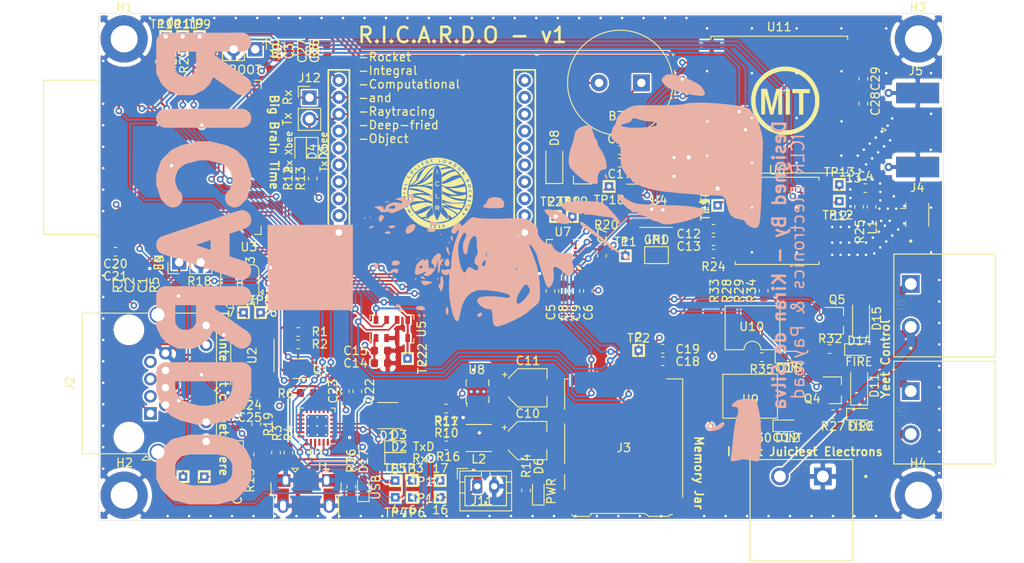
<source format=kicad_pcb>
(kicad_pcb (version 20171130) (host pcbnew "(5.1.5-0-10_14)")
  (layers (0 F.Cu signal) (1 In1.Cu power hide) (2 In2.Cu power hide) (31 B.Cu signal) (34 B.Paste user hide) (35 F.Paste user hide) (36 B.SilkS user hide) (37 F.SilkS user) (38 B.Mask user hide) (39 F.Mask user hide) (44 Edge.Cuts user))
  (net 0 "")
  (net 1 GND)
  (net 2 "Net-(C1-Pad1)")
  (net 3 /EN)
  (net 4 "Net-(C3-Pad1)")
  (net 5 "Net-(C4-Pad1)")
  (net 6 "Net-(C5-Pad1)")
  (net 7 "Net-(C6-Pad1)")
  (net 8 +3V3)
  (net 9 VDD)
  (net 10 "Net-(D1-Pad4)")
  (net 11 "Net-(D1-Pad3)")
  (net 12 "Net-(D1-Pad2)")
  (net 13 "Net-(D2-Pad2)")
  (net 14 /RXD)
  (net 15 "Net-(D3-Pad2)")
  (net 16 /TXD)
  (net 17 "Net-(D4-Pad2)")
  (net 18 /RADIO_RX)
  (net 19 "Net-(D5-Pad2)")
  (net 20 /RADIO_TX)
  (net 21 "Net-(D6-Pad2)")
  (net 22 "Net-(D7-Pad2)")
  (net 23 "Net-(BZ1-Pad2)")
  (net 24 "Net-(D8-Pad1)")
  (net 25 "Net-(D10-Pad1)")
  (net 26 "Net-(D11-Pad2)")
  (net 27 "Net-(D11-Pad1)")
  (net 28 "Net-(D12-Pad1)")
  (net 29 "Net-(D14-Pad1)")
  (net 30 "Net-(D15-Pad2)")
  (net 31 "Net-(D15-Pad1)")
  (net 32 "Net-(D16-Pad1)")
  (net 33 "Net-(D17-Pad2)")
  (net 34 /USB_DET)
  (net 35 "Net-(J2-Pad12)")
  (net 36 /CAN_RX)
  (net 37 "Net-(J2-Pad10)")
  (net 38 /CAN_TX)
  (net 39 "Net-(J2-Pad6)")
  (net 40 "Net-(J2-Pad4)")
  (net 41 /CAN_LOW)
  (net 42 "Net-(J2-Pad5)")
  (net 43 "Net-(J2-Pad3)")
  (net 44 /CAN_HIGH)
  (net 45 "Net-(J3-Pad10)")
  (net 46 /MISO)
  (net 47 /SCLK)
  (net 48 /MOSI)
  (net 49 /SD_CS)
  (net 50 "Net-(J3-Pad1)")
  (net 51 "Net-(J3-Pad8)")
  (net 52 "Net-(J3-Pad9)")
  (net 53 "Net-(J4-Pad1)")
  (net 54 "Net-(J5-Pad1)")
  (net 55 /nukes/External_Supply)
  (net 56 "Net-(JP1-Pad1)")
  (net 57 "Net-(JP2-Pad4)")
  (net 58 "Net-(JP2-Pad5)")
  (net 59 "Net-(JP2-Pad6)")
  (net 60 "Net-(JP2-Pad7)")
  (net 61 "Net-(JP2-Pad8)")
  (net 62 "Net-(JP2-Pad9)")
  (net 63 "Net-(JP2-Pad11)")
  (net 64 "Net-(JP2-Pad12)")
  (net 65 "Net-(JP2-Pad13)")
  (net 66 "Net-(JP2-Pad14)")
  (net 67 "Net-(JP2-Pad15)")
  (net 68 "Net-(JP2-Pad16)")
  (net 69 "Net-(JP2-Pad17)")
  (net 70 "Net-(JP2-Pad18)")
  (net 71 "Net-(JP2-Pad19)")
  (net 72 "Net-(JP2-Pad20)")
  (net 73 "Net-(JP5-Pad2)")
  (net 74 "Net-(L2-Pad2)")
  (net 75 "Net-(L2-Pad1)")
  (net 76 /RTS)
  (net 77 "Net-(Q1-Pad2)")
  (net 78 /DTR)
  (net 79 /BOOT)
  (net 80 /Nuke1)
  (net 81 /Nuke2)
  (net 82 "Net-(R3-Pad2)")
  (net 83 "Net-(R6-Pad2)")
  (net 84 "Net-(R16-Pad2)")
  (net 85 "Net-(R20-Pad2)")
  (net 86 /SDA)
  (net 87 /SCL)
  (net 88 "Net-(R23-Pad2)")
  (net 89 "Net-(R24-Pad2)")
  (net 90 "Net-(R25-Pad2)")
  (net 91 /Cont1)
  (net 92 "Net-(R29-Pad1)")
  (net 93 /Cont2)
  (net 94 "Net-(R34-Pad1)")
  (net 95 /FLASH_CS)
  (net 96 /IMU_CS)
  (net 97 /BARO_CS)
  (net 98 /MAG_CS)
  (net 99 "Net-(U1-Pad24)")
  (net 100 "Net-(U1-Pad22)")
  (net 101 "Net-(U1-Pad18)")
  (net 102 "Net-(U1-Pad17)")
  (net 103 "Net-(U1-Pad16)")
  (net 104 "Net-(U1-Pad15)")
  (net 105 "Net-(U1-Pad14)")
  (net 106 "Net-(U1-Pad13)")
  (net 107 "Net-(U1-Pad12)")
  (net 108 "Net-(U1-Pad11)")
  (net 109 "Net-(U1-Pad10)")
  (net 110 "Net-(U1-Pad1)")
  (net 111 "Net-(U2-Pad5)")
  (net 112 "Net-(U3-Pad32)")
  (net 113 /LORA_INT)
  (net 114 /LORA_CS)
  (net 115 "Net-(U3-Pad22)")
  (net 116 "Net-(U3-Pad21)")
  (net 117 "Net-(U3-Pad20)")
  (net 118 "Net-(U3-Pad19)")
  (net 119 "Net-(U3-Pad18)")
  (net 120 "Net-(U3-Pad17)")
  (net 121 /LORA_RESET)
  (net 122 "Net-(U6-Pad18)")
  (net 123 "Net-(U6-Pad15)")
  (net 124 "Net-(U6-Pad13)")
  (net 125 "Net-(U6-Pad5)")
  (net 126 "Net-(U6-Pad4)")
  (net 127 /GPS/RXD)
  (net 128 /GPS/TXD)
  (net 129 "Net-(U7-Pad13)")
  (net 130 "Net-(U7-Pad12)")
  (net 131 "Net-(U7-Pad11)")
  (net 132 "Net-(U7-Pad10)")
  (net 133 "Net-(U7-Pad9)")
  (net 134 "Net-(U8-Pad6)")
  (net 135 "Net-(U11-Pad16)")
  (net 136 "Net-(U11-Pad15)")
  (net 137 "Net-(U11-Pad12)")
  (net 138 "Net-(U11-Pad11)")
  (net 139 "Net-(U11-Pad7)")
  (net 140 "Net-(Q1-Pad5)")
  (net 141 /Buzzer)
  (module iclr-hw:Write_Pad (layer F.Cu) (at 110.02 80.05)
    (fp_text reference REF** hide)
    (fp_text value Write_Pad hide)
  )
  (module iclr-hw:ricardo_logo (layer F.Cu) (at 138.07 79.98 90)
    (fp_text reference G*** hide)
    (fp_text value LOGO hide)
  )
  (module iclr-hw:iclr_logo (layer F.Cu) (at 125.04 71.28)
    (fp_text reference G*** hide)
    (fp_text value LOGO hide)
  )
  (module iclr-hw:MIT_logo (layer F.Cu) (at 166.25 60.3)
    (fp_text reference G*** hide)
    (fp_text value LOGO hide)
  )
  (module Jumper:SolderJumper-3_P1.3mm_Open_RoundedPad1.0x1.5mm (layer F.Cu) (at 100.43 81.78 90)
    (fp_text reference REF** hide)
    (fp_text value SolderJumper-3_P1.3mm_Open_RoundedPad1.0x1.5mm hide)
    (fp_text user 3 (at 2.6 0 90) (layer F.SilkS))
    (fp_text user 1 (at -2.6 0 90) (layer F.SilkS))
    (pad 2 smd rect (at 0 0 90) (size 1 1.5) (layers F.Cu F.Mask) (net 38 /CAN_TX))
    (pad 3 smd custom (at 1.3 0 90) (size 1 0.5) (layers F.Cu F.Mask) (net 44 /CAN_HIGH) (options (clearance outline) (anchor rect)) (primitives (gr_circle (center 0 0.25) (end 0.5 0.25) (width 0)) (gr_circle (center 0 -0.25) (end 0.5 -0.25) (width 0)) (gr_poly (pts (xy -0.55 -0.75) (xy 0 -0.75) (xy 0 0.75) (xy -0.55 0.75)) (width 0))))
    (pad 1 smd custom (at -1.3 0 90) (size 1 0.5) (layers F.Cu F.Mask) (net 38 /CAN_TX) (options (clearance outline) (anchor rect)) (primitives (gr_circle (center 0 0.25) (end 0.5 0.25) (width 0)) (gr_circle (center 0 -0.25) (end 0.5 -0.25) (width 0)) (gr_poly (pts (xy 0.55 -0.75) (xy 0 -0.75) (xy 0 0.75) (xy 0.55 0.75)) (width 0))))
  )
  (module Jumper:SolderJumper-3_P1.3mm_Open_RoundedPad1.0x1.5mm (layer F.Cu) (at 102.94 81.78 90)
    (fp_text reference REF** hide)
    (fp_text value SolderJumper-3_P1.3mm_Open_RoundedPad1.0x1.5mm hide)
    (fp_text user 1 (at -2.6 0 90) (layer F.SilkS))
    (fp_text user 3 (at 2.6 0 90) (layer F.SilkS))
    (pad 2 smd rect (at 0 0 90) (size 1 1.5) (layers F.Cu F.Mask) (net 36 /CAN_RX))
    (pad 3 smd custom (at 1.3 0 90) (size 1 0.5) (layers F.Cu F.Mask) (net 41 /CAN_LOW) (options (clearance outline) (anchor rect)) (primitives (gr_circle (center 0 0.25) (end 0.5 0.25) (width 0)) (gr_circle (center 0 -0.25) (end 0.5 -0.25) (width 0)) (gr_poly (pts (xy -0.55 -0.75) (xy 0 -0.75) (xy 0 0.75) (xy -0.55 0.75)) (width 0))))
    (pad 1 smd custom (at -1.3 0 90) (size 1 0.5) (layers F.Cu F.Mask) (net 36 /CAN_RX) (options (clearance outline) (anchor rect)) (primitives (gr_circle (center 0 0.25) (end 0.5 0.25) (width 0)) (gr_circle (center 0 -0.25) (end 0.5 -0.25) (width 0)) (gr_poly (pts (xy 0.55 -0.75) (xy 0 -0.75) (xy 0 0.75) (xy 0.55 0.75)) (width 0))))
  )
  (module iclr-hw:VIA-0.6mm (layer F.Cu) (at 184.47 101.85 270)
    (fp_text reference REF** hide)
    (fp_text value VIA-0.6mm hide)
    (pad 1 thru_hole circle (at 0 0 270) (size 0.6 0.6) (drill 0.3) (layers *.Cu *.Mask) (net 1 GND))
  )
  (module iclr-hw:VIA-0.6mm (layer F.Cu) (at 184.47 89.15 270)
    (fp_text reference REF** hide)
    (fp_text value VIA-0.6mm hide)
    (pad 1 thru_hole circle (at 0 0 270) (size 0.6 0.6) (drill 0.3) (layers *.Cu *.Mask) (net 1 GND))
  )
  (module iclr-hw:VIA-0.6mm (layer F.Cu) (at 184.47 86.61 270)
    (fp_text reference REF** hide)
    (fp_text value VIA-0.6mm hide)
    (pad 1 thru_hole circle (at 0 0 270) (size 0.6 0.6) (drill 0.3) (layers *.Cu *.Mask) (net 1 GND))
  )
  (module iclr-hw:VIA-0.6mm (layer F.Cu) (at 184.47 84.07 270)
    (fp_text reference REF** hide)
    (fp_text value VIA-0.6mm hide)
    (pad 1 thru_hole circle (at 0 0 270) (size 0.6 0.6) (drill 0.3) (layers *.Cu *.Mask) (net 1 GND))
  )
  (module iclr-hw:VIA-0.6mm (layer F.Cu) (at 184.47 104.39 270)
    (fp_text reference REF** hide)
    (fp_text value VIA-0.6mm hide)
    (pad 1 thru_hole circle (at 0 0 270) (size 0.6 0.6) (drill 0.3) (layers *.Cu *.Mask) (net 1 GND))
  )
  (module iclr-hw:VIA-0.6mm (layer F.Cu) (at 184.47 99.31 270)
    (fp_text reference REF** hide)
    (fp_text value VIA-0.6mm hide)
    (pad 1 thru_hole circle (at 0 0 270) (size 0.6 0.6) (drill 0.3) (layers *.Cu *.Mask) (net 1 GND))
  )
  (module iclr-hw:VIA-0.6mm (layer F.Cu) (at 184.47 96.77 270)
    (fp_text reference REF** hide)
    (fp_text value VIA-0.6mm hide)
    (pad 1 thru_hole circle (at 0 0 270) (size 0.6 0.6) (drill 0.3) (layers *.Cu *.Mask) (net 1 GND))
  )
  (module iclr-hw:VIA-0.6mm (layer F.Cu) (at 184.47 94.23 270)
    (fp_text reference REF** hide)
    (fp_text value VIA-0.6mm hide)
    (pad 1 thru_hole circle (at 0 0 270) (size 0.6 0.6) (drill 0.3) (layers *.Cu *.Mask) (net 1 GND))
  )
  (module iclr-hw:VIA-0.6mm (layer F.Cu) (at 184.47 91.69 270)
    (fp_text reference REF** hide)
    (fp_text value VIA-0.6mm hide)
    (pad 1 thru_hole circle (at 0 0 270) (size 0.6 0.6) (drill 0.3) (layers *.Cu *.Mask) (net 1 GND))
  )
  (module iclr-hw:VIA-0.6mm (layer F.Cu) (at 184.47 81.53 270)
    (fp_text reference REF** hide)
    (fp_text value VIA-0.6mm hide)
    (pad 1 thru_hole circle (at 0 0 270) (size 0.6 0.6) (drill 0.3) (layers *.Cu *.Mask) (net 1 GND))
  )
  (module iclr-hw:VIA-0.6mm (layer F.Cu) (at 85.53 96.24 270)
    (fp_text reference REF** hide)
    (fp_text value VIA-0.6mm hide)
    (pad 1 thru_hole circle (at 0 0 270) (size 0.6 0.6) (drill 0.3) (layers *.Cu *.Mask) (net 1 GND))
  )
  (module iclr-hw:VIA-0.6mm (layer F.Cu) (at 85.53 83.54 270)
    (fp_text reference REF** hide)
    (fp_text value VIA-0.6mm hide)
    (pad 1 thru_hole circle (at 0 0 270) (size 0.6 0.6) (drill 0.3) (layers *.Cu *.Mask) (net 1 GND))
  )
  (module iclr-hw:VIA-0.6mm (layer F.Cu) (at 85.53 81 270)
    (fp_text reference REF** hide)
    (fp_text value VIA-0.6mm hide)
    (pad 1 thru_hole circle (at 0 0 270) (size 0.6 0.6) (drill 0.3) (layers *.Cu *.Mask) (net 1 GND))
  )
  (module iclr-hw:VIA-0.6mm (layer F.Cu) (at 85.53 103.86 270)
    (fp_text reference REF** hide)
    (fp_text value VIA-0.6mm hide)
    (pad 1 thru_hole circle (at 0 0 270) (size 0.6 0.6) (drill 0.3) (layers *.Cu *.Mask) (net 1 GND))
  )
  (module iclr-hw:VIA-0.6mm (layer F.Cu) (at 85.53 101.32 270)
    (fp_text reference REF** hide)
    (fp_text value VIA-0.6mm hide)
    (pad 1 thru_hole circle (at 0 0 270) (size 0.6 0.6) (drill 0.3) (layers *.Cu *.Mask) (net 1 GND))
  )
  (module iclr-hw:VIA-0.6mm (layer F.Cu) (at 85.53 98.78 270)
    (fp_text reference REF** hide)
    (fp_text value VIA-0.6mm hide)
    (pad 1 thru_hole circle (at 0 0 270) (size 0.6 0.6) (drill 0.3) (layers *.Cu *.Mask) (net 1 GND))
  )
  (module iclr-hw:VIA-0.6mm (layer F.Cu) (at 85.53 93.7 270)
    (fp_text reference REF** hide)
    (fp_text value VIA-0.6mm hide)
    (pad 1 thru_hole circle (at 0 0 270) (size 0.6 0.6) (drill 0.3) (layers *.Cu *.Mask) (net 1 GND))
  )
  (module iclr-hw:VIA-0.6mm (layer F.Cu) (at 85.53 91.16 270)
    (fp_text reference REF** hide)
    (fp_text value VIA-0.6mm hide)
    (pad 1 thru_hole circle (at 0 0 270) (size 0.6 0.6) (drill 0.3) (layers *.Cu *.Mask) (net 1 GND))
  )
  (module iclr-hw:VIA-0.6mm (layer F.Cu) (at 85.53 88.62 270)
    (fp_text reference REF** hide)
    (fp_text value VIA-0.6mm hide)
    (pad 1 thru_hole circle (at 0 0 270) (size 0.6 0.6) (drill 0.3) (layers *.Cu *.Mask) (net 1 GND))
  )
  (module iclr-hw:VIA-0.6mm (layer F.Cu) (at 85.53 86.08 270)
    (fp_text reference REF** hide)
    (fp_text value VIA-0.6mm hide)
    (pad 1 thru_hole circle (at 0 0 270) (size 0.6 0.6) (drill 0.3) (layers *.Cu *.Mask) (net 1 GND))
  )
  (module iclr-hw:VIA-0.6mm (layer F.Cu) (at 85.53 73.38 270)
    (fp_text reference REF** hide)
    (fp_text value VIA-0.6mm hide)
    (pad 1 thru_hole circle (at 0 0 270) (size 0.6 0.6) (drill 0.3) (layers *.Cu *.Mask) (net 1 GND))
  )
  (module iclr-hw:VIA-0.6mm (layer F.Cu) (at 85.53 70.84 270)
    (fp_text reference REF** hide)
    (fp_text value VIA-0.6mm hide)
    (pad 1 thru_hole circle (at 0 0 270) (size 0.6 0.6) (drill 0.3) (layers *.Cu *.Mask) (net 1 GND))
  )
  (module iclr-hw:VIA-0.6mm (layer F.Cu) (at 85.53 68.3 270)
    (fp_text reference REF** hide)
    (fp_text value VIA-0.6mm hide)
    (pad 1 thru_hole circle (at 0 0 270) (size 0.6 0.6) (drill 0.3) (layers *.Cu *.Mask) (net 1 GND))
  )
  (module iclr-hw:VIA-0.6mm (layer F.Cu) (at 85.53 65.76 270)
    (fp_text reference REF** hide)
    (fp_text value VIA-0.6mm hide)
    (pad 1 thru_hole circle (at 0 0 270) (size 0.6 0.6) (drill 0.3) (layers *.Cu *.Mask) (net 1 GND))
  )
  (module iclr-hw:VIA-0.6mm (layer F.Cu) (at 85.53 63.22 270)
    (fp_text reference REF** hide)
    (fp_text value VIA-0.6mm hide)
    (pad 1 thru_hole circle (at 0 0 270) (size 0.6 0.6) (drill 0.3) (layers *.Cu *.Mask) (net 1 GND))
  )
  (module iclr-hw:VIA-0.6mm (layer F.Cu) (at 85.53 60.68 270)
    (fp_text reference REF** hide)
    (fp_text value VIA-0.6mm hide)
    (pad 1 thru_hole circle (at 0 0 270) (size 0.6 0.6) (drill 0.3) (layers *.Cu *.Mask) (net 1 GND))
  )
  (module iclr-hw:VIA-0.6mm (layer F.Cu) (at 85.53 55.6 270)
    (fp_text reference REF** hide)
    (fp_text value VIA-0.6mm hide)
    (pad 1 thru_hole circle (at 0 0 270) (size 0.6 0.6) (drill 0.3) (layers *.Cu *.Mask) (net 1 GND))
  )
  (module iclr-hw:VIA-0.6mm (layer F.Cu) (at 131.25 109.47)
    (fp_text reference REF** hide)
    (fp_text value VIA-0.6mm hide)
    (pad 1 thru_hole circle (at 0 0) (size 0.6 0.6) (drill 0.3) (layers *.Cu *.Mask) (net 1 GND))
  )
  (module iclr-hw:VIA-0.6mm (layer F.Cu) (at 118.55 109.47)
    (fp_text reference REF** hide)
    (fp_text value VIA-0.6mm hide)
    (pad 1 thru_hole circle (at 0 0) (size 0.6 0.6) (drill 0.3) (layers *.Cu *.Mask) (net 1 GND))
  )
  (module iclr-hw:VIA-0.6mm (layer F.Cu) (at 116.01 109.47)
    (fp_text reference REF** hide)
    (fp_text value VIA-0.6mm hide)
    (pad 1 thru_hole circle (at 0 0) (size 0.6 0.6) (drill 0.3) (layers *.Cu *.Mask) (net 1 GND))
  )
  (module iclr-hw:VIA-0.6mm (layer F.Cu) (at 113.47 109.47)
    (fp_text reference REF** hide)
    (fp_text value VIA-0.6mm hide)
    (pad 1 thru_hole circle (at 0 0) (size 0.6 0.6) (drill 0.3) (layers *.Cu *.Mask) (net 1 GND))
  )
  (module iclr-hw:VIA-0.6mm (layer F.Cu) (at 176.97 109.47)
    (fp_text reference REF** hide)
    (fp_text value VIA-0.6mm hide)
    (pad 1 thru_hole circle (at 0 0) (size 0.6 0.6) (drill 0.3) (layers *.Cu *.Mask) (net 1 GND))
  )
  (module iclr-hw:VIA-0.6mm (layer F.Cu) (at 174.43 109.47)
    (fp_text reference REF** hide)
    (fp_text value VIA-0.6mm hide)
    (pad 1 thru_hole circle (at 0 0) (size 0.6 0.6) (drill 0.3) (layers *.Cu *.Mask) (net 1 GND))
  )
  (module iclr-hw:VIA-0.6mm (layer F.Cu) (at 171.89 109.47)
    (fp_text reference REF** hide)
    (fp_text value VIA-0.6mm hide)
    (pad 1 thru_hole circle (at 0 0) (size 0.6 0.6) (drill 0.3) (layers *.Cu *.Mask) (net 1 GND))
  )
  (module iclr-hw:VIA-0.6mm (layer F.Cu) (at 169.35 109.47)
    (fp_text reference REF** hide)
    (fp_text value VIA-0.6mm hide)
    (pad 1 thru_hole circle (at 0 0) (size 0.6 0.6) (drill 0.3) (layers *.Cu *.Mask) (net 1 GND))
  )
  (module iclr-hw:VIA-0.6mm (layer F.Cu) (at 166.81 109.47)
    (fp_text reference REF** hide)
    (fp_text value VIA-0.6mm hide)
    (pad 1 thru_hole circle (at 0 0) (size 0.6 0.6) (drill 0.3) (layers *.Cu *.Mask) (net 1 GND))
  )
  (module iclr-hw:VIA-0.6mm (layer F.Cu) (at 164.27 109.47)
    (fp_text reference REF** hide)
    (fp_text value VIA-0.6mm hide)
    (pad 1 thru_hole circle (at 0 0) (size 0.6 0.6) (drill 0.3) (layers *.Cu *.Mask) (net 1 GND))
  )
  (module iclr-hw:VIA-0.6mm (layer F.Cu) (at 161.73 109.47)
    (fp_text reference REF** hide)
    (fp_text value VIA-0.6mm hide)
    (pad 1 thru_hole circle (at 0 0) (size 0.6 0.6) (drill 0.3) (layers *.Cu *.Mask) (net 1 GND))
  )
  (module iclr-hw:VIA-0.6mm (layer F.Cu) (at 159.19 109.47)
    (fp_text reference REF** hide)
    (fp_text value VIA-0.6mm hide)
    (pad 1 thru_hole circle (at 0 0) (size 0.6 0.6) (drill 0.3) (layers *.Cu *.Mask) (net 1 GND))
  )
  (module iclr-hw:VIA-0.6mm (layer F.Cu) (at 156.65 109.47)
    (fp_text reference REF** hide)
    (fp_text value VIA-0.6mm hide)
    (pad 1 thru_hole circle (at 0 0) (size 0.6 0.6) (drill 0.3) (layers *.Cu *.Mask) (net 1 GND))
  )
  (module iclr-hw:VIA-0.6mm (layer F.Cu) (at 151.57 109.47)
    (fp_text reference REF** hide)
    (fp_text value VIA-0.6mm hide)
    (pad 1 thru_hole circle (at 0 0) (size 0.6 0.6) (drill 0.3) (layers *.Cu *.Mask) (net 1 GND))
  )
  (module iclr-hw:VIA-0.6mm (layer F.Cu) (at 149.03 109.47)
    (fp_text reference REF** hide)
    (fp_text value VIA-0.6mm hide)
    (pad 1 thru_hole circle (at 0 0) (size 0.6 0.6) (drill 0.3) (layers *.Cu *.Mask) (net 1 GND))
  )
  (module iclr-hw:VIA-0.6mm (layer F.Cu) (at 146.49 109.47)
    (fp_text reference REF** hide)
    (fp_text value VIA-0.6mm hide)
    (pad 1 thru_hole circle (at 0 0) (size 0.6 0.6) (drill 0.3) (layers *.Cu *.Mask) (net 1 GND))
  )
  (module iclr-hw:VIA-0.6mm (layer F.Cu) (at 143.95 109.47)
    (fp_text reference REF** hide)
    (fp_text value VIA-0.6mm hide)
    (pad 1 thru_hole circle (at 0 0) (size 0.6 0.6) (drill 0.3) (layers *.Cu *.Mask) (net 1 GND))
  )
  (module iclr-hw:VIA-0.6mm (layer F.Cu) (at 141.41 109.47)
    (fp_text reference REF** hide)
    (fp_text value VIA-0.6mm hide)
    (pad 1 thru_hole circle (at 0 0) (size 0.6 0.6) (drill 0.3) (layers *.Cu *.Mask) (net 1 GND))
  )
  (module iclr-hw:VIA-0.6mm (layer F.Cu) (at 138.87 109.47)
    (fp_text reference REF** hide)
    (fp_text value VIA-0.6mm hide)
    (pad 1 thru_hole circle (at 0 0) (size 0.6 0.6) (drill 0.3) (layers *.Cu *.Mask) (net 1 GND))
  )
  (module iclr-hw:VIA-0.6mm (layer F.Cu) (at 136.33 109.47)
    (fp_text reference REF** hide)
    (fp_text value VIA-0.6mm hide)
    (pad 1 thru_hole circle (at 0 0) (size 0.6 0.6) (drill 0.3) (layers *.Cu *.Mask) (net 1 GND))
  )
  (module iclr-hw:VIA-0.6mm (layer F.Cu) (at 133.79 109.47)
    (fp_text reference REF** hide)
    (fp_text value VIA-0.6mm hide)
    (pad 1 thru_hole circle (at 0 0) (size 0.6 0.6) (drill 0.3) (layers *.Cu *.Mask) (net 1 GND))
  )
  (module iclr-hw:VIA-0.6mm (layer F.Cu) (at 128.71 109.47)
    (fp_text reference REF** hide)
    (fp_text value VIA-0.6mm hide)
    (pad 1 thru_hole circle (at 0 0) (size 0.6 0.6) (drill 0.3) (layers *.Cu *.Mask) (net 1 GND))
  )
  (module iclr-hw:VIA-0.6mm (layer F.Cu) (at 126.17 109.47)
    (fp_text reference REF** hide)
    (fp_text value VIA-0.6mm hide)
    (pad 1 thru_hole circle (at 0 0) (size 0.6 0.6) (drill 0.3) (layers *.Cu *.Mask) (net 1 GND))
  )
  (module iclr-hw:VIA-0.6mm (layer F.Cu) (at 123.63 109.47)
    (fp_text reference REF** hide)
    (fp_text value VIA-0.6mm hide)
    (pad 1 thru_hole circle (at 0 0) (size 0.6 0.6) (drill 0.3) (layers *.Cu *.Mask) (net 1 GND))
  )
  (module iclr-hw:VIA-0.6mm (layer F.Cu) (at 121.09 109.47)
    (fp_text reference REF** hide)
    (fp_text value VIA-0.6mm hide)
    (pad 1 thru_hole circle (at 0 0) (size 0.6 0.6) (drill 0.3) (layers *.Cu *.Mask) (net 1 GND))
  )
  (module iclr-hw:VIA-0.6mm (layer F.Cu) (at 110.93 109.47)
    (fp_text reference REF** hide)
    (fp_text value VIA-0.6mm hide)
    (pad 1 thru_hole circle (at 0 0) (size 0.6 0.6) (drill 0.3) (layers *.Cu *.Mask) (net 1 GND))
  )
  (module iclr-hw:VIA-0.6mm (layer F.Cu) (at 108.39 109.47)
    (fp_text reference REF** hide)
    (fp_text value VIA-0.6mm hide)
    (pad 1 thru_hole circle (at 0 0) (size 0.6 0.6) (drill 0.3) (layers *.Cu *.Mask) (net 1 GND))
  )
  (module iclr-hw:VIA-0.6mm (layer F.Cu) (at 105.85 109.47)
    (fp_text reference REF** hide)
    (fp_text value VIA-0.6mm hide)
    (pad 1 thru_hole circle (at 0 0) (size 0.6 0.6) (drill 0.3) (layers *.Cu *.Mask) (net 1 GND))
  )
  (module iclr-hw:VIA-0.6mm (layer F.Cu) (at 103.31 109.47)
    (fp_text reference REF** hide)
    (fp_text value VIA-0.6mm hide)
    (pad 1 thru_hole circle (at 0 0) (size 0.6 0.6) (drill 0.3) (layers *.Cu *.Mask) (net 1 GND))
  )
  (module iclr-hw:VIA-0.6mm (layer F.Cu) (at 100.77 109.47)
    (fp_text reference REF** hide)
    (fp_text value VIA-0.6mm hide)
    (pad 1 thru_hole circle (at 0 0) (size 0.6 0.6) (drill 0.3) (layers *.Cu *.Mask) (net 1 GND))
  )
  (module iclr-hw:VIA-0.6mm (layer F.Cu) (at 98.23 109.47)
    (fp_text reference REF** hide)
    (fp_text value VIA-0.6mm hide)
    (pad 1 thru_hole circle (at 0 0) (size 0.6 0.6) (drill 0.3) (layers *.Cu *.Mask) (net 1 GND))
  )
  (module iclr-hw:VIA-0.6mm (layer F.Cu) (at 95.69 109.47)
    (fp_text reference REF** hide)
    (fp_text value VIA-0.6mm hide)
    (pad 1 thru_hole circle (at 0 0) (size 0.6 0.6) (drill 0.3) (layers *.Cu *.Mask) (net 1 GND))
  )
  (module iclr-hw:VIA-0.6mm (layer F.Cu) (at 93.15 109.47)
    (fp_text reference REF** hide)
    (fp_text value VIA-0.6mm hide)
    (pad 1 thru_hole circle (at 0 0) (size 0.6 0.6) (drill 0.3) (layers *.Cu *.Mask) (net 1 GND))
  )
  (module iclr-hw:VIA-0.6mm (layer F.Cu) (at 91.05 50.53)
    (fp_text reference REF** hide)
    (fp_text value VIA-0.6mm hide)
    (pad 1 thru_hole circle (at 0 0) (size 0.6 0.6) (drill 0.3) (layers *.Cu *.Mask) (net 1 GND))
  )
  (module iclr-hw:VIA-0.6mm (layer F.Cu) (at 136.77 50.53)
    (fp_text reference REF** hide)
    (fp_text value VIA-0.6mm hide)
    (pad 1 thru_hole circle (at 0 0) (size 0.6 0.6) (drill 0.3) (layers *.Cu *.Mask) (net 1 GND))
  )
  (module iclr-hw:VIA-0.6mm (layer F.Cu) (at 124.07 50.53)
    (fp_text reference REF** hide)
    (fp_text value VIA-0.6mm hide)
    (pad 1 thru_hole circle (at 0 0) (size 0.6 0.6) (drill 0.3) (layers *.Cu *.Mask) (net 1 GND))
  )
  (module iclr-hw:VIA-0.6mm (layer F.Cu) (at 121.53 50.53)
    (fp_text reference REF** hide)
    (fp_text value VIA-0.6mm hide)
    (pad 1 thru_hole circle (at 0 0) (size 0.6 0.6) (drill 0.3) (layers *.Cu *.Mask) (net 1 GND))
  )
  (module iclr-hw:VIA-0.6mm (layer F.Cu) (at 118.99 50.53)
    (fp_text reference REF** hide)
    (fp_text value VIA-0.6mm hide)
    (pad 1 thru_hole circle (at 0 0) (size 0.6 0.6) (drill 0.3) (layers *.Cu *.Mask) (net 1 GND))
  )
  (module iclr-hw:VIA-0.6mm (layer F.Cu) (at 154.55 50.53)
    (fp_text reference REF** hide)
    (fp_text value VIA-0.6mm hide)
    (pad 1 thru_hole circle (at 0 0) (size 0.6 0.6) (drill 0.3) (layers *.Cu *.Mask) (net 1 GND))
  )
  (module iclr-hw:VIA-0.6mm (layer F.Cu) (at 152.01 50.53)
    (fp_text reference REF** hide)
    (fp_text value VIA-0.6mm hide)
    (pad 1 thru_hole circle (at 0 0) (size 0.6 0.6) (drill 0.3) (layers *.Cu *.Mask) (net 1 GND))
  )
  (module iclr-hw:VIA-0.6mm (layer F.Cu) (at 149.47 50.53)
    (fp_text reference REF** hide)
    (fp_text value VIA-0.6mm hide)
    (pad 1 thru_hole circle (at 0 0) (size 0.6 0.6) (drill 0.3) (layers *.Cu *.Mask) (net 1 GND))
  )
  (module iclr-hw:VIA-0.6mm (layer F.Cu) (at 146.93 50.53)
    (fp_text reference REF** hide)
    (fp_text value VIA-0.6mm hide)
    (pad 1 thru_hole circle (at 0 0) (size 0.6 0.6) (drill 0.3) (layers *.Cu *.Mask) (net 1 GND))
  )
  (module iclr-hw:VIA-0.6mm (layer F.Cu) (at 144.39 50.53)
    (fp_text reference REF** hide)
    (fp_text value VIA-0.6mm hide)
    (pad 1 thru_hole circle (at 0 0) (size 0.6 0.6) (drill 0.3) (layers *.Cu *.Mask) (net 1 GND))
  )
  (module iclr-hw:VIA-0.6mm (layer F.Cu) (at 141.85 50.53)
    (fp_text reference REF** hide)
    (fp_text value VIA-0.6mm hide)
    (pad 1 thru_hole circle (at 0 0) (size 0.6 0.6) (drill 0.3) (layers *.Cu *.Mask) (net 1 GND))
  )
  (module iclr-hw:VIA-0.6mm (layer F.Cu) (at 139.31 50.53)
    (fp_text reference REF** hide)
    (fp_text value VIA-0.6mm hide)
    (pad 1 thru_hole circle (at 0 0) (size 0.6 0.6) (drill 0.3) (layers *.Cu *.Mask) (net 1 GND))
  )
  (module iclr-hw:VIA-0.6mm (layer F.Cu) (at 134.23 50.53)
    (fp_text reference REF** hide)
    (fp_text value VIA-0.6mm hide)
    (pad 1 thru_hole circle (at 0 0) (size 0.6 0.6) (drill 0.3) (layers *.Cu *.Mask) (net 1 GND))
  )
  (module iclr-hw:VIA-0.6mm (layer F.Cu) (at 131.69 50.53)
    (fp_text reference REF** hide)
    (fp_text value VIA-0.6mm hide)
    (pad 1 thru_hole circle (at 0 0) (size 0.6 0.6) (drill 0.3) (layers *.Cu *.Mask) (net 1 GND))
  )
  (module iclr-hw:VIA-0.6mm (layer F.Cu) (at 129.15 50.53)
    (fp_text reference REF** hide)
    (fp_text value VIA-0.6mm hide)
    (pad 1 thru_hole circle (at 0 0) (size 0.6 0.6) (drill 0.3) (layers *.Cu *.Mask) (net 1 GND))
  )
  (module iclr-hw:VIA-0.6mm (layer F.Cu) (at 126.61 50.53)
    (fp_text reference REF** hide)
    (fp_text value VIA-0.6mm hide)
    (pad 1 thru_hole circle (at 0 0) (size 0.6 0.6) (drill 0.3) (layers *.Cu *.Mask) (net 1 GND))
  )
  (module iclr-hw:VIA-0.6mm (layer F.Cu) (at 116.45 50.53)
    (fp_text reference REF** hide)
    (fp_text value VIA-0.6mm hide)
    (pad 1 thru_hole circle (at 0 0) (size 0.6 0.6) (drill 0.3) (layers *.Cu *.Mask) (net 1 GND))
  )
  (module iclr-hw:VIA-0.6mm (layer F.Cu) (at 113.91 50.53)
    (fp_text reference REF** hide)
    (fp_text value VIA-0.6mm hide)
    (pad 1 thru_hole circle (at 0 0) (size 0.6 0.6) (drill 0.3) (layers *.Cu *.Mask) (net 1 GND))
  )
  (module iclr-hw:VIA-0.6mm (layer F.Cu) (at 111.37 50.53)
    (fp_text reference REF** hide)
    (fp_text value VIA-0.6mm hide)
    (pad 1 thru_hole circle (at 0 0) (size 0.6 0.6) (drill 0.3) (layers *.Cu *.Mask) (net 1 GND))
  )
  (module iclr-hw:VIA-0.6mm (layer F.Cu) (at 108.83 50.53)
    (fp_text reference REF** hide)
    (fp_text value VIA-0.6mm hide)
    (pad 1 thru_hole circle (at 0 0) (size 0.6 0.6) (drill 0.3) (layers *.Cu *.Mask) (net 1 GND))
  )
  (module iclr-hw:VIA-0.6mm (layer F.Cu) (at 106.29 50.53)
    (fp_text reference REF** hide)
    (fp_text value VIA-0.6mm hide)
    (pad 1 thru_hole circle (at 0 0) (size 0.6 0.6) (drill 0.3) (layers *.Cu *.Mask) (net 1 GND))
  )
  (module iclr-hw:VIA-0.6mm (layer F.Cu) (at 103.75 50.53)
    (fp_text reference REF** hide)
    (fp_text value VIA-0.6mm hide)
    (pad 1 thru_hole circle (at 0 0) (size 0.6 0.6) (drill 0.3) (layers *.Cu *.Mask) (net 1 GND))
  )
  (module iclr-hw:VIA-0.6mm (layer F.Cu) (at 101.21 50.53)
    (fp_text reference REF** hide)
    (fp_text value VIA-0.6mm hide)
    (pad 1 thru_hole circle (at 0 0) (size 0.6 0.6) (drill 0.3) (layers *.Cu *.Mask) (net 1 GND))
  )
  (module iclr-hw:VIA-0.6mm (layer F.Cu) (at 93.59 50.53)
    (fp_text reference REF** hide)
    (fp_text value VIA-0.6mm hide)
    (pad 1 thru_hole circle (at 0 0) (size 0.6 0.6) (drill 0.3) (layers *.Cu *.Mask) (net 1 GND))
  )
  (module iclr-hw:VIA-0.6mm (layer F.Cu) (at 96.13 50.53)
    (fp_text reference REF** hide)
    (fp_text value VIA-0.6mm hide)
    (pad 1 thru_hole circle (at 0 0) (size 0.6 0.6) (drill 0.3) (layers *.Cu *.Mask) (net 1 GND))
  )
  (module iclr-hw:VIA-0.6mm (layer F.Cu) (at 98.67 50.53)
    (fp_text reference REF** hide)
    (fp_text value VIA-0.6mm hide)
    (pad 1 thru_hole circle (at 0 0) (size 0.6 0.6) (drill 0.3) (layers *.Cu *.Mask) (net 1 GND))
  )
  (module iclr-hw:VIA-0.6mm (layer F.Cu) (at 177.93 63.29)
    (fp_text reference REF** hide)
    (fp_text value VIA-0.6mm hide)
    (pad 1 thru_hole circle (at 0.43 -0.03) (size 0.6 0.6) (drill 0.3) (layers *.Cu *.Mask) (net 1 GND))
  )
  (module iclr-hw:VIA-0.6mm (layer F.Cu) (at 177.23 64)
    (fp_text reference REF** hide)
    (fp_text value VIA-0.6mm hide)
    (pad 1 thru_hole circle (at 0.43 -0.03) (size 0.6 0.6) (drill 0.3) (layers *.Cu *.Mask) (net 1 GND))
  )
  (module iclr-hw:VIA-0.6mm (layer F.Cu) (at 176.52 64.71)
    (fp_text reference REF** hide)
    (fp_text value VIA-0.6mm hide)
    (pad 1 thru_hole circle (at 0.43 -0.03) (size 0.6 0.6) (drill 0.3) (layers *.Cu *.Mask) (net 1 GND))
  )
  (module iclr-hw:VIA-0.6mm (layer F.Cu) (at 175.81 65.42)
    (fp_text reference REF** hide)
    (fp_text value VIA-0.6mm hide)
    (pad 1 thru_hole circle (at 0.43 -0.03) (size 0.6 0.6) (drill 0.3) (layers *.Cu *.Mask) (net 1 GND))
  )
  (module iclr-hw:VIA-0.6mm (layer F.Cu) (at 175.1 66.13)
    (fp_text reference REF** hide)
    (fp_text value VIA-0.6mm hide)
    (pad 1 thru_hole circle (at 0.43 -0.03) (size 0.6 0.6) (drill 0.3) (layers *.Cu *.Mask) (net 1 GND))
  )
  (module iclr-hw:VIA-0.6mm (layer F.Cu) (at 174.39 66.84)
    (fp_text reference REF** hide)
    (fp_text value VIA-0.6mm hide)
    (pad 1 thru_hole circle (at 0.43 -0.03) (size 0.6 0.6) (drill 0.3) (layers *.Cu *.Mask) (net 1 GND))
  )
  (module iclr-hw:VIA-0.6mm (layer F.Cu) (at 178.22 65.04)
    (fp_text reference REF** hide)
    (fp_text value VIA-0.6mm hide)
    (pad 1 thru_hole circle (at 0.43 -0.03) (size 0.6 0.6) (drill 0.3) (layers *.Cu *.Mask) (net 1 GND))
  )
  (module iclr-hw:VIA-0.6mm (layer F.Cu) (at 176.8 66.46)
    (fp_text reference REF** hide)
    (fp_text value VIA-0.6mm hide)
    (pad 1 thru_hole circle (at 0.43 -0.03) (size 0.6 0.6) (drill 0.3) (layers *.Cu *.Mask) (net 1 GND))
  )
  (module iclr-hw:VIA-0.6mm (layer F.Cu) (at 176.09 67.17)
    (fp_text reference REF** hide)
    (fp_text value VIA-0.6mm hide)
    (pad 1 thru_hole circle (at 0.43 -0.03) (size 0.6 0.6) (drill 0.3) (layers *.Cu *.Mask) (net 1 GND))
  )
  (module iclr-hw:VIA-0.6mm (layer F.Cu) (at 175.38 67.88)
    (fp_text reference REF** hide)
    (fp_text value VIA-0.6mm hide)
    (pad 1 thru_hole circle (at 0.43 -0.03) (size 0.6 0.6) (drill 0.3) (layers *.Cu *.Mask) (net 1 GND))
  )
  (module iclr-hw:VIA-0.6mm (layer F.Cu) (at 174.61 68.51)
    (fp_text reference REF** hide)
    (fp_text value VIA-0.6mm hide)
    (pad 1 thru_hole circle (at 0.43 -0.03) (size 0.6 0.6) (drill 0.3) (layers *.Cu *.Mask) (net 1 GND))
  )
  (module iclr-hw:VIA-0.6mm (layer F.Cu) (at 177.71 70.14)
    (fp_text reference REF** hide)
    (fp_text value VIA-0.6mm hide)
    (pad 1 thru_hole circle (at -0.24 -0.03) (size 0.6 0.6) (drill 0.3) (layers *.Cu *.Mask) (net 1 GND))
  )
  (module iclr-hw:VIA-0.6mm (layer F.Cu) (at 177.73 72.14)
    (fp_text reference REF** hide)
    (fp_text value VIA-0.6mm hide)
    (pad 1 thru_hole circle (at -0.24 -0.03) (size 0.6 0.6) (drill 0.3) (layers *.Cu *.Mask) (net 1 GND))
  )
  (module iclr-hw:VIA-0.6mm (layer F.Cu) (at 177.73 71.14)
    (fp_text reference REF** hide)
    (fp_text value VIA-0.6mm hide)
    (pad 1 thru_hole circle (at -0.24 -0.03) (size 0.6 0.6) (drill 0.3) (layers *.Cu *.Mask) (net 1 GND))
  )
  (module iclr-hw:VIA-0.6mm (layer F.Cu) (at 178.16 69.66)
    (fp_text reference REF** hide)
    (fp_text value VIA-0.6mm hide)
    (pad 1 thru_hole circle (at 0.93 1.97) (size 0.6 0.6) (drill 0.3) (layers *.Cu *.Mask) (net 1 GND))
  )
  (module iclr-hw:VIA-0.6mm (layer F.Cu) (at 176.52 68.27)
    (fp_text reference REF** hide)
    (fp_text value VIA-0.6mm hide)
    (pad 1 thru_hole circle (at -0.77 1.36) (size 0.6 0.6) (drill 0.3) (layers *.Cu *.Mask) (net 1 GND))
  )
  (module iclr-hw:VIA-0.6mm (layer F.Cu) (at 176.16 69.66)
    (fp_text reference REF** hide)
    (fp_text value VIA-0.6mm hide)
    (pad 1 thru_hole circle (at 0.43 -0.03) (size 0.6 0.6) (drill 0.3) (layers *.Cu *.Mask) (net 1 GND))
  )
  (module iclr-hw:VIA-0.6mm (layer F.Cu) (at 175.16 69.66)
    (fp_text reference REF** hide)
    (fp_text value VIA-0.6mm hide)
    (pad 1 thru_hole circle (at -0.24 -0.03) (size 0.6 0.6) (drill 0.3) (layers *.Cu *.Mask) (net 1 GND))
  )
  (module iclr-hw:VIA-0.6mm (layer F.Cu) (at 174.22 69.74)
    (fp_text reference REF** hide)
    (fp_text value VIA-0.6mm hide)
    (pad 1 thru_hole circle (at -0.28 0.06) (size 0.6 0.6) (drill 0.3) (layers *.Cu *.Mask) (net 1 GND))
  )
  (module iclr-hw:VIA-0.6mm (layer F.Cu) (at 173.96 70.81)
    (fp_text reference REF** hide)
    (fp_text value VIA-0.6mm hide)
    (pad 1 thru_hole circle (at -0.03 0) (size 0.6 0.6) (drill 0.3) (layers *.Cu *.Mask) (net 1 GND))
  )
  (module iclr-hw:VIA-0.6mm (layer F.Cu) (at 173.96 71.82)
    (fp_text reference REF** hide)
    (fp_text value VIA-0.6mm hide)
    (pad 1 thru_hole circle (at -0.01 0) (size 0.6 0.6) (drill 0.3) (layers *.Cu *.Mask) (net 1 GND))
  )
  (module iclr-hw:VIA-0.6mm (layer F.Cu) (at 174.01 72.83)
    (fp_text reference REF** hide)
    (fp_text value VIA-0.6mm hide)
    (pad 1 thru_hole circle (at -0.05 -0.01) (size 0.6 0.6) (drill 0.3) (layers *.Cu *.Mask) (net 1 GND))
  )
  (module iclr-hw:VIA-0.6mm (layer F.Cu) (at 173.8 73.81)
    (fp_text reference REF** hide)
    (fp_text value VIA-0.6mm hide)
    (pad 1 thru_hole circle (at 0 0) (size 0.6 0.6) (drill 0.3) (layers *.Cu *.Mask) (net 1 GND))
  )
  (module iclr-hw:VIA-0.6mm (layer F.Cu) (at 172.8 73.81)
    (fp_text reference REF** hide)
    (fp_text value VIA-0.6mm hide)
    (pad 1 thru_hole circle (at 0 0) (size 0.6 0.6) (drill 0.3) (layers *.Cu *.Mask) (net 1 GND))
  )
  (module iclr-hw:VIA-0.6mm (layer F.Cu) (at 171.8 73.81)
    (fp_text reference REF** hide)
    (fp_text value VIA-0.6mm hide)
    (pad 1 thru_hole circle (at 0 0) (size 0.6 0.6) (drill 0.3) (layers *.Cu *.Mask) (net 1 GND))
  )
  (module iclr-hw:VIA-0.6mm (layer F.Cu) (at 175.58 74.67)
    (fp_text reference REF** hide)
    (fp_text value VIA-0.6mm hide)
    (pad 1 thru_hole circle (at 0 0) (size 0.6 0.6) (drill 0.3) (layers *.Cu *.Mask) (net 1 GND))
  )
  (module iclr-hw:VIA-0.6mm (layer F.Cu) (at 174.8 75.21)
    (fp_text reference REF** hide)
    (fp_text value VIA-0.6mm hide)
    (pad 1 thru_hole circle (at 0 0) (size 0.6 0.6) (drill 0.3) (layers *.Cu *.Mask) (net 1 GND))
  )
  (module iclr-hw:VIA-0.6mm (layer F.Cu) (at 173.8 75.25)
    (fp_text reference REF** hide)
    (fp_text value VIA-0.6mm hide)
    (pad 1 thru_hole circle (at 0 0) (size 0.6 0.6) (drill 0.3) (layers *.Cu *.Mask) (net 1 GND))
  )
  (module iclr-hw:VIA-0.6mm (layer F.Cu) (at 172.8 75.25)
    (fp_text reference REF** hide)
    (fp_text value VIA-0.6mm hide)
    (pad 1 thru_hole circle (at 0 0) (size 0.6 0.6) (drill 0.3) (layers *.Cu *.Mask) (net 1 GND))
  )
  (module iclr-hw:VIA-0.6mm (layer F.Cu) (at 171.8 75.25)
    (fp_text reference REF** hide)
    (fp_text value VIA-0.6mm hide)
    (pad 1 thru_hole circle (at 0 0) (size 0.6 0.6) (drill 0.3) (layers *.Cu *.Mask) (net 1 GND))
  )
  (module iclr-hw:VIA-0.6mm (layer F.Cu) (at 176.59 74.64)
    (fp_text reference REF** hide)
    (fp_text value VIA-0.6mm hide)
    (pad 1 thru_hole circle (at 0 0) (size 0.6 0.6) (drill 0.3) (layers *.Cu *.Mask) (net 1 GND))
  )
  (module iclr-hw:VIA-0.6mm (layer F.Cu) (at 178.6 74.53)
    (fp_text reference REF** hide)
    (fp_text value VIA-0.6mm hide)
    (pad 1 thru_hole circle (at 0 0) (size 0.6 0.6) (drill 0.3) (layers *.Cu *.Mask) (net 1 GND))
  )
  (module iclr-hw:VIA-0.6mm (layer F.Cu) (at 177.59 74.53)
    (fp_text reference REF** hide)
    (fp_text value VIA-0.6mm hide)
    (pad 1 thru_hole circle (at 0 0) (size 0.6 0.6) (drill 0.3) (layers *.Cu *.Mask) (net 1 GND))
  )
  (module iclr-hw:VIA-0.6mm (layer F.Cu) (at 177.38 73.09)
    (fp_text reference REF** hide)
    (fp_text value VIA-0.6mm hide)
    (pad 1 thru_hole circle (at 0 0) (size 0.6 0.6) (drill 0.3) (layers *.Cu *.Mask) (net 1 GND))
  )
  (module iclr-hw:VIA-0.6mm (layer F.Cu) (at 179.38 73.09)
    (fp_text reference REF** hide)
    (fp_text value VIA-0.6mm hide)
    (pad 1 thru_hole circle (at 0 0) (size 0.6 0.6) (drill 0.3) (layers *.Cu *.Mask) (net 1 GND))
  )
  (module iclr-hw:VIA-0.6mm (layer F.Cu) (at 180.33 72.77)
    (fp_text reference REF** hide)
    (fp_text value VIA-0.6mm hide)
    (pad 1 thru_hole circle (at 0 0) (size 0.6 0.6) (drill 0.3) (layers *.Cu *.Mask) (net 1 GND))
  )
  (module iclr-hw:VIA-0.6mm (layer F.Cu) (at 177.936 75.18986)
    (fp_text reference REF** hide)
    (fp_text value VIA-0.6mm hide)
    (pad 1 thru_hole circle (at 0.08636 -0.08382) (size 0.6 0.6) (drill 0.3) (layers *.Cu *.Mask) (net 1 GND))
  )
  (module iclr-hw:VIA-0.6mm (layer F.Cu) (at 177.22988 75.89852)
    (fp_text reference REF** hide)
    (fp_text value VIA-0.6mm hide)
    (pad 1 thru_hole circle (at 0.08636 -0.08382) (size 0.6 0.6) (drill 0.3) (layers *.Cu *.Mask) (net 1 GND))
  )
  (module iclr-hw:VIA-0.6mm (layer F.Cu) (at 176.52122 76.6021)
    (fp_text reference REF** hide)
    (fp_text value VIA-0.6mm hide)
    (pad 1 thru_hole circle (at 0.08636 -0.08382) (size 0.6 0.6) (drill 0.3) (layers *.Cu *.Mask) (net 1 GND))
  )
  (module iclr-hw:VIA-0.6mm (layer F.Cu) (at 176.88978 76.80758)
    (fp_text reference REF** hide)
    (fp_text value VIA-0.6mm hide)
    (pad 1 thru_hole circle (at -1.09434 0.29954) (size 0.6 0.6) (drill 0.3) (layers *.Cu *.Mask) (net 1 GND))
  )
  (module iclr-hw:VIA-0.6mm (layer F.Cu) (at 175.88978 76.80758)
    (fp_text reference REF** hide)
    (fp_text value VIA-0.6mm hide)
    (pad 1 thru_hole circle (at -1.09434 0.29954) (size 0.6 0.6) (drill 0.3) (layers *.Cu *.Mask) (net 1 GND))
  )
  (module iclr-hw:VIA-0.6mm (layer F.Cu) (at 174.88978 76.80758)
    (fp_text reference REF** hide)
    (fp_text value VIA-0.6mm hide)
    (pad 1 thru_hole circle (at -1.09434 0.29954) (size 0.6 0.6) (drill 0.3) (layers *.Cu *.Mask) (net 1 GND))
  )
  (module iclr-hw:VIA-0.6mm (layer F.Cu) (at 173.88978 76.80758)
    (fp_text reference REF** hide)
    (fp_text value VIA-0.6mm hide)
    (pad 1 thru_hole circle (at -1.09434 0.29954) (size 0.6 0.6) (drill 0.3) (layers *.Cu *.Mask) (net 1 GND))
  )
  (module iclr-hw:VIA-0.6mm (layer F.Cu) (at 172.88978 76.80758)
    (fp_text reference REF** hide)
    (fp_text value VIA-0.6mm hide)
    (pad 1 thru_hole circle (at -1.09434 0.29954) (size 0.6 0.6) (drill 0.3) (layers *.Cu *.Mask) (net 1 GND))
  )
  (module iclr-hw:VIA-0.6mm (layer F.Cu) (at 176.88978 78.25758)
    (fp_text reference REF** hide)
    (fp_text value VIA-0.6mm hide)
    (pad 1 thru_hole circle (at -1.09434 0.29954) (size 0.6 0.6) (drill 0.3) (layers *.Cu *.Mask) (net 1 GND))
  )
  (module iclr-hw:VIA-0.6mm (layer F.Cu) (at 175.88978 78.25758)
    (fp_text reference REF** hide)
    (fp_text value VIA-0.6mm hide)
    (pad 1 thru_hole circle (at -1.09434 0.29954) (size 0.6 0.6) (drill 0.3) (layers *.Cu *.Mask) (net 1 GND))
  )
  (module iclr-hw:VIA-0.6mm (layer F.Cu) (at 180.22824 74.93762)
    (fp_text reference REF** hide)
    (fp_text value VIA-0.6mm hide)
    (pad 1 thru_hole circle (at 0.09144 -0.08636) (size 0.6 0.6) (drill 0.3) (layers *.Cu *.Mask) (net 1 GND))
  )
  (module iclr-hw:VIA-0.6mm (layer F.Cu) (at 179.1843 75.9841)
    (fp_text reference REF** hide)
    (fp_text value VIA-0.6mm hide)
    (pad 1 thru_hole circle (at 0.42418 -0.42672) (size 0.6 0.6) (drill 0.3) (layers *.Cu *.Mask) (net 1 GND))
  )
  (module iclr-hw:VIA-0.6mm (layer F.Cu) (at 178.816 76.34986)
    (fp_text reference REF** hide)
    (fp_text value VIA-0.6mm hide)
    (pad 1 thru_hole circle (at 0.08636 -0.08382) (size 0.6 0.6) (drill 0.3) (layers *.Cu *.Mask) (net 1 GND))
  )
  (module iclr-hw:VIA-0.6mm (layer F.Cu) (at 178.10988 77.05852)
    (fp_text reference REF** hide)
    (fp_text value VIA-0.6mm hide)
    (pad 1 thru_hole circle (at 0.08636 -0.08382) (size 0.6 0.6) (drill 0.3) (layers *.Cu *.Mask) (net 1 GND))
  )
  (module iclr-hw:VIA-0.6mm (layer F.Cu) (at 177.88978 78.25758)
    (fp_text reference REF** hide)
    (fp_text value VIA-0.6mm hide)
    (pad 1 thru_hole circle (at -1.11086 0.12682) (size 0.6 0.6) (drill 0.3) (layers *.Cu *.Mask) (net 1 GND))
  )
  (module iclr-hw:VIA-0.6mm (layer F.Cu) (at 174.88978 78.25758)
    (fp_text reference REF** hide)
    (fp_text value VIA-0.6mm hide)
    (pad 1 thru_hole circle (at -1.09434 0.29954) (size 0.6 0.6) (drill 0.3) (layers *.Cu *.Mask) (net 1 GND))
  )
  (module iclr-hw:VIA-0.6mm (layer F.Cu) (at 173.88978 78.25758)
    (fp_text reference REF** hide)
    (fp_text value VIA-0.6mm hide)
    (pad 1 thru_hole circle (at -1.09434 0.29954) (size 0.6 0.6) (drill 0.3) (layers *.Cu *.Mask) (net 1 GND))
  )
  (module iclr-hw:VIA-0.6mm (layer F.Cu) (at 183.48978 78.25758)
    (fp_text reference REF** hide)
    (fp_text value VIA-0.6mm hide)
    (pad 1 thru_hole circle (at 0 0) (size 0.6 0.6) (drill 0.3) (layers *.Cu *.Mask) (net 1 GND))
  )
  (module iclr-hw:VIA-0.6mm (layer F.Cu) (at 177.40122 77.7621)
    (fp_text reference REF** hide)
    (fp_text value VIA-0.6mm hide)
    (pad 1 thru_hole circle (at 0.08636 -0.08382) (size 0.6 0.6) (drill 0.3) (layers *.Cu *.Mask) (net 1 GND))
  )
  (module iclr-hw:VIA-0.6mm (layer F.Cu) (at 172.88978 78.25758)
    (fp_text reference REF** hide)
    (fp_text value VIA-0.6mm hide)
    (pad 1 thru_hole circle (at -1.09434 0.29954) (size 0.6 0.6) (drill 0.3) (layers *.Cu *.Mask) (net 1 GND))
  )
  (module iclr-hw:VIA-0.6mm (layer F.Cu) (at 167.58978 78.25758)
    (fp_text reference REF** hide)
    (fp_text value VIA-0.6mm hide)
    (pad 1 thru_hole circle (at 0 0) (size 0.6 0.6) (drill 0.3) (layers *.Cu *.Mask) (net 1 GND))
  )
  (module iclr-hw:VIA-0.6mm (layer F.Cu) (at 162.28978 78.25758)
    (fp_text reference REF** hide)
    (fp_text value VIA-0.6mm hide)
    (pad 1 thru_hole circle (at 0 0) (size 0.6 0.6) (drill 0.3) (layers *.Cu *.Mask) (net 1 GND))
  )
  (module iclr-hw:VIA-0.6mm (layer F.Cu) (at 183.48978 72.95758)
    (fp_text reference REF** hide)
    (fp_text value VIA-0.6mm hide)
    (pad 1 thru_hole circle (at 0 0) (size 0.6 0.6) (drill 0.3) (layers *.Cu *.Mask) (net 1 GND))
  )
  (module iclr-hw:VIA-0.6mm (layer F.Cu) (at 178.38 73.09)
    (fp_text reference REF** hide)
    (fp_text value VIA-0.6mm hide)
    (pad 1 thru_hole circle (at 0 0) (size 0.6 0.6) (drill 0.3) (layers *.Cu *.Mask) (net 1 GND))
  )
  (module iclr-hw:VIA-0.6mm (layer F.Cu) (at 167.58978 72.95758)
    (fp_text reference REF** hide)
    (fp_text value VIA-0.6mm hide)
    (pad 1 thru_hole circle (at 0 0) (size 0.6 0.6) (drill 0.3) (layers *.Cu *.Mask) (net 1 GND))
  )
  (module iclr-hw:VIA-0.6mm (layer F.Cu) (at 162.28978 72.95758)
    (fp_text reference REF** hide)
    (fp_text value VIA-0.6mm hide)
    (pad 1 thru_hole circle (at 0 0) (size 0.6 0.6) (drill 0.3) (layers *.Cu *.Mask) (net 1 GND))
  )
  (module iclr-hw:VIA-0.6mm (layer F.Cu) (at 156.98978 72.95758)
    (fp_text reference REF** hide)
    (fp_text value VIA-0.6mm hide)
    (pad 1 thru_hole circle (at -0.25908 -0.03164) (size 0.6 0.6) (drill 0.3) (layers *.Cu *.Mask) (net 1 GND))
  )
  (module iclr-hw:VIA-0.6mm (layer F.Cu) (at 183.48978 67.65758)
    (fp_text reference REF** hide)
    (fp_text value VIA-0.6mm hide)
    (pad 1 thru_hole circle (at -0.03066 -1.53884) (size 0.6 0.6) (drill 0.3) (layers *.Cu *.Mask) (net 1 GND))
  )
  (module iclr-hw:VIA-0.6mm (layer F.Cu) (at 178.18978 67.65758)
    (fp_text reference REF** hide)
    (fp_text value VIA-0.6mm hide)
    (pad 1 thru_hole circle (at -0.24978 -1.93758) (size 0.6 0.6) (drill 0.3) (layers *.Cu *.Mask) (net 1 GND))
  )
  (module iclr-hw:VIA-0.6mm (layer F.Cu) (at 172.88978 67.65758)
    (fp_text reference REF** hide)
    (fp_text value VIA-0.6mm hide)
    (pad 1 thru_hole circle (at -0.00468 -0.84288) (size 0.6 0.6) (drill 0.3) (layers *.Cu *.Mask) (net 1 GND))
  )
  (module iclr-hw:VIA-0.6mm (layer F.Cu) (at 167.58978 67.65758)
    (fp_text reference REF** hide)
    (fp_text value VIA-0.6mm hide)
    (pad 1 thru_hole circle (at 0 0) (size 0.6 0.6) (drill 0.3) (layers *.Cu *.Mask) (net 1 GND))
  )
  (module iclr-hw:VIA-0.6mm (layer F.Cu) (at 162.28978 67.65758)
    (fp_text reference REF** hide)
    (fp_text value VIA-0.6mm hide)
    (pad 1 thru_hole circle (at 0 0) (size 0.6 0.6) (drill 0.3) (layers *.Cu *.Mask) (net 1 GND))
  )
  (module iclr-hw:VIA-0.6mm (layer F.Cu) (at 156.98978 67.65758)
    (fp_text reference REF** hide)
    (fp_text value VIA-0.6mm hide)
    (pad 1 thru_hole circle (at 0.01778 -0.8378) (size 0.6 0.6) (drill 0.3) (layers *.Cu *.Mask) (net 1 GND))
  )
  (module iclr-hw:VIA-0.6mm (layer F.Cu) (at 183.48978 62.35758)
    (fp_text reference REF** hide)
    (fp_text value VIA-0.6mm hide)
    (pad 1 thru_hole circle (at -0.00272 -0.49334) (size 0.6 0.6) (drill 0.3) (layers *.Cu *.Mask) (net 1 GND))
  )
  (module iclr-hw:VIA-0.6mm (layer F.Cu) (at 178.18978 62.35758)
    (fp_text reference REF** hide)
    (fp_text value VIA-0.6mm hide)
    (pad 1 thru_hole circle (at 0.70022 0.05242) (size 0.6 0.6) (drill 0.3) (layers *.Cu *.Mask) (net 1 GND))
  )
  (module iclr-hw:VIA-0.6mm (layer F.Cu) (at 172.88978 62.35758)
    (fp_text reference REF** hide)
    (fp_text value VIA-0.6mm hide)
    (pad 1 thru_hole circle (at 0.01056 0.3982) (size 0.6 0.6) (drill 0.3) (layers *.Cu *.Mask) (net 1 GND))
  )
  (module iclr-hw:VIA-0.6mm (layer F.Cu) (at 167.58978 62.35758)
    (fp_text reference REF** hide)
    (fp_text value VIA-0.6mm hide)
    (pad 1 thru_hole circle (at 0 0) (size 0.6 0.6) (drill 0.3) (layers *.Cu *.Mask) (net 1 GND))
  )
  (module iclr-hw:VIA-0.6mm (layer F.Cu) (at 162.28978 62.35758)
    (fp_text reference REF** hide)
    (fp_text value VIA-0.6mm hide)
    (pad 1 thru_hole circle (at 0 0) (size 0.6 0.6) (drill 0.3) (layers *.Cu *.Mask) (net 1 GND))
  )
  (module iclr-hw:VIA-0.6mm (layer F.Cu) (at 156.98978 62.35758)
    (fp_text reference REF** hide)
    (fp_text value VIA-0.6mm hide)
    (pad 1 thru_hole circle (at 0.03048 0.39566) (size 0.6 0.6) (drill 0.3) (layers *.Cu *.Mask) (net 1 GND))
  )
  (module iclr-hw:VIA-0.6mm (layer F.Cu) (at 183.48978 57.05758)
    (fp_text reference REF** hide)
    (fp_text value VIA-0.6mm hide)
    (pad 1 thru_hole circle (at 0 0) (size 0.6 0.6) (drill 0.3) (layers *.Cu *.Mask) (net 1 GND))
  )
  (module iclr-hw:VIA-0.6mm (layer F.Cu) (at 178.18978 57.05758)
    (fp_text reference REF** hide)
    (fp_text value VIA-0.6mm hide)
    (pad 1 thru_hole circle (at 0 0) (size 0.6 0.6) (drill 0.3) (layers *.Cu *.Mask) (net 1 GND))
  )
  (module iclr-hw:VIA-0.6mm (layer F.Cu) (at 172.88978 57.05758)
    (fp_text reference REF** hide)
    (fp_text value VIA-0.6mm hide)
    (pad 1 thru_hole circle (at 0.01056 -0.22762) (size 0.6 0.6) (drill 0.3) (layers *.Cu *.Mask) (net 1 GND))
  )
  (module iclr-hw:VIA-0.6mm (layer F.Cu) (at 167.58978 57.05758)
    (fp_text reference REF** hide)
    (fp_text value VIA-0.6mm hide)
    (pad 1 thru_hole circle (at 0 0) (size 0.6 0.6) (drill 0.3) (layers *.Cu *.Mask) (net 1 GND))
  )
  (module iclr-hw:VIA-0.6mm (layer F.Cu) (at 162.28978 57.05758)
    (fp_text reference REF** hide)
    (fp_text value VIA-0.6mm hide)
    (pad 1 thru_hole circle (at 0 0) (size 0.6 0.6) (drill 0.3) (layers *.Cu *.Mask) (net 1 GND))
  )
  (module iclr-hw:VIA-0.6mm (layer F.Cu) (at 156.98978 57.05758)
    (fp_text reference REF** hide)
    (fp_text value VIA-0.6mm hide)
    (pad 1 thru_hole circle (at -0.00254 -0.24032) (size 0.6 0.6) (drill 0.3) (layers *.Cu *.Mask) (net 1 GND))
  )
  (module iclr-hw:VIA-0.6mm (layer F.Cu) (at 178.18978 51.75758)
    (fp_text reference REF** hide)
    (fp_text value VIA-0.6mm hide)
    (pad 1 thru_hole circle (at 0 0) (size 0.6 0.6) (drill 0.3) (layers *.Cu *.Mask) (net 1 GND))
  )
  (module iclr-hw:VIA-0.6mm (layer F.Cu) (at 172.88978 51.75758)
    (fp_text reference REF** hide)
    (fp_text value VIA-0.6mm hide)
    (pad 1 thru_hole circle (at 0 0) (size 0.6 0.6) (drill 0.3) (layers *.Cu *.Mask) (net 1 GND))
  )
  (module iclr-hw:VIA-0.6mm (layer F.Cu) (at 167.58978 51.75758)
    (fp_text reference REF** hide)
    (fp_text value VIA-0.6mm hide)
    (pad 1 thru_hole circle (at 0 0) (size 0.6 0.6) (drill 0.3) (layers *.Cu *.Mask) (net 1 GND))
  )
  (module iclr-hw:VIA-0.6mm (layer F.Cu) (at 162.28978 51.75758)
    (fp_text reference REF** hide)
    (fp_text value VIA-0.6mm hide)
    (pad 1 thru_hole circle (at 0 0) (size 0.6 0.6) (drill 0.3) (layers *.Cu *.Mask) (net 1 GND))
  )
  (module iclr-hw:VIA-0.6mm (layer F.Cu) (at 156.98978 51.75758)
    (fp_text reference REF** hide)
    (fp_text value VIA-0.6mm hide)
    (pad 1 thru_hole circle (at 0 0) (size 0.6 0.6) (drill 0.3) (layers *.Cu *.Mask) (net 1 GND))
  )
  (module Package_DFN_QFN:QFN-24-1EP_4x4mm_P0.5mm_EP2.6x2.6mm_ThermalVias (layer F.Cu) (at 110.856 98.7956 180)
    (fp_text reference U1 (at 0 -3.3) (layer F.SilkS))
    (fp_text value CP2102N-A01-GQFN24)
    (pad 24 smd roundrect (at -1.25 -1.9375 180) (size 0.25 0.825) (layers F.Cu F.Paste F.Mask) (net 99 "Net-(U1-Pad24)"))
    (pad 23 smd roundrect (at -0.75 -1.9375 180) (size 0.25 0.825) (layers F.Cu F.Paste F.Mask) (net 78 /DTR))
    (pad 22 smd roundrect (at -0.25 -1.9375 180) (size 0.25 0.825) (layers F.Cu F.Paste F.Mask) (net 100 "Net-(U1-Pad22)"))
    (pad 21 smd roundrect (at 0.25 -1.9375 180) (size 0.25 0.825) (layers F.Cu F.Paste F.Mask) (net 16 /TXD))
    (pad 20 smd roundrect (at 0.75 -1.9375 180) (size 0.25 0.825) (layers F.Cu F.Paste F.Mask) (net 14 /RXD))
    (pad 19 smd roundrect (at 1.25 -1.9375 180) (size 0.25 0.825) (layers F.Cu F.Paste F.Mask) (net 76 /RTS))
    (pad 18 smd roundrect (at 1.9375 -1.25 180) (size 0.825 0.25) (layers F.Cu F.Paste F.Mask) (net 101 "Net-(U1-Pad18)"))
    (pad 17 smd roundrect (at 1.9375 -0.75 180) (size 0.825 0.25) (layers F.Cu F.Paste F.Mask) (net 102 "Net-(U1-Pad17)"))
    (pad 16 smd roundrect (at 1.9375 -0.25 180) (size 0.825 0.25) (layers F.Cu F.Paste F.Mask) (net 103 "Net-(U1-Pad16)"))
    (pad 15 smd roundrect (at 1.9375 0.25 180) (size 0.825 0.25) (layers F.Cu F.Paste F.Mask) (net 104 "Net-(U1-Pad15)"))
    (pad 14 smd roundrect (at 1.9375 0.75 180) (size 0.825 0.25) (layers F.Cu F.Paste F.Mask) (net 105 "Net-(U1-Pad14)"))
    (pad 13 smd roundrect (at 1.9375 1.25 180) (size 0.825 0.25) (layers F.Cu F.Paste F.Mask) (net 106 "Net-(U1-Pad13)"))
    (pad 12 smd roundrect (at 1.25 1.9375 180) (size 0.25 0.825) (layers F.Cu F.Paste F.Mask) (net 107 "Net-(U1-Pad12)"))
    (pad 11 smd roundrect (at 0.75 1.9375 180) (size 0.25 0.825) (layers F.Cu F.Paste F.Mask) (net 108 "Net-(U1-Pad11)"))
    (pad 10 smd roundrect (at 0.25 1.9375 180) (size 0.25 0.825) (layers F.Cu F.Paste F.Mask) (net 109 "Net-(U1-Pad10)"))
    (pad 9 smd roundrect (at -0.25 1.9375 180) (size 0.25 0.825) (layers F.Cu F.Paste F.Mask) (net 83 "Net-(R6-Pad2)"))
    (pad 8 smd roundrect (at -0.75 1.9375 180) (size 0.25 0.825) (layers F.Cu F.Paste F.Mask) (net 82 "Net-(R3-Pad2)"))
    (pad 7 smd roundrect (at -1.25 1.9375 180) (size 0.25 0.825) (layers F.Cu F.Paste F.Mask) (net 12 "Net-(D1-Pad2)"))
    (pad 6 smd roundrect (at -1.9375 1.25 180) (size 0.825 0.25) (layers F.Cu F.Paste F.Mask) (net 8 +3V3))
    (pad 5 smd roundrect (at -1.9375 0.75 180) (size 0.825 0.25) (layers F.Cu F.Paste F.Mask) (net 8 +3V3))
    (pad 4 smd roundrect (at -1.9375 0.25 180) (size 0.825 0.25) (layers F.Cu F.Paste F.Mask) (net 11 "Net-(D1-Pad3)"))
    (pad 3 smd roundrect (at -1.9375 -0.25 180) (size 0.825 0.25) (layers F.Cu F.Paste F.Mask) (net 10 "Net-(D1-Pad4)"))
    (pad 2 smd roundrect (at -1.9375 -0.75 180) (size 0.825 0.25) (layers F.Cu F.Paste F.Mask) (net 1 GND))
    (pad 1 smd roundrect (at -1.9375 -1.25 180) (size 0.825 0.25) (layers F.Cu F.Paste F.Mask) (net 110 "Net-(U1-Pad1)"))
    (pad 25 smd roundrect (at 0 0 180) (size 2.6 2.6) (layers B.Cu) (roundrect_rratio 0.096154) (net 1 GND))
    (pad 25 thru_hole circle (at 1.05 1.05 180) (size 0.5 0.5) (drill 0.2) (layers *.Cu) (net 1 GND))
    (pad 25 thru_hole circle (at 0 1.05 180) (size 0.5 0.5) (drill 0.2) (layers *.Cu) (net 1 GND))
    (pad 25 thru_hole circle (at -1.05 1.05 180) (size 0.5 0.5) (drill 0.2) (layers *.Cu) (net 1 GND))
    (pad 25 thru_hole circle (at 1.05 0 180) (size 0.5 0.5) (drill 0.2) (layers *.Cu) (net 1 GND))
    (pad 25 thru_hole circle (at 0 0 180) (size 0.5 0.5) (drill 0.2) (layers *.Cu) (net 1 GND))
    (pad 25 thru_hole circle (at -1.05 0 180) (size 0.5 0.5) (drill 0.2) (layers *.Cu) (net 1 GND))
    (pad 25 thru_hole circle (at 1.05 -1.05 180) (size 0.5 0.5) (drill 0.2) (layers *.Cu) (net 1 GND))
    (pad 25 thru_hole circle (at 0 -1.05 180) (size 0.5 0.5) (drill 0.2) (layers *.Cu) (net 1 GND))
    (pad 25 thru_hole circle (at -1.05 -1.05 180) (size 0.5 0.5) (drill 0.2) (layers *.Cu) (net 1 GND))
    (pad 25 smd roundrect (at 0 0 180) (size 2.6 2.6) (layers F.Cu F.Mask) (roundrect_rratio 0.096154) (net 1 GND))
  )
  (module iclr-hw:PHOENIX_1757242 (layer F.Cu) (at 168.148 108.77804 180)
    (fp_text reference J7 (at -0.002 4.86804) (layer F.SilkS) (effects (font (size 1.001669 1.001669) (thickness 0.015))))
    (fp_text value Screw_Terminal_01x02)
    (pad 1 thru_hole rect (at -2.54 4 180) (size 2.1 2.1) (drill 1.4) (layers *.Cu *.Mask) (net 1 GND))
    (pad 2 thru_hole circle (at 2.54 4 180) (size 2.1 2.1) (drill 1.4) (layers *.Cu *.Mask) (net 55 /nukes/External_Supply))
  )
  (module iclr-hw:PHOENIX_1757242 (layer F.Cu) (at 185.09488 84.54136 270)
    (fp_text reference J8 (at 0.05864 5.19488 90) (layer F.SilkS) (effects (font (size 1.001669 1.001669) (thickness 0.015))))
    (fp_text value Screw_Terminal_01x02)
    (pad 1 thru_hole rect (at -2.54 4 270) (size 2.1 2.1) (drill 1.4) (layers *.Cu *.Mask) (net 30 "Net-(D15-Pad2)"))
    (pad 2 thru_hole circle (at 2.54 4 270) (size 2.1 2.1) (drill 1.4) (layers *.Cu *.Mask) (net 55 /nukes/External_Supply))
  )
  (module iclr-hw:PHOENIX_1757242 (layer F.Cu) (at 185.0898 97.22358 270)
    (fp_text reference J6 (at 0.00642 5.0798 90) (layer F.SilkS) (effects (font (size 1.001669 1.001669) (thickness 0.015))))
    (fp_text value Screw_Terminal_01x02)
    (pad 1 thru_hole rect (at -2.54 4 270) (size 2.1 2.1) (drill 1.4) (layers *.Cu *.Mask) (net 26 "Net-(D11-Pad2)"))
    (pad 2 thru_hole circle (at 2.54 4 270) (size 2.1 2.1) (drill 1.4) (layers *.Cu *.Mask) (net 55 /nukes/External_Supply))
  )
  (module TestPoint:TestPoint_THTPad_1.0x1.0mm_Drill0.5mm (layer F.Cu) (at 158.23184 70.69836 90)
    (fp_text reference TP15 (at 0 -1.448 90) (layer F.SilkS))
    (fp_text value TestPoint)
    (fp_text user 15 (at 0 -1.52184 90) (layer F.SilkS))
    (pad 1 thru_hole rect (at 0 0 90) (size 1 1) (drill 0.5) (layers *.Cu *.Mask) (net 128 /GPS/TXD))
  )
  (module TestPoint:TestPoint_THTPad_1.0x1.0mm_Drill0.5mm (layer F.Cu) (at 158.23692 72.69734 90)
    (fp_text reference TP14 (at 0 -1.448 90) (layer F.SilkS))
    (fp_text value TestPoint)
    (fp_text user 14 (at -0.00266 -1.56692 90) (layer F.SilkS))
    (pad 1 thru_hole rect (at 0 0 90) (size 1 1) (drill 0.5) (layers *.Cu *.Mask) (net 127 /GPS/RXD))
  )
  (module MountingHole:MountingHole_3.2mm_M3_DIN965_Pad (layer F.Cu) (at 181.95798 106.96448)
    (fp_text reference H4 (at 0 -3.8) (layer F.SilkS))
    (fp_text value MountingHole_Pad)
    (pad 1 thru_hole circle (at 0.04202 0.03552) (size 5.6 5.6) (drill 3.2) (layers *.Cu *.Mask) (net 1 GND))
  )
  (module MountingHole:MountingHole_3.2mm_M3_DIN965_Pad (layer F.Cu) (at 181.94782 53.04282)
    (fp_text reference H3 (at 0 -3.8) (layer F.SilkS))
    (fp_text value MountingHole_Pad)
    (pad 1 thru_hole circle (at 0.05218 -0.04282) (size 5.6 5.6) (drill 3.2) (layers *.Cu *.Mask) (net 1 GND))
  )
  (module MountingHole:MountingHole_3.2mm_M3_DIN965_Pad (layer F.Cu) (at 88.04656 106.96194)
    (fp_text reference H2 (at 0 -3.8) (layer F.SilkS))
    (fp_text value MountingHole_Pad)
    (pad 1 thru_hole circle (at -0.04656 0.03806) (size 5.6 5.6) (drill 3.2) (layers *.Cu *.Mask) (net 1 GND))
  )
  (module MountingHole:MountingHole_3.2mm_M3_DIN965_Pad (layer F.Cu) (at 88.05672 53.05298)
    (fp_text reference H1 (at 0 -3.8) (layer F.SilkS))
    (fp_text value MountingHole_Pad)
    (pad 1 thru_hole circle (at -0.05672 -0.05298) (size 5.6 5.6) (drill 3.2) (layers *.Cu *.Mask) (net 1 GND))
  )
  (module iclr-hw:XBEE (layer F.Cu) (at 124.4092 77.91196)
    (fp_text reference JP2 hide)
    (fp_text value XBEE hide)
    (pad 1 thru_hole circle (at -10.9982 -19.99996) (size 1.524 1.524) (drill 0.79756) (layers *.Cu *.Mask) (net 8 +3V3))
    (pad 2 thru_hole circle (at -10.9982 -17.99844) (size 1.524 1.524) (drill 0.79756) (layers *.Cu *.Mask) (net 18 /RADIO_RX))
    (pad 3 thru_hole circle (at -10.9982 -15.99946) (size 1.524 1.524) (drill 0.79756) (layers *.Cu *.Mask) (net 20 /RADIO_TX))
    (pad 4 thru_hole circle (at -10.9982 -13.99794) (size 1.524 1.524) (drill 0.79756) (layers *.Cu *.Mask) (net 57 "Net-(JP2-Pad4)"))
    (pad 5 thru_hole circle (at -10.9982 -11.99896) (size 1.524 1.524) (drill 0.79756) (layers *.Cu *.Mask) (net 58 "Net-(JP2-Pad5)"))
    (pad 6 thru_hole circle (at -10.9982 -9.99998) (size 1.524 1.524) (drill 0.79756) (layers *.Cu *.Mask) (net 59 "Net-(JP2-Pad6)"))
    (pad 7 thru_hole circle (at -10.9982 -7.99846) (size 1.524 1.524) (drill 0.79756) (layers *.Cu *.Mask) (net 60 "Net-(JP2-Pad7)"))
    (pad 8 thru_hole circle (at -10.9982 -5.99948) (size 1.524 1.524) (drill 0.79756) (layers *.Cu *.Mask) (net 61 "Net-(JP2-Pad8)"))
    (pad 9 thru_hole circle (at -10.9982 -3.99796) (size 1.524 1.524) (drill 0.79756) (layers *.Cu *.Mask) (net 62 "Net-(JP2-Pad9)"))
    (pad 10 thru_hole circle (at -10.9982 -1.99898) (size 1.524 1.524) (drill 0.79756) (layers *.Cu *.Mask) (net 1 GND))
    (pad 11 thru_hole circle (at 10.9982 -1.99898) (size 1.524 1.524) (drill 0.79756) (layers *.Cu *.Mask) (net 63 "Net-(JP2-Pad11)"))
    (pad 12 thru_hole circle (at 10.9982 -3.99796) (size 1.524 1.524) (drill 0.79756) (layers *.Cu *.Mask) (net 64 "Net-(JP2-Pad12)"))
    (pad 13 thru_hole circle (at 10.9982 -5.99948) (size 1.524 1.524) (drill 0.79756) (layers *.Cu *.Mask) (net 65 "Net-(JP2-Pad13)"))
    (pad 14 thru_hole circle (at 10.9982 -7.99846) (size 1.524 1.524) (drill 0.79756) (layers *.Cu *.Mask) (net 66 "Net-(JP2-Pad14)"))
    (pad 15 thru_hole circle (at 10.9982 -9.99998) (size 1.524 1.524) (drill 0.79756) (layers *.Cu *.Mask) (net 67 "Net-(JP2-Pad15)"))
    (pad 16 thru_hole circle (at 10.9982 -11.99896) (size 1.524 1.524) (drill 0.79756) (layers *.Cu *.Mask) (net 68 "Net-(JP2-Pad16)"))
    (pad 17 thru_hole circle (at 10.9982 -13.99794) (size 1.524 1.524) (drill 0.79756) (layers *.Cu *.Mask) (net 69 "Net-(JP2-Pad17)"))
    (pad 18 thru_hole circle (at 10.9982 -15.99946) (size 1.524 1.524) (drill 0.79756) (layers *.Cu *.Mask) (net 70 "Net-(JP2-Pad18)"))
    (pad 19 thru_hole circle (at 10.9982 -17.99844) (size 1.524 1.524) (drill 0.79756) (layers *.Cu *.Mask) (net 71 "Net-(JP2-Pad19)"))
    (pad 20 thru_hole circle (at 10.9982 -19.99996) (size 1.524 1.524) (drill 0.79756) (layers *.Cu *.Mask) (net 72 "Net-(JP2-Pad20)"))
  )
  (module Package_TO_SOT_SMD:SOT-363_SC-70-6 (layer F.Cu) (at 108.6866 92.0242 180)
    (fp_text reference Q1 (at -2.6234 -0.1258) (layer F.SilkS))
    (fp_text value MMDT2222A)
    (pad 6 smd rect (at 0.95 -0.65 180) (size 0.65 0.4) (layers F.Cu F.Paste F.Mask) (net 3 /EN))
    (pad 4 smd rect (at 0.95 0.65 180) (size 0.65 0.4) (layers F.Cu F.Paste F.Mask) (net 78 /DTR))
    (pad 2 smd rect (at -0.95 0 180) (size 0.65 0.4) (layers F.Cu F.Paste F.Mask) (net 77 "Net-(Q1-Pad2)"))
    (pad 5 smd rect (at 0.95 0 180) (size 0.65 0.4) (layers F.Cu F.Paste F.Mask) (net 140 "Net-(Q1-Pad5)"))
    (pad 3 smd rect (at -0.95 0.65 180) (size 0.65 0.4) (layers F.Cu F.Paste F.Mask) (net 79 /BOOT))
    (pad 1 smd rect (at -0.95 -0.65 180) (size 0.65 0.4) (layers F.Cu F.Paste F.Mask) (net 76 /RTS))
  )
  (module Buzzer_Beeper:Buzzer_TDK_PS1240P02BT_D12.2mm_H6.5mm (layer F.Cu) (at 149.21 58.2 180)
    (fp_text reference BZ1 (at 2.47 -3.93) (layer F.SilkS))
    (fp_text value Buzzer)
    (pad 2 thru_hole circle (at 5 0 180) (size 2 2) (drill 1) (layers *.Cu *.Mask) (net 23 "Net-(BZ1-Pad2)"))
    (pad 1 thru_hole rect (at 0 0 180) (size 2 2) (drill 1) (layers *.Cu *.Mask) (net 8 +3V3))
  )
  (module Connector_PinHeader_2.54mm:PinHeader_1x02_P2.54mm_Vertical (layer F.Cu) (at 109.9312 59.944)
    (fp_text reference J12 (at 0 -2.33) (layer F.SilkS))
    (fp_text value Conn_01x02_Male)
    (fp_text user Rx (at -2.5812 -0.014 90) (layer F.SilkS))
    (fp_text user Tx (at -2.6312 2.546 90) (layer F.SilkS))
    (pad 2 thru_hole oval (at 0 2.54) (size 1.7 1.7) (drill 1) (layers *.Cu *.Mask) (net 20 /RADIO_TX))
    (pad 1 thru_hole rect (at 0 0) (size 1.7 1.7) (drill 1) (layers *.Cu *.Mask) (net 18 /RADIO_RX))
  )
  (module RF_Module:HOPERF_RFM9XW_SMD (layer F.Cu) (at 165.52572 60.77992)
    (fp_text reference U11 (at 0 -9.2) (layer F.SilkS))
    (fp_text value RFM95W-868S2)
    (pad 16 smd rect (at 8 -7) (size 2 1) (layers F.Cu F.Paste F.Mask) (net 135 "Net-(U11-Pad16)"))
    (pad 15 smd rect (at 8 -5) (size 2 1) (layers F.Cu F.Paste F.Mask) (net 136 "Net-(U11-Pad15)"))
    (pad 14 smd rect (at 8 -3) (size 2 1) (layers F.Cu F.Paste F.Mask) (net 113 /LORA_INT))
    (pad 13 smd rect (at 8 -1) (size 2 1) (layers F.Cu F.Paste F.Mask) (net 8 +3V3))
    (pad 12 smd rect (at 8 1) (size 2 1) (layers F.Cu F.Paste F.Mask) (net 137 "Net-(U11-Pad12)"))
    (pad 11 smd rect (at 8 3) (size 2 1) (layers F.Cu F.Paste F.Mask) (net 138 "Net-(U11-Pad11)"))
    (pad 10 smd rect (at 8 5) (size 2 1) (layers F.Cu F.Paste F.Mask) (net 1 GND))
    (pad 9 smd rect (at 8 7) (size 2 1) (layers F.Cu F.Paste F.Mask) (net 54 "Net-(J5-Pad1)"))
    (pad 8 smd rect (at -8 7) (size 2 1) (layers F.Cu F.Paste F.Mask) (net 1 GND))
    (pad 7 smd rect (at -8 5) (size 2 1) (layers F.Cu F.Paste F.Mask) (net 139 "Net-(U11-Pad7)"))
    (pad 6 smd rect (at -8 3) (size 2 1) (layers F.Cu F.Paste F.Mask) (net 121 /LORA_RESET))
    (pad 5 smd rect (at -8 1) (size 2 1) (layers F.Cu F.Paste F.Mask) (net 114 /LORA_CS))
    (pad 4 smd rect (at -8 -1) (size 2 1) (layers F.Cu F.Paste F.Mask) (net 47 /SCLK))
    (pad 3 smd rect (at -8 -3) (size 2 1) (layers F.Cu F.Paste F.Mask) (net 48 /MOSI))
    (pad 2 smd rect (at -8 -5) (size 2 1) (layers F.Cu F.Paste F.Mask) (net 46 /MISO))
    (pad 1 smd rect (at -8 -7) (size 2 1) (layers F.Cu F.Paste F.Mask) (net 1 GND))
  )
  (module Package_DIP:SMDIP-4_W9.53mm (layer F.Cu) (at 162.36442 87.18042 180)
    (fp_text reference U10 (at 0.09442 0.14042) (layer F.SilkS))
    (fp_text value LTV-817S)
    (pad 4 smd rect (at 4.765 -1.27 180) (size 2 1.78) (layers F.Cu F.Paste F.Mask) (net 8 +3V3))
    (pad 2 smd rect (at -4.765 1.27 180) (size 2 1.78) (layers F.Cu F.Paste F.Mask) (net 94 "Net-(R34-Pad1)"))
    (pad 3 smd rect (at 4.765 1.27 180) (size 2 1.78) (layers F.Cu F.Paste F.Mask) (net 93 /Cont2))
    (pad 1 smd rect (at -4.765 -1.27 180) (size 2 1.78) (layers F.Cu F.Paste F.Mask) (net 30 "Net-(D15-Pad2)"))
  )
  (module Package_DIP:SMDIP-4_W9.53mm (layer F.Cu) (at 162.08502 95.28302 180)
    (fp_text reference U9 (at -0.02498 -0.38698) (layer F.SilkS))
    (fp_text value LTV-817S)
    (pad 4 smd rect (at 4.765 -1.27 180) (size 2 1.78) (layers F.Cu F.Paste F.Mask) (net 8 +3V3))
    (pad 2 smd rect (at -4.765 1.27 180) (size 2 1.78) (layers F.Cu F.Paste F.Mask) (net 92 "Net-(R29-Pad1)"))
    (pad 3 smd rect (at 4.765 1.27 180) (size 2 1.78) (layers F.Cu F.Paste F.Mask) (net 91 /Cont1))
    (pad 1 smd rect (at -4.765 -1.27 180) (size 2 1.78) (layers F.Cu F.Paste F.Mask) (net 26 "Net-(D11-Pad2)"))
  )
  (module iclr-hw:VSON-10-1EP_2.5x2.5mm_Pitch0.5mm_ThermalPad (layer F.Cu) (at 129.8194 94.742 90)
    (fp_text reference U8 (at 2.5908 -0.1016 180) (layer F.SilkS))
    (fp_text value TPS63031)
    (pad 11 thru_hole circle (at 0 0 90) (size 0.6 0.6) (drill 0.3) (layers *.Cu *.Mask))
    (pad 11 thru_hole circle (at 0 0.75 90) (size 0.6 0.6) (drill 0.3) (layers *.Cu *.Mask))
    (pad 11 thru_hole circle (at 0 -0.75 90) (size 0.6 0.6) (drill 0.3) (layers *.Cu *.Mask))
    (pad 11 smd rect (at 0.3 0.6 90) (size 0.6 1.2) (layers F.Cu F.Paste F.Mask))
    (pad 11 smd rect (at 0.3 -0.6 90) (size 0.6 1.2) (layers F.Cu F.Paste F.Mask))
    (pad 11 smd rect (at -0.3 0.6 90) (size 0.6 1.2) (layers F.Cu F.Paste F.Mask))
    (pad 11 smd rect (at -0.3 -0.6 90) (size 0.6 1.2) (layers F.Cu F.Paste F.Mask))
    (pad 10 smd rect (at 1.25 -1 90) (size 0.8 0.28) (layers F.Cu F.Paste F.Mask) (net 8 +3V3))
    (pad 9 smd rect (at 1.25 -0.5 90) (size 0.8 0.28) (layers F.Cu F.Paste F.Mask) (net 1 GND))
    (pad 8 smd rect (at 1.25 0 90) (size 0.8 0.28) (layers F.Cu F.Paste F.Mask) (net 134 "Net-(U8-Pad6)"))
    (pad 7 smd rect (at 1.25 0.5 90) (size 0.8 0.28) (layers F.Cu F.Paste F.Mask) (net 134 "Net-(U8-Pad6)"))
    (pad 6 smd rect (at 1.25 1 90) (size 0.8 0.28) (layers F.Cu F.Paste F.Mask) (net 134 "Net-(U8-Pad6)"))
    (pad 5 smd rect (at -1.25 1 90) (size 0.8 0.28) (layers F.Cu F.Paste F.Mask) (net 9 VDD))
    (pad 4 smd rect (at -1.25 0.5 90) (size 0.8 0.28) (layers F.Cu F.Paste F.Mask) (net 75 "Net-(L2-Pad1)"))
    (pad 3 smd rect (at -1.25 0 90) (size 0.8 0.28) (layers F.Cu F.Paste F.Mask) (net 1 GND))
    (pad 2 smd rect (at -1.25 -0.5 90) (size 0.8 0.28) (layers F.Cu F.Paste F.Mask) (net 74 "Net-(L2-Pad2)"))
    (pad 1 smd rect (at -1.25 -1 90) (size 0.8 0.28) (layers F.Cu F.Paste F.Mask) (net 8 +3V3))
  )
  (module Package_LGA:LGA-24L_3x3.5mm_P0.43mm (layer F.Cu) (at 139.9286 78.4352 180)
    (fp_text reference U7 (at 0.0186 2.5952) (layer F.SilkS))
    (fp_text value LSM9DS1)
    (pad 13 smd rect (at 1.505 1.225 180) (size 0.23 0.35) (layers F.Cu F.Paste F.Mask) (net 129 "Net-(U7-Pad13)"))
    (pad 12 smd rect (at 1.075 1.225 180) (size 0.23 0.35) (layers F.Cu F.Paste F.Mask) (net 130 "Net-(U7-Pad12)"))
    (pad 11 smd rect (at 0.645 1.225 180) (size 0.23 0.35) (layers F.Cu F.Paste F.Mask) (net 131 "Net-(U7-Pad11)"))
    (pad 10 smd rect (at 0.215 1.225 180) (size 0.23 0.35) (layers F.Cu F.Paste F.Mask) (net 132 "Net-(U7-Pad10)"))
    (pad 9 smd rect (at -0.215 1.225 180) (size 0.23 0.35) (layers F.Cu F.Paste F.Mask) (net 133 "Net-(U7-Pad9)"))
    (pad 8 smd rect (at -0.645 1.225 180) (size 0.23 0.35) (layers F.Cu F.Paste F.Mask) (net 98 /MAG_CS))
    (pad 7 smd rect (at -1.075 1.225 180) (size 0.23 0.35) (layers F.Cu F.Paste F.Mask) (net 96 /IMU_CS))
    (pad 6 smd rect (at -1.505 1.225 180) (size 0.23 0.35) (layers F.Cu F.Paste F.Mask) (net 46 /MISO))
    (pad 18 smd rect (at 1.505 -1.225 180) (size 0.23 0.35) (layers F.Cu F.Paste F.Mask) (net 1 GND))
    (pad 19 smd rect (at 1.075 -1.225 180) (size 0.23 0.35) (layers F.Cu F.Paste F.Mask) (net 1 GND))
    (pad 20 smd rect (at 0.645 -1.225 180) (size 0.23 0.35) (layers F.Cu F.Paste F.Mask) (net 1 GND))
    (pad 21 smd rect (at 0.215 -1.225 180) (size 0.23 0.35) (layers F.Cu F.Paste F.Mask) (net 6 "Net-(C5-Pad1)"))
    (pad 22 smd rect (at -0.215 -1.225 180) (size 0.23 0.35) (layers F.Cu F.Paste F.Mask) (net 8 +3V3))
    (pad 23 smd rect (at -0.645 -1.225 180) (size 0.23 0.35) (layers F.Cu F.Paste F.Mask) (net 8 +3V3))
    (pad 24 smd rect (at -1.075 -1.225 180) (size 0.23 0.35) (layers F.Cu F.Paste F.Mask) (net 7 "Net-(C6-Pad1)"))
    (pad 14 smd rect (at 1.475 0.645 180) (size 0.35 0.23) (layers F.Cu F.Paste F.Mask) (net 1 GND))
    (pad 5 smd rect (at -1.475 0.645 180) (size 0.35 0.23) (layers F.Cu F.Paste F.Mask) (net 46 /MISO))
    (pad 15 smd rect (at 1.475 0.215 180) (size 0.35 0.23) (layers F.Cu F.Paste F.Mask) (net 1 GND))
    (pad 4 smd rect (at -1.475 0.215 180) (size 0.35 0.23) (layers F.Cu F.Paste F.Mask) (net 48 /MOSI))
    (pad 16 smd rect (at 1.475 -0.215 180) (size 0.35 0.23) (layers F.Cu F.Paste F.Mask) (net 1 GND))
    (pad 3 smd rect (at -1.475 -0.215 180) (size 0.35 0.23) (layers F.Cu F.Paste F.Mask) (net 8 +3V3))
    (pad 17 smd rect (at 1.475 -0.645 180) (size 0.35 0.23) (layers F.Cu F.Paste F.Mask) (net 1 GND))
    (pad 2 smd rect (at -1.475 -0.645 180) (size 0.35 0.23) (layers F.Cu F.Paste F.Mask) (net 47 /SCLK))
    (pad 1 smd rect (at -1.505 -1.225 180) (size 0.23 0.35) (layers F.Cu F.Paste F.Mask) (net 8 +3V3))
  )
  (module RF_GPS:ublox_MAX (layer F.Cu) (at 165.2776 74.53104)
    (fp_text reference U6 (at 0 -6) (layer F.SilkS))
    (fp_text value MAX-M8Q)
    (pad 18 smd rect (at 4.75 -4.4) (size 1.8 0.7) (layers F.Cu F.Paste F.Mask) (net 122 "Net-(U6-Pad18)"))
    (pad 17 smd rect (at 4.75 -3.3) (size 1.8 0.8) (layers F.Cu F.Paste F.Mask) (net 87 /SCL))
    (pad 16 smd rect (at 4.75 -2.2) (size 1.8 0.8) (layers F.Cu F.Paste F.Mask) (net 86 /SDA))
    (pad 15 smd rect (at 4.75 -1.1) (size 1.8 0.8) (layers F.Cu F.Paste F.Mask) (net 123 "Net-(U6-Pad15)"))
    (pad 14 smd rect (at 4.75 0) (size 1.8 0.8) (layers F.Cu F.Paste F.Mask) (net 90 "Net-(R25-Pad2)"))
    (pad 13 smd rect (at 4.75 1.1) (size 1.8 0.8) (layers F.Cu F.Paste F.Mask) (net 124 "Net-(U6-Pad13)"))
    (pad 12 smd rect (at 4.75 2.2) (size 1.8 0.8) (layers F.Cu F.Paste F.Mask) (net 1 GND))
    (pad 11 smd rect (at 4.75 3.3) (size 1.8 0.8) (layers F.Cu F.Paste F.Mask) (net 53 "Net-(J4-Pad1)"))
    (pad 10 smd rect (at 4.75 4.4) (size 1.8 0.7) (layers F.Cu F.Paste F.Mask) (net 1 GND))
    (pad 9 smd rect (at -4.75 4.4) (size 1.8 0.7) (layers F.Cu F.Paste F.Mask) (net 89 "Net-(R24-Pad2)"))
    (pad 8 smd rect (at -4.75 3.3) (size 1.8 0.8) (layers F.Cu F.Paste F.Mask) (net 8 +3V3))
    (pad 7 smd rect (at -4.75 2.2) (size 1.8 0.8) (layers F.Cu F.Paste F.Mask) (net 8 +3V3))
    (pad 6 smd rect (at -4.75 1.1) (size 1.8 0.8) (layers F.Cu F.Paste F.Mask) (net 8 +3V3))
    (pad 5 smd rect (at -4.75 0) (size 1.8 0.8) (layers F.Cu F.Paste F.Mask) (net 125 "Net-(U6-Pad5)"))
    (pad 4 smd rect (at -4.75 -1.1) (size 1.8 0.8) (layers F.Cu F.Paste F.Mask) (net 126 "Net-(U6-Pad4)"))
    (pad 3 smd rect (at -4.75 -2.2) (size 1.8 0.8) (layers F.Cu F.Paste F.Mask) (net 127 /GPS/RXD))
    (pad 2 smd rect (at -4.75 -3.3) (size 1.8 0.8) (layers F.Cu F.Paste F.Mask) (net 128 /GPS/TXD))
    (pad 1 smd rect (at -4.75 -4.4) (size 1.8 0.7) (layers F.Cu F.Paste F.Mask) (net 1 GND))
  )
  (module Package_LGA:LGA-8_3x5mm_P1.25mm (layer F.Cu) (at 119.6848 87.3252 90)
    (fp_text reference U5 (at -0.0148 3.5152 90) (layer F.SilkS))
    (fp_text value MS5607-02BA)
    (pad 5 smd rect (at 1.075 1.875 90) (size 0.95 0.55) (layers F.Cu F.Paste F.Mask) (net 97 /BARO_CS))
    (pad 6 smd rect (at 1.075 0.625 90) (size 0.95 0.55) (layers F.Cu F.Paste F.Mask) (net 46 /MISO))
    (pad 7 smd rect (at 1.075 -0.625 90) (size 0.95 0.55) (layers F.Cu F.Paste F.Mask) (net 48 /MOSI))
    (pad 8 smd rect (at 1.075 -1.875 90) (size 0.95 0.55) (layers F.Cu F.Paste F.Mask) (net 47 /SCLK))
    (pad 3 smd rect (at -1.075 0.625 90) (size 0.95 0.55) (layers F.Cu F.Paste F.Mask) (net 1 GND))
    (pad 2 smd rect (at -1.075 -0.625 90) (size 0.95 0.55) (layers F.Cu F.Paste F.Mask) (net 1 GND))
    (pad 1 smd rect (at -1.075 -1.875 90) (size 0.95 0.55) (layers F.Cu F.Paste F.Mask) (net 8 +3V3))
    (pad 4 smd rect (at -1.075 1.875 90) (size 0.95 0.55) (layers F.Cu F.Paste F.Mask) (net 97 /BARO_CS))
  )
  (module Package_SO:SOIC-8_3.9x4.9mm_P1.27mm (layer F.Cu) (at 150.9268 72.7456)
    (fp_text reference U4 (at 0.3632 -0.6456) (layer F.SilkS))
    (fp_text value W25Q64FV)
    (pad 8 smd roundrect (at 2.475 -1.905) (size 1.95 0.6) (layers F.Cu F.Paste F.Mask) (net 73 "Net-(JP5-Pad2)"))
    (pad 7 smd roundrect (at 2.475 -0.635) (size 1.95 0.6) (layers F.Cu F.Paste F.Mask) (net 88 "Net-(R23-Pad2)"))
    (pad 6 smd roundrect (at 2.475 0.635) (size 1.95 0.6) (layers F.Cu F.Paste F.Mask) (net 47 /SCLK))
    (pad 5 smd roundrect (at 2.475 1.905) (size 1.95 0.6) (layers F.Cu F.Paste F.Mask) (net 48 /MOSI))
    (pad 4 smd roundrect (at -2.475 1.905) (size 1.95 0.6) (layers F.Cu F.Paste F.Mask) (net 56 "Net-(JP1-Pad1)"))
    (pad 3 smd roundrect (at -2.475 0.635) (size 1.95 0.6) (layers F.Cu F.Paste F.Mask) (net 85 "Net-(R20-Pad2)"))
    (pad 2 smd roundrect (at -2.475 -0.635) (size 1.95 0.6) (layers F.Cu F.Paste F.Mask) (net 46 /MISO))
    (pad 1 smd roundrect (at -2.475 -1.905) (size 1.95 0.6) (layers F.Cu F.Paste F.Mask) (net 95 /FLASH_CS))
  )
  (module RF_Module:ESP32-WROOM-32 (layer F.Cu) (at 94.3356 67.0142 90)
    (fp_text reference U3 (at -10.61 8.43) (layer F.SilkS))
    (fp_text value ESP32-WROOM-32D)
    (pad 38 smd rect (at 8.5 -8.255 90) (size 2 0.9) (layers F.Cu F.Paste F.Mask) (net 1 GND))
    (pad 37 smd rect (at 8.5 -6.985 90) (size 2 0.9) (layers F.Cu F.Paste F.Mask) (net 48 /MOSI))
    (pad 36 smd rect (at 8.5 -5.715 90) (size 2 0.9) (layers F.Cu F.Paste F.Mask) (net 87 /SCL))
    (pad 35 smd rect (at 8.5 -4.445 90) (size 2 0.9) (layers F.Cu F.Paste F.Mask) (net 14 /RXD))
    (pad 34 smd rect (at 8.5 -3.175 90) (size 2 0.9) (layers F.Cu F.Paste F.Mask) (net 16 /TXD))
    (pad 33 smd rect (at 8.5 -1.905 90) (size 2 0.9) (layers F.Cu F.Paste F.Mask) (net 86 /SDA))
    (pad 32 smd rect (at 8.5 -0.635 90) (size 2 0.9) (layers F.Cu F.Paste F.Mask) (net 112 "Net-(U3-Pad32)"))
    (pad 31 smd rect (at 8.5 0.635 90) (size 2 0.9) (layers F.Cu F.Paste F.Mask) (net 46 /MISO))
    (pad 30 smd rect (at 8.5 1.905 90) (size 2 0.9) (layers F.Cu F.Paste F.Mask) (net 47 /SCLK))
    (pad 29 smd rect (at 8.5 3.175 90) (size 2 0.9) (layers F.Cu F.Paste F.Mask) (net 114 /LORA_CS))
    (pad 28 smd rect (at 8.5 4.445 90) (size 2 0.9) (layers F.Cu F.Paste F.Mask) (net 20 /RADIO_TX))
    (pad 27 smd rect (at 8.5 5.715 90) (size 2 0.9) (layers F.Cu F.Paste F.Mask) (net 18 /RADIO_RX))
    (pad 26 smd rect (at 8.5 6.985 90) (size 2 0.9) (layers F.Cu F.Paste F.Mask) (net 121 /LORA_RESET))
    (pad 25 smd rect (at 8.5 8.255 90) (size 2 0.9) (layers F.Cu F.Paste F.Mask) (net 79 /BOOT))
    (pad 24 smd rect (at 5.715 9.255 180) (size 2 0.9) (layers F.Cu F.Paste F.Mask) (net 141 /Buzzer))
    (pad 23 smd rect (at 4.445 9.255 180) (size 2 0.9) (layers F.Cu F.Paste F.Mask) (net 95 /FLASH_CS))
    (pad 22 smd rect (at 3.175 9.255 180) (size 2 0.9) (layers F.Cu F.Paste F.Mask) (net 115 "Net-(U3-Pad22)"))
    (pad 21 smd rect (at 1.905 9.255 180) (size 2 0.9) (layers F.Cu F.Paste F.Mask) (net 116 "Net-(U3-Pad21)"))
    (pad 20 smd rect (at 0.635 9.255 180) (size 2 0.9) (layers F.Cu F.Paste F.Mask) (net 117 "Net-(U3-Pad20)"))
    (pad 19 smd rect (at -0.635 9.255 180) (size 2 0.9) (layers F.Cu F.Paste F.Mask) (net 118 "Net-(U3-Pad19)"))
    (pad 18 smd rect (at -1.905 9.255 180) (size 2 0.9) (layers F.Cu F.Paste F.Mask) (net 119 "Net-(U3-Pad18)"))
    (pad 17 smd rect (at -3.175 9.255 180) (size 2 0.9) (layers F.Cu F.Paste F.Mask) (net 120 "Net-(U3-Pad17)"))
    (pad 16 smd rect (at -4.445 9.255 180) (size 2 0.9) (layers F.Cu F.Paste F.Mask) (net 97 /BARO_CS))
    (pad 15 smd rect (at -5.715 9.255 180) (size 2 0.9) (layers F.Cu F.Paste F.Mask) (net 1 GND))
    (pad 14 smd rect (at -8.5 8.255 90) (size 2 0.9) (layers F.Cu F.Paste F.Mask) (net 96 /IMU_CS))
    (pad 13 smd rect (at -8.5 6.985 90) (size 2 0.9) (layers F.Cu F.Paste F.Mask) (net 98 /MAG_CS))
    (pad 12 smd rect (at -8.5 5.715 90) (size 2 0.9) (layers F.Cu F.Paste F.Mask) (net 81 /Nuke2))
    (pad 11 smd rect (at -8.5 4.445 90) (size 2 0.9) (layers F.Cu F.Paste F.Mask) (net 80 /Nuke1))
    (pad 10 smd rect (at -8.5 3.175 90) (size 2 0.9) (layers F.Cu F.Paste F.Mask) (net 49 /SD_CS))
    (pad 9 smd rect (at -8.5 1.905 90) (size 2 0.9) (layers F.Cu F.Paste F.Mask) (net 36 /CAN_RX))
    (pad 8 smd rect (at -8.5 0.635 90) (size 2 0.9) (layers F.Cu F.Paste F.Mask) (net 38 /CAN_TX))
    (pad 7 smd rect (at -8.5 -0.635 90) (size 2 0.9) (layers F.Cu F.Paste F.Mask) (net 93 /Cont2))
    (pad 6 smd rect (at -8.5 -1.905 90) (size 2 0.9) (layers F.Cu F.Paste F.Mask) (net 91 /Cont1))
    (pad 5 smd rect (at -8.5 -3.175 90) (size 2 0.9) (layers F.Cu F.Paste F.Mask) (net 113 /LORA_INT))
    (pad 4 smd rect (at -8.5 -4.445 90) (size 2 0.9) (layers F.Cu F.Paste F.Mask) (net 84 "Net-(R16-Pad2)"))
    (pad 3 smd rect (at -8.5 -5.715 90) (size 2 0.9) (layers F.Cu F.Paste F.Mask) (net 3 /EN))
    (pad 2 smd rect (at -8.5 -6.985 90) (size 2 0.9) (layers F.Cu F.Paste F.Mask) (net 8 +3V3))
    (pad 1 smd rect (at -8.5 -8.255 90) (size 2 0.9) (layers F.Cu F.Paste F.Mask) (net 1 GND))
    (pad 39 smd rect (at -1 -0.755 90) (size 5 5) (layers F.Cu F.Paste F.Mask) (net 1 GND))
  )
  (module Package_SO:SOIC-8_3.9x4.9mm_P1.27mm (layer F.Cu) (at 103.1748 90.4748 90)
    (fp_text reference U2 (at -0.0052 -0.0248 90) (layer F.SilkS))
    (fp_text value SN65HVD230)
    (pad 8 smd roundrect (at 2.475 -1.905 90) (size 1.95 0.6) (layers F.Cu F.Paste F.Mask) (net 1 GND))
    (pad 7 smd roundrect (at 2.475 -0.635 90) (size 1.95 0.6) (layers F.Cu F.Paste F.Mask) (net 44 /CAN_HIGH))
    (pad 6 smd roundrect (at 2.475 0.635 90) (size 1.95 0.6) (layers F.Cu F.Paste F.Mask) (net 41 /CAN_LOW))
    (pad 5 smd roundrect (at 2.475 1.905 90) (size 1.95 0.6) (layers F.Cu F.Paste F.Mask) (net 111 "Net-(U2-Pad5)"))
    (pad 4 smd roundrect (at -2.475 1.905 90) (size 1.95 0.6) (layers F.Cu F.Paste F.Mask) (net 36 /CAN_RX))
    (pad 3 smd roundrect (at -2.475 0.635 90) (size 1.95 0.6) (layers F.Cu F.Paste F.Mask) (net 8 +3V3))
    (pad 2 smd roundrect (at -2.475 -0.635 90) (size 1.95 0.6) (layers F.Cu F.Paste F.Mask) (net 1 GND))
    (pad 1 smd roundrect (at -2.475 -1.905 90) (size 1.95 0.6) (layers F.Cu F.Paste F.Mask) (net 38 /CAN_TX))
  )
  (module TestPoint:TestPoint_THTPad_1.0x1.0mm_Drill0.5mm (layer F.Cu) (at 154.813 67.0052)
    (fp_text reference TP24 (at -0.043 -1.6952) (layer F.SilkS))
    (fp_text value TestPoint)
    (fp_text user 24 (at 0.007 -1.6552) (layer F.SilkS))
    (pad 1 thru_hole rect (at 0 0) (size 1 1) (drill 0.5) (layers *.Cu *.Mask) (net 73 "Net-(JP5-Pad2)"))
  )
  (module TestPoint:TestPoint_THTPad_1.0x1.0mm_Drill0.5mm (layer F.Cu) (at 139.065 74.0156)
    (fp_text reference TP23 (at -0.005 -1.7456 180) (layer F.SilkS))
    (fp_text value TestPoint)
    (fp_text user 23 (at -0.005 -1.7456) (layer F.SilkS))
    (pad 1 thru_hole rect (at 0 0) (size 1 1) (drill 0.5) (layers *.Cu *.Mask) (net 98 /MAG_CS))
  )
  (module TestPoint:TestPoint_THTPad_1.0x1.0mm_Drill0.5mm (layer F.Cu) (at 121.539 90.8304 90)
    (fp_text reference TP22 (at 0.0104 1.751 90) (layer F.SilkS))
    (fp_text value TestPoint)
    (fp_text user 22 (at -0.0196 1.741 90) (layer F.SilkS))
    (pad 1 thru_hole rect (at 0 0 90) (size 1 1) (drill 0.5) (layers *.Cu *.Mask) (net 97 /BARO_CS))
  )
  (module TestPoint:TestPoint_THTPad_1.0x1.0mm_Drill0.5mm (layer F.Cu) (at 94.9706 104.8004)
    (fp_text reference TP21 (at 0 1.852) (layer F.SilkS))
    (fp_text value TestPoint)
    (fp_text user 21 (at 0 1.7496) (layer F.SilkS))
    (pad 1 thru_hole rect (at 0 0) (size 1 1) (drill 0.5) (layers *.Cu *.Mask) (net 38 /CAN_TX))
  )
  (module TestPoint:TestPoint_THTPad_1.0x1.0mm_Drill0.5mm (layer F.Cu) (at 97.4852 104.8004)
    (fp_text reference TP20 (at 0 1.852) (layer F.SilkS))
    (fp_text value TestPoint)
    (fp_text user 20 (at -0.0052 1.8396) (layer F.SilkS))
    (pad 1 thru_hole rect (at 0 0) (size 1 1) (drill 0.5) (layers *.Cu *.Mask) (net 36 /CAN_RX))
  )
  (module TestPoint:TestPoint_THTPad_1.0x1.0mm_Drill0.5mm (layer F.Cu) (at 141.0462 74.0156)
    (fp_text reference TP19 (at 0.0238 -1.7656 180) (layer F.SilkS))
    (fp_text value TestPoint)
    (fp_text user 19 (at 0 -1.7656) (layer F.SilkS))
    (pad 1 thru_hole rect (at 0 0) (size 1 1) (drill 0.5) (layers *.Cu *.Mask) (net 96 /IMU_CS))
  )
  (module TestPoint:TestPoint_THTPad_1.0x1.0mm_Drill0.5mm (layer F.Cu) (at 145.3896 70.4596)
    (fp_text reference TP18 (at 0.0204 1.5904) (layer F.SilkS))
    (fp_text value TestPoint)
    (pad 1 thru_hole rect (at 0 0) (size 1 1) (drill 0.5) (layers *.Cu *.Mask) (net 95 /FLASH_CS))
  )
  (module TestPoint:TestPoint_THTPad_1.0x1.0mm_Drill0.5mm (layer F.Cu) (at 125.3998 105.2576)
    (fp_text reference TP17 (at -1.66 0.132) (layer F.SilkS))
    (fp_text value TestPoint)
    (fp_text user 17 (at 0.0202 -1.4376) (layer F.SilkS))
    (pad 1 thru_hole rect (at 0 0) (size 1 1) (drill 0.5) (layers *.Cu *.Mask) (net 8 +3V3))
  )
  (module TestPoint:TestPoint_THTPad_1.0x1.0mm_Drill0.5mm (layer F.Cu) (at 125.3998 107.2388)
    (fp_text reference TP16 (at -1.66 0.132) (layer F.SilkS))
    (fp_text value TestPoint)
    (fp_text user 16 (at 0.0202 1.4912) (layer F.SilkS))
    (pad 1 thru_hole rect (at 0 0) (size 1 1) (drill 0.5) (layers *.Cu *.Mask) (net 9 VDD))
  )
  (module TestPoint:TestPoint_THTPad_1.0x1.0mm_Drill0.5mm (layer F.Cu) (at 172.6438 70.22084)
    (fp_text reference TP13 (at 0 -1.448) (layer F.SilkS))
    (fp_text value TestPoint)
    (fp_text user 13 (at 1.6762 -0.75084) (layer F.SilkS))
    (pad 1 thru_hole rect (at 0 0) (size 1 1) (drill 0.5) (layers *.Cu *.Mask) (net 87 /SCL))
  )
  (module TestPoint:TestPoint_THTPad_1.0x1.0mm_Drill0.5mm (layer F.Cu) (at 172.64888 72.20204)
    (fp_text reference TP12 (at -0.17888 1.65796) (layer F.SilkS))
    (fp_text value TestPoint)
    (fp_text user 12 (at 0 1.73796) (layer F.SilkS))
    (pad 1 thru_hole rect (at 0 0) (size 1 1) (drill 0.5) (layers *.Cu *.Mask) (net 86 /SDA))
  )
  (module TestPoint:TestPoint_THTPad_1.0x1.0mm_Drill0.5mm (layer F.Cu) (at 94.9188 52.7206)
    (fp_text reference TP11 (at 0 -1.448) (layer F.SilkS))
    (fp_text value TestPoint)
    (fp_text user 11 (at 0.02 -1.54) (layer F.SilkS))
    (pad 1 thru_hole rect (at 0 0) (size 1 1) (drill 0.5) (layers *.Cu *.Mask) (net 46 /MISO))
  )
  (module TestPoint:TestPoint_THTPad_1.0x1.0mm_Drill0.5mm (layer F.Cu) (at 92.9122 52.7206)
    (fp_text reference TP10 (at 0 -1.448) (layer F.SilkS))
    (fp_text value TestPoint)
    (fp_text user 10 (at 0.02 -1.54) (layer F.SilkS))
    (pad 1 thru_hole rect (at 0 0) (size 1 1) (drill 0.5) (layers *.Cu *.Mask) (net 48 /MOSI))
  )
  (module TestPoint:TestPoint_THTPad_1.0x1.0mm_Drill0.5mm (layer F.Cu) (at 96.9254 52.7206)
    (fp_text reference TP9 (at 0 -1.448) (layer F.SilkS))
    (fp_text value TestPoint)
    (fp_text user 9 (at 0.02 -1.54) (layer F.SilkS))
    (pad 1 thru_hole rect (at 0 0) (size 1 1) (drill 0.5) (layers *.Cu *.Mask) (net 47 /SCLK))
  )
  (module TestPoint:TestPoint_THTPad_1.0x1.0mm_Drill0.5mm (layer F.Cu) (at 104.1384 85.3794)
    (fp_text reference TP8 (at 0 -1.448) (layer F.SilkS))
    (fp_text value TestPoint)
    (fp_text user 8 (at 1.5416 -0.0294) (layer F.SilkS))
    (pad 1 thru_hole rect (at 0 0) (size 1 1) (drill 0.5) (layers *.Cu *.Mask) (net 41 /CAN_LOW))
  )
  (module TestPoint:TestPoint_THTPad_1.0x1.0mm_Drill0.5mm (layer F.Cu) (at 102.1318 85.3794)
    (fp_text reference TP7 (at 0 -1.448) (layer F.SilkS))
    (fp_text value TestPoint)
    (fp_text user 7 (at -1.4618 0.0006) (layer F.SilkS))
    (pad 1 thru_hole rect (at 0 0) (size 1 1) (drill 0.5) (layers *.Cu *.Mask) (net 44 /CAN_HIGH))
  )
  (module TestPoint:TestPoint_THTPad_1.0x1.0mm_Drill0.5mm (layer F.Cu) (at 122.0978 107.2642)
    (fp_text reference TP6 (at 0.2032 1.811867) (layer F.SilkS))
    (fp_text value TestPoint)
    (fp_text user 6 (at 0 1.5) (layer F.SilkS))
    (pad 1 thru_hole rect (at 0 0) (size 1 1) (drill 0.5) (layers *.Cu *.Mask) (net 78 /DTR))
  )
  (module TestPoint:TestPoint_THTPad_1.0x1.0mm_Drill0.5mm (layer F.Cu) (at 120.0912 105.266066)
    (fp_text reference TP5 (at 0 -1.448) (layer F.SilkS))
    (fp_text value TestPoint)
    (fp_text user 5 (at 0 -1.33) (layer F.SilkS))
    (pad 1 thru_hole rect (at 0 0) (size 1 1) (drill 0.5) (layers *.Cu *.Mask) (net 16 /TXD))
  )
  (module TestPoint:TestPoint_THTPad_1.0x1.0mm_Drill0.5mm (layer F.Cu) (at 120.0912 107.255733)
    (fp_text reference TP4 (at 0.0508 1.811867) (layer F.SilkS))
    (fp_text value TestPoint)
    (fp_text user 4 (at 0 1.5) (layer F.SilkS))
    (pad 1 thru_hole rect (at 0 0) (size 1 1) (drill 0.5) (layers *.Cu *.Mask) (net 14 /RXD))
  )
  (module TestPoint:TestPoint_THTPad_1.0x1.0mm_Drill0.5mm (layer F.Cu) (at 122.0978 105.2576)
    (fp_text reference TP3 (at 0 -1.448) (layer F.SilkS))
    (fp_text value TestPoint)
    (fp_text user 3 (at 0 -1.33) (layer F.SilkS))
    (pad 1 thru_hole rect (at 0 0) (size 1 1) (drill 0.5) (layers *.Cu *.Mask) (net 76 /RTS))
  )
  (module TestPoint:TestPoint_THTPad_1.0x1.0mm_Drill0.5mm (layer F.Cu) (at 148.88718 89.86774)
    (fp_text reference TP2 (at 0 -1.448) (layer F.SilkS))
    (fp_text value TestPoint)
    (fp_text user 2 (at 0 -1.57774) (layer F.SilkS))
    (pad 1 thru_hole rect (at 0 0) (size 1 1) (drill 0.5) (layers *.Cu *.Mask) (net 49 /SD_CS))
  )
  (module TestPoint:TestPoint_THTPad_1.0x1.0mm_Drill0.5mm (layer F.Cu) (at 147.32 78.6638)
    (fp_text reference TP1 (at 0 -1.6538) (layer F.SilkS))
    (fp_text value TestPoint)
    (fp_text user 1 (at 0 -1.6738) (layer F.SilkS))
    (pad 1 thru_hole rect (at 0 0) (size 1 1) (drill 0.5) (layers *.Cu *.Mask) (net 56 "Net-(JP1-Pad1)"))
  )
  (module Resistor_SMD:R_0603_1608Metric (layer F.Cu) (at 114.8842 105.9974 90)
    (fp_text reference R36 (at 3.08 -0.01 90) (layer F.SilkS))
    (fp_text value 470)
    (pad 2 smd roundrect (at 0.7875 0 90) (size 0.875 0.95) (layers F.Cu F.Paste F.Mask) (net 33 "Net-(D17-Pad2)"))
    (pad 1 smd roundrect (at -0.7875 0 90) (size 0.875 0.95) (layers F.Cu F.Paste F.Mask) (net 34 /USB_DET))
  )
  (module Resistor_SMD:R_0603_1608Metric (layer F.Cu) (at 163.45662 90.66022 180)
    (fp_text reference R35 (at 0 -1.43) (layer F.SilkS))
    (fp_text value 1k)
    (pad 2 smd roundrect (at 0.7875 0 180) (size 0.875 0.95) (layers F.Cu F.Paste F.Mask) (net 1 GND))
    (pad 1 smd roundrect (at -0.7875 0 180) (size 0.875 0.95) (layers F.Cu F.Paste F.Mask) (net 32 "Net-(D16-Pad1)"))
  )
  (module Resistor_SMD:R_0603_1608Metric (layer F.Cu) (at 163.68522 82.81172 90)
    (fp_text reference R34 (at 0 -1.43 90) (layer F.SilkS))
    (fp_text value 500)
    (pad 2 smd roundrect (at 0.7875 0 90) (size 0.875 0.95) (layers F.Cu F.Paste F.Mask) (net 1 GND))
    (pad 1 smd roundrect (at -0.7875 0 90) (size 0.875 0.95) (layers F.Cu F.Paste F.Mask) (net 94 "Net-(R34-Pad1)"))
  )
  (module Resistor_SMD:R_0603_1608Metric (layer F.Cu) (at 159.29102 82.81172 90)
    (fp_text reference R33 (at 0 -1.43 90) (layer F.SilkS))
    (fp_text value 500)
    (pad 2 smd roundrect (at 0.7875 0 90) (size 0.875 0.95) (layers F.Cu F.Paste F.Mask) (net 1 GND))
    (pad 1 smd roundrect (at -0.7875 0 90) (size 0.875 0.95) (layers F.Cu F.Paste F.Mask) (net 93 /Cont2))
  )
  (module Resistor_SMD:R_0603_1608Metric (layer F.Cu) (at 171.4946 89.7126 180)
    (fp_text reference R32 (at -0.0654 1.2426) (layer F.SilkS))
    (fp_text value 1k)
    (pad 2 smd roundrect (at 0.7875 0 180) (size 0.875 0.95) (layers F.Cu F.Paste F.Mask) (net 31 "Net-(D15-Pad1)"))
    (pad 1 smd roundrect (at -0.7875 0 180) (size 0.875 0.95) (layers F.Cu F.Paste F.Mask) (net 29 "Net-(D14-Pad1)"))
  )
  (module Resistor_SMD:R_0603_1608Metric (layer F.Cu) (at 163.20262 98.78822 180)
    (fp_text reference R30 (at 0 -1.43) (layer F.SilkS))
    (fp_text value 1k)
    (pad 2 smd roundrect (at 0.7875 0 180) (size 0.875 0.95) (layers F.Cu F.Paste F.Mask) (net 1 GND))
    (pad 1 smd roundrect (at -0.7875 0 180) (size 0.875 0.95) (layers F.Cu F.Paste F.Mask) (net 28 "Net-(D12-Pad1)"))
  )
  (module Resistor_SMD:R_0603_1608Metric (layer F.Cu) (at 162.21202 82.81162 90)
    (fp_text reference R29 (at 0 -1.43 90) (layer F.SilkS))
    (fp_text value 500)
    (pad 2 smd roundrect (at 0.7875 0 90) (size 0.875 0.95) (layers F.Cu F.Paste F.Mask) (net 1 GND))
    (pad 1 smd roundrect (at -0.7875 0 90) (size 0.875 0.95) (layers F.Cu F.Paste F.Mask) (net 92 "Net-(R29-Pad1)"))
  )
  (module Resistor_SMD:R_0603_1608Metric (layer F.Cu) (at 160.76422 82.81172 90)
    (fp_text reference R28 (at 0 -1.43 90) (layer F.SilkS))
    (fp_text value 500)
    (pad 2 smd roundrect (at 0.7875 0 90) (size 0.875 0.95) (layers F.Cu F.Paste F.Mask) (net 1 GND))
    (pad 1 smd roundrect (at -0.7875 0 90) (size 0.875 0.95) (layers F.Cu F.Paste F.Mask) (net 91 /Cont1))
  )
  (module Resistor_SMD:R_0603_1608Metric (layer F.Cu) (at 171.88688 97.41408 180)
    (fp_text reference R27 (at 0 -1.43) (layer F.SilkS))
    (fp_text value 1k)
    (pad 2 smd roundrect (at 0.7875 0 180) (size 0.875 0.95) (layers F.Cu F.Paste F.Mask) (net 27 "Net-(D11-Pad1)"))
    (pad 1 smd roundrect (at -0.7875 0 180) (size 0.875 0.95) (layers F.Cu F.Paste F.Mask) (net 25 "Net-(D10-Pad1)"))
  )
  (module Resistor_SMD:R_0603_1608Metric (layer F.Cu) (at 174.97806 72.8725 270)
    (fp_text reference R25 (at 2.9275 -0.08194 90) (layer F.SilkS))
    (fp_text value 10)
    (pad 2 smd roundrect (at 0.7875 0 270) (size 0.875 0.95) (layers F.Cu F.Paste F.Mask) (net 90 "Net-(R25-Pad2)"))
    (pad 1 smd roundrect (at -0.7875 0 270) (size 0.875 0.95) (layers F.Cu F.Paste F.Mask) (net 5 "Net-(C4-Pad1)"))
  )
  (module Resistor_SMD:R_0603_1608Metric (layer F.Cu) (at 157.73908 78.41234)
    (fp_text reference R24 (at 0.00092 1.53766) (layer F.SilkS))
    (fp_text value 10k)
    (pad 2 smd roundrect (at 0.7875 0) (size 0.875 0.95) (layers F.Cu F.Paste F.Mask) (net 89 "Net-(R24-Pad2)"))
    (pad 1 smd roundrect (at -0.7875 0) (size 0.875 0.95) (layers F.Cu F.Paste F.Mask) (net 8 +3V3))
  )
  (module Resistor_SMD:R_0603_1608Metric (layer F.Cu) (at 155.36418 70.0405 270)
    (fp_text reference R23 (at -0.8005 2.08418 180) (layer F.SilkS))
    (fp_text value 10k)
    (pad 2 smd roundrect (at 0.7875 0 270) (size 0.875 0.95) (layers F.Cu F.Paste F.Mask) (net 88 "Net-(R23-Pad2)"))
    (pad 1 smd roundrect (at -0.7875 0 270) (size 0.875 0.95) (layers F.Cu F.Paste F.Mask) (net 73 "Net-(JP5-Pad2)"))
  )
  (module Resistor_SMD:R_0603_1608Metric (layer F.Cu) (at 92.2274 55.6769 270)
    (fp_text reference R22 (at 0 -1.43 90) (layer F.SilkS))
    (fp_text value 4.7K)
    (pad 2 smd roundrect (at 0.7875 0 270) (size 0.875 0.95) (layers F.Cu F.Paste F.Mask) (net 87 /SCL))
    (pad 1 smd roundrect (at -0.7875 0 270) (size 0.875 0.95) (layers F.Cu F.Paste F.Mask) (net 8 +3V3))
  )
  (module Resistor_SMD:R_0603_1608Metric (layer F.Cu) (at 93.6752 55.6768 270)
    (fp_text reference R21 (at 0 -1.43 90) (layer F.SilkS))
    (fp_text value 4.7K)
    (pad 2 smd roundrect (at 0.7875 0 270) (size 0.875 0.95) (layers F.Cu F.Paste F.Mask) (net 86 /SDA))
    (pad 1 smd roundrect (at -0.7875 0 270) (size 0.875 0.95) (layers F.Cu F.Paste F.Mask) (net 8 +3V3))
  )
  (module Resistor_SMD:R_0603_1608Metric (layer F.Cu) (at 145.0594 73.4314)
    (fp_text reference R20 (at 0.0006 1.5786) (layer F.SilkS))
    (fp_text value 10k)
    (pad 2 smd roundrect (at 0.7875 0) (size 0.875 0.95) (layers F.Cu F.Paste F.Mask) (net 85 "Net-(R20-Pad2)"))
    (pad 1 smd roundrect (at -0.7875 0) (size 0.875 0.95) (layers F.Cu F.Paste F.Mask) (net 73 "Net-(JP5-Pad2)"))
  )
  (module Resistor_SMD:R_0603_1608Metric (layer F.Cu) (at 103.632 98.6028 270)
    (fp_text reference R19 (at 0 -1.43 90) (layer F.SilkS))
    (fp_text value 470)
    (pad 2 smd roundrect (at 0.7875 0 270) (size 0.875 0.95) (layers F.Cu F.Paste F.Mask) (net 37 "Net-(J2-Pad10)"))
    (pad 1 smd roundrect (at -0.7875 0 270) (size 0.875 0.95) (layers F.Cu F.Paste F.Mask) (net 8 +3V3))
  )
  (module Resistor_SMD:R_0603_1608Metric (layer F.Cu) (at 96.9009 83.1088)
    (fp_text reference R18 (at 0 -1.43) (layer F.SilkS))
    (fp_text value 470)
    (pad 2 smd roundrect (at 0.7875 0) (size 0.875 0.95) (layers F.Cu F.Paste F.Mask) (net 35 "Net-(J2-Pad12)"))
    (pad 1 smd roundrect (at -0.7875 0) (size 0.875 0.95) (layers F.Cu F.Paste F.Mask) (net 8 +3V3))
  )
  (module Resistor_SMD:R_0603_1608Metric (layer F.Cu) (at 126.1364 99.6696 180)
    (fp_text reference R17 (at -0.0001 1.3462) (layer F.SilkS))
    (fp_text value 10k)
    (pad 2 smd roundrect (at 0.7875 0 180) (size 0.875 0.95) (layers F.Cu F.Paste F.Mask) (net 84 "Net-(R16-Pad2)"))
    (pad 1 smd roundrect (at -0.7875 0 180) (size 0.875 0.95) (layers F.Cu F.Paste F.Mask) (net 1 GND))
  )
  (module Resistor_SMD:R_0603_1608Metric (layer F.Cu) (at 126.1363 101.1174 180)
    (fp_text reference R16 (at -0.2033 -1.3208) (layer F.SilkS))
    (fp_text value 10k)
    (pad 2 smd roundrect (at 0.7875 0 180) (size 0.875 0.95) (layers F.Cu F.Paste F.Mask) (net 84 "Net-(R16-Pad2)"))
    (pad 1 smd roundrect (at -0.7875 0 180) (size 0.875 0.95) (layers F.Cu F.Paste F.Mask) (net 9 VDD))
  )
  (module Resistor_SMD:R_0603_1608Metric (layer F.Cu) (at 102.8446 102.1843 270)
    (fp_text reference R15 (at 3.08 -0.04 90) (layer F.SilkS))
    (fp_text value 470)
    (pad 2 smd roundrect (at 0.7875 0 270) (size 0.875 0.95) (layers F.Cu F.Paste F.Mask) (net 22 "Net-(D7-Pad2)"))
    (pad 1 smd roundrect (at -0.7875 0 270) (size 0.875 0.95) (layers F.Cu F.Paste F.Mask) (net 39 "Net-(J2-Pad6)"))
  )
  (module Resistor_SMD:R_0603_1608Metric (layer F.Cu) (at 135.5598 106.4514 90)
    (fp_text reference R14 (at 2.92 0.02 90) (layer F.SilkS))
    (fp_text value 470)
    (pad 2 smd roundrect (at 0.7875 0 90) (size 0.875 0.95) (layers F.Cu F.Paste F.Mask) (net 8 +3V3))
    (pad 1 smd roundrect (at -0.7875 0 90) (size 0.875 0.95) (layers F.Cu F.Paste F.Mask) (net 21 "Net-(D6-Pad2)"))
  )
  (module Resistor_SMD:R_0603_1608Metric (layer F.Cu) (at 110.3122 69.5197 90)
    (fp_text reference R13 (at 0 -1.43 90) (layer F.SilkS))
    (fp_text value 470)
    (pad 2 smd roundrect (at 0.7875 0 90) (size 0.875 0.95) (layers F.Cu F.Paste F.Mask) (net 19 "Net-(D5-Pad2)"))
    (pad 1 smd roundrect (at -0.7875 0 90) (size 0.875 0.95) (layers F.Cu F.Paste F.Mask) (net 8 +3V3))
  )
  (module Resistor_SMD:R_0603_1608Metric (layer F.Cu) (at 108.839 69.5197 90)
    (fp_text reference R12 (at 0 -1.43 90) (layer F.SilkS))
    (fp_text value 470)
    (pad 2 smd roundrect (at 0.7875 0 90) (size 0.875 0.95) (layers F.Cu F.Paste F.Mask) (net 17 "Net-(D4-Pad2)"))
    (pad 1 smd roundrect (at -0.7875 0 90) (size 0.875 0.95) (layers F.Cu F.Paste F.Mask) (net 8 +3V3))
  )
  (module Resistor_SMD:R_0603_1608Metric (layer F.Cu) (at 126.1109 96.7486 180)
    (fp_text reference R11 (at 0 -1.43) (layer F.SilkS))
    (fp_text value 470)
    (pad 2 smd roundrect (at 0.7875 0 180) (size 0.875 0.95) (layers F.Cu F.Paste F.Mask) (net 15 "Net-(D3-Pad2)"))
    (pad 1 smd roundrect (at -0.7875 0 180) (size 0.875 0.95) (layers F.Cu F.Paste F.Mask) (net 8 +3V3))
  )
  (module Resistor_SMD:R_0603_1608Metric (layer F.Cu) (at 126.1363 98.1964 180)
    (fp_text reference R10 (at 0 -1.43) (layer F.SilkS))
    (fp_text value 470)
    (pad 2 smd roundrect (at 0.7875 0 180) (size 0.875 0.95) (layers F.Cu F.Paste F.Mask) (net 13 "Net-(D2-Pad2)"))
    (pad 1 smd roundrect (at -0.7875 0 180) (size 0.875 0.95) (layers F.Cu F.Paste F.Mask) (net 8 +3V3))
  )
  (module Resistor_SMD:R_0603_1608Metric (layer F.Cu) (at 107.569 54.4322 90)
    (fp_text reference R9 (at 0 -1.43 90) (layer F.SilkS))
    (fp_text value 470)
    (pad 2 smd roundrect (at 0.7875 0 90) (size 0.875 0.95) (layers F.Cu F.Paste F.Mask) (net 4 "Net-(C3-Pad1)"))
    (pad 1 smd roundrect (at -0.7875 0 90) (size 0.875 0.95) (layers F.Cu F.Paste F.Mask) (net 79 /BOOT))
  )
  (module Resistor_SMD:R_0603_1608Metric (layer F.Cu) (at 109.0422 54.4322 270)
    (fp_text reference R8 (at 0 -1.43 90) (layer F.SilkS))
    (fp_text value 5K)
    (pad 2 smd roundrect (at 0.7875 0 270) (size 0.875 0.95) (layers F.Cu F.Paste F.Mask) (net 79 /BOOT))
    (pad 1 smd roundrect (at -0.7875 0 270) (size 0.875 0.95) (layers F.Cu F.Paste F.Mask) (net 8 +3V3))
  )
  (module Resistor_SMD:R_0603_1608Metric (layer F.Cu) (at 88.6968 82.1183 90)
    (fp_text reference R7 (at 0 -1.43 90) (layer F.SilkS))
    (fp_text value 10K)
    (pad 2 smd roundrect (at 0.7875 0 90) (size 0.875 0.95) (layers F.Cu F.Paste F.Mask) (net 3 /EN))
    (pad 1 smd roundrect (at -0.7875 0 90) (size 0.875 0.95) (layers F.Cu F.Paste F.Mask) (net 8 +3V3))
  )
  (module Resistor_SMD:R_0603_1608Metric (layer F.Cu) (at 109.6517 94.8944)
    (fp_text reference R6 (at -2.5417 0.0756) (layer F.SilkS))
    (fp_text value 1k)
    (pad 2 smd roundrect (at 0.7875 0) (size 0.875 0.95) (layers F.Cu F.Paste F.Mask) (net 83 "Net-(R6-Pad2)"))
    (pad 1 smd roundrect (at -0.7875 0) (size 0.875 0.95) (layers F.Cu F.Paste F.Mask) (net 8 +3V3))
  )
  (module Resistor_SMD:R_0603_1608Metric (layer F.Cu) (at 90.17 82.1182 270)
    (fp_text reference R5 (at 0 -1.43 90) (layer F.SilkS))
    (fp_text value 470)
    (pad 2 smd roundrect (at 0.7875 0 270) (size 0.875 0.95) (layers F.Cu F.Paste F.Mask) (net 2 "Net-(C1-Pad1)"))
    (pad 1 smd roundrect (at -0.7875 0 270) (size 0.875 0.95) (layers F.Cu F.Paste F.Mask) (net 3 /EN))
  )
  (module Resistor_SMD:R_0603_1608Metric (layer F.Cu) (at 105.9688 101.9588 270)
    (fp_text reference R4 (at -2.31 -1.53 90) (layer F.SilkS))
    (fp_text value 43k)
    (pad 2 smd roundrect (at 0.7875 0 270) (size 0.875 0.95) (layers F.Cu F.Paste F.Mask) (net 1 GND))
    (pad 1 smd roundrect (at -0.7875 0 270) (size 0.875 0.95) (layers F.Cu F.Paste F.Mask) (net 82 "Net-(R3-Pad2)"))
  )
  (module Resistor_SMD:R_0603_1608Metric (layer F.Cu) (at 107.442 101.9588 90)
    (fp_text reference R3 (at 2.31 -1.33 90) (layer F.SilkS))
    (fp_text value 22k)
    (pad 2 smd roundrect (at 0.7875 0 90) (size 0.875 0.95) (layers F.Cu F.Paste F.Mask) (net 82 "Net-(R3-Pad2)"))
    (pad 1 smd roundrect (at -0.7875 0 90) (size 0.875 0.95) (layers F.Cu F.Paste F.Mask) (net 12 "Net-(D1-Pad2)"))
  )
  (module Resistor_SMD:R_0603_1608Metric (layer F.Cu) (at 108.6104 89.154 180)
    (fp_text reference R2 (at -2.54 0.03) (layer F.SilkS))
    (fp_text value 10k)
    (pad 2 smd roundrect (at 0.7875 0 180) (size 0.875 0.95) (layers F.Cu F.Paste F.Mask) (net 76 /RTS))
    (pad 1 smd roundrect (at -0.7875 0 180) (size 0.875 0.95) (layers F.Cu F.Paste F.Mask) (net 140 "Net-(Q1-Pad5)"))
  )
  (module Resistor_SMD:R_0603_1608Metric (layer F.Cu) (at 108.6104 87.6808 180)
    (fp_text reference R1 (at -2.54 0.03) (layer F.SilkS))
    (fp_text value 10k)
    (pad 2 smd roundrect (at 0.7875 0 180) (size 0.875 0.95) (layers F.Cu F.Paste F.Mask) (net 78 /DTR))
    (pad 1 smd roundrect (at -0.7875 0 180) (size 0.875 0.95) (layers F.Cu F.Paste F.Mask) (net 77 "Net-(Q1-Pad2)"))
  )
  (module Package_TO_SOT_SMD:SOT-23 (layer F.Cu) (at 172.37268 86.35476)
    (fp_text reference Q5 (at 0 -2.5) (layer F.SilkS))
    (fp_text value PMV20ENR)
    (pad 3 smd rect (at 1 0) (size 0.9 0.8) (layers F.Cu F.Paste F.Mask) (net 31 "Net-(D15-Pad1)"))
    (pad 2 smd rect (at -1 0.95) (size 0.9 0.8) (layers F.Cu F.Paste F.Mask) (net 1 GND))
    (pad 1 smd rect (at -1 -0.95) (size 0.9 0.8) (layers F.Cu F.Paste F.Mask) (net 81 /Nuke2))
  )
  (module Package_TO_SOT_SMD:SOT-23 (layer F.Cu) (at 172.12488 94.58448)
    (fp_text reference Q4 (at -2.70488 0.99552) (layer F.SilkS))
    (fp_text value PMV20ENR)
    (pad 3 smd rect (at 1 0) (size 0.9 0.8) (layers F.Cu F.Paste F.Mask) (net 27 "Net-(D11-Pad1)"))
    (pad 2 smd rect (at -1 0.95) (size 0.9 0.8) (layers F.Cu F.Paste F.Mask) (net 1 GND))
    (pad 1 smd rect (at -1 -0.95) (size 0.9 0.8) (layers F.Cu F.Paste F.Mask) (net 80 /Nuke1))
  )
  (module Package_TO_SOT_SMD:SOT-23 (layer F.Cu) (at 141.9352 68.58 180)
    (fp_text reference Q3 (at -0.0448 2.66) (layer F.SilkS))
    (fp_text value PMV20ENR)
    (pad 3 smd rect (at 1 0 180) (size 0.9 0.8) (layers F.Cu F.Paste F.Mask) (net 24 "Net-(D8-Pad1)"))
    (pad 2 smd rect (at -1 0.95 180) (size 0.9 0.8) (layers F.Cu F.Paste F.Mask) (net 1 GND))
    (pad 1 smd rect (at -1 -0.95 180) (size 0.9 0.8) (layers F.Cu F.Paste F.Mask) (net 141 /Buzzer))
  )
  (module Inductor_SMD:L_Taiyo-Yuden_NR-30xx (layer F.Cu) (at 129.964 100.2284 180)
    (fp_text reference L2 (at 0 -2.5) (layer F.SilkS))
    (fp_text value 1u5)
    (pad 2 smd rect (at 1.1 0 180) (size 0.8 2.9) (layers F.Cu F.Paste F.Mask) (net 74 "Net-(L2-Pad2)"))
    (pad 1 smd rect (at -1.1 0 180) (size 0.8 2.9) (layers F.Cu F.Paste F.Mask) (net 75 "Net-(L2-Pad1)"))
  )
  (module Inductor_SMD:L_0603_1608Metric (layer F.Cu) (at 176.4538 72.86996 270)
    (fp_text reference L1 (at 2.42004 -0.0962 90) (layer F.SilkS))
    (fp_text value 27nH)
    (pad 2 smd roundrect (at 0.7875 0 270) (size 0.875 0.95) (layers F.Cu F.Paste F.Mask) (net 53 "Net-(J4-Pad1)"))
    (pad 1 smd roundrect (at -0.7875 0 270) (size 0.875 0.95) (layers F.Cu F.Paste F.Mask) (net 5 "Net-(C4-Pad1)"))
  )
  (module Jumper:SolderJumper-2_P1.3mm_Open_TrianglePad1.0x1.5mm (layer F.Cu) (at 150.7236 66.9036)
    (fp_text reference JP5 (at 0 -1.8) (layer F.SilkS))
    (fp_text value SolderJumper_2_Open)
    (fp_text user +3.3 (at -0.0036 -1.8536) (layer F.SilkS))
    (pad 1 smd custom (at -0.725 0) (size 0.3 0.3) (layers F.Cu F.Mask) (net 8 +3V3) (options (clearance outline) (anchor rect)) (primitives (gr_poly (pts (xy -0.5 -0.75) (xy 0.5 -0.75) (xy 1 0) (xy 0.5 0.75) (xy -0.5 0.75)) (width 0))))
    (pad 2 smd custom (at 0.725 0) (size 0.3 0.3) (layers F.Cu F.Mask) (net 73 "Net-(JP5-Pad2)") (options (clearance outline) (anchor rect)) (primitives (gr_poly (pts (xy -0.65 -0.75) (xy 0.5 -0.75) (xy 0.5 0.75) (xy -0.65 0.75) (xy -0.15 0)) (width 0))))
  )
  (module Jumper:SolderJumper-2_P1.3mm_Open_TrianglePad1.0x1.5mm (layer F.Cu) (at 151.003 78.5876)
    (fp_text reference JP1 (at 0 -1.8) (layer F.SilkS))
    (fp_text value SolderJumper_2_Open)
    (fp_text user GND (at 0.007 -1.8376) (layer F.SilkS))
    (pad 1 smd custom (at -0.725 0) (size 0.3 0.3) (layers F.Cu F.Mask) (net 56 "Net-(JP1-Pad1)") (options (clearance outline) (anchor rect)) (primitives (gr_poly (pts (xy -0.5 -0.75) (xy 0.5 -0.75) (xy 1 0) (xy 0.5 0.75) (xy -0.5 0.75)) (width 0))))
    (pad 2 smd custom (at 0.725 0) (size 0.3 0.3) (layers F.Cu F.Mask) (net 1 GND) (options (clearance outline) (anchor rect)) (primitives (gr_poly (pts (xy -0.65 -0.75) (xy 0.5 -0.75) (xy 0.5 0.75) (xy -0.65 0.75) (xy -0.15 0)) (width 0))))
  )
  (module Connector_JST:JST_PH_B2B-PH-K_1x02_P2.00mm_Vertical (layer F.Cu) (at 129.794 105.9434)
    (fp_text reference J11 (at 0.566 1.7166) (layer F.SilkS))
    (fp_text value Conn_01x02_Male)
    (pad 2 thru_hole oval (at 2 0) (size 1.2 1.75) (drill 0.75) (layers *.Cu *.Mask) (net 1 GND))
    (pad 1 thru_hole roundrect (at 0 0) (size 1.2 1.75) (drill 0.75) (layers *.Cu *.Mask) (roundrect_rratio 0.208333) (net 9 VDD))
  )
  (module Connector_PinHeader_2.54mm:PinHeader_1x02_P2.54mm_Vertical (layer F.Cu) (at 103.505 54.229 270)
    (fp_text reference J10 (at 0 -2.33 90) (layer F.SilkS))
    (fp_text value Conn_01x02_Male)
    (fp_text user BOOT (at 2.421 1.185) (layer F.SilkS))
    (pad 2 thru_hole oval (at 0 2.54 270) (size 1.7 1.7) (drill 1) (layers *.Cu *.Mask) (net 1 GND))
    (pad 1 thru_hole rect (at 0 0 270) (size 1.7 1.7) (drill 1) (layers *.Cu *.Mask) (net 4 "Net-(C3-Pad1)"))
  )
  (module Connector_PinHeader_2.54mm:PinHeader_1x02_P2.54mm_Vertical (layer F.Cu) (at 94.5134 79.4512 90)
    (fp_text reference J9 (at 0 -2.33 90) (layer F.SilkS))
    (fp_text value Conn_01x02_Male)
    (fp_text user EN (at 0.0112 -2.4034 270) (layer F.SilkS))
    (pad 2 thru_hole oval (at 0 2.54 90) (size 1.7 1.7) (drill 1) (layers *.Cu *.Mask) (net 1 GND))
    (pad 1 thru_hole rect (at 0 0 90) (size 1.7 1.7) (drill 1) (layers *.Cu *.Mask) (net 2 "Net-(C1-Pad1)"))
  )
  (module Connector_Coaxial:SMA_Molex_73251-1153_EdgeMount_Horizontal (layer F.Cu) (at 180.1876 63.7794 180)
    (fp_text reference J5 (at -1.5 7) (layer F.SilkS))
    (fp_text value Conn_Coaxial)
    (pad 2 smd rect (at 1.27 4.38 180) (size 0.95 0.46) (layers B.Cu) (net 1 GND))
    (pad 2 smd rect (at 1.27 -4.38 180) (size 0.95 0.46) (layers B.Cu) (net 1 GND))
    (pad 2 smd rect (at 1.27 4.38 180) (size 0.95 0.46) (layers F.Cu) (net 1 GND))
    (pad 2 smd rect (at 1.27 -4.38 180) (size 0.95 0.46) (layers F.Cu) (net 1 GND))
    (pad 2 thru_hole circle (at 1.72 4.38 180) (size 0.97 0.97) (drill 0.46) (layers *.Cu) (net 1 GND))
    (pad 2 thru_hole circle (at 1.72 -4.38 180) (size 0.97 0.97) (drill 0.46) (layers *.Cu) (net 1 GND))
    (pad 2 smd rect (at -1.72 4.38 180) (size 5.08 2.42) (layers B.Cu B.Paste B.Mask) (net 1 GND))
    (pad 2 smd rect (at -1.72 -4.38 180) (size 5.08 2.42) (layers B.Cu B.Paste B.Mask) (net 1 GND))
    (pad 2 smd rect (at -1.72 4.38 180) (size 5.08 2.42) (layers F.Cu F.Paste F.Mask) (net 1 GND))
    (pad 2 smd rect (at -1.72 -4.38 180) (size 5.08 2.42) (layers F.Cu F.Paste F.Mask) (net 1 GND))
    (pad 1 smd rect (at -1.72 0 180) (size 5.08 2.29) (layers F.Cu F.Paste F.Mask) (net 54 "Net-(J5-Pad1)"))
  )
  (module Connector_Coaxial:U.FL_Hirose_U.FL-R-SMT-1_Vertical (layer F.Cu) (at 181.38902 73.8124)
    (fp_text reference J4 (at 0.475 -3.2) (layer F.SilkS))
    (fp_text value Conn_Coaxial)
    (pad 2 smd rect (at 0.475 -1.475) (size 2.2 1.05) (layers F.Cu F.Paste F.Mask) (net 1 GND))
    (pad 1 smd rect (at -1.05 0) (size 1.05 1) (layers F.Cu F.Paste F.Mask) (net 53 "Net-(J4-Pad1)"))
    (pad 2 smd rect (at 0.475 1.475) (size 2.2 1.05) (layers F.Cu F.Paste F.Mask) (net 1 GND))
  )
  (module Connector_Card:microSD_HC_Hirose_DM3AT-SF-PEJM5 (layer F.Cu) (at 147.10918 101.11994)
    (fp_text reference J3 (at 0.03082 0.27006) (layer F.SilkS))
    (fp_text value Micro_SD_Card_Det)
    (pad 11 smd rect (at 6.675 7.375) (size 1.3 1.9) (layers F.Cu F.Paste F.Mask) (net 1 GND))
    (pad 11 smd rect (at -6.825 6.925) (size 1 2.8) (layers F.Cu F.Paste F.Mask) (net 1 GND))
    (pad 10 smd rect (at -6.825 2.775) (size 1 0.8) (layers F.Cu F.Paste F.Mask) (net 45 "Net-(J3-Pad10)"))
    (pad 11 smd rect (at -6.825 -3.425) (size 1 1.2) (layers F.Cu F.Paste F.Mask) (net 1 GND))
    (pad 11 smd rect (at 4.325 -7.725) (size 1 1.2) (layers F.Cu F.Paste F.Mask) (net 1 GND))
    (pad 7 smd rect (at -3.825 -7.725) (size 0.7 1.2) (layers F.Cu F.Paste F.Mask) (net 46 /MISO))
    (pad 6 smd rect (at -2.725 -7.725) (size 0.7 1.2) (layers F.Cu F.Paste F.Mask) (net 1 GND))
    (pad 5 smd rect (at -1.625 -7.725) (size 0.7 1.2) (layers F.Cu F.Paste F.Mask) (net 47 /SCLK))
    (pad 4 smd rect (at -0.525 -7.725) (size 0.7 1.2) (layers F.Cu F.Paste F.Mask) (net 8 +3V3))
    (pad 3 smd rect (at 0.575 -7.725) (size 0.7 1.2) (layers F.Cu F.Paste F.Mask) (net 48 /MOSI))
    (pad 2 smd rect (at 1.675 -7.725) (size 0.7 1.2) (layers F.Cu F.Paste F.Mask) (net 49 /SD_CS))
    (pad 1 smd rect (at 2.775 -7.725) (size 0.7 1.2) (layers F.Cu F.Paste F.Mask) (net 50 "Net-(J3-Pad1)"))
    (pad 8 smd rect (at -4.925 -7.725) (size 0.7 1.2) (layers F.Cu F.Paste F.Mask) (net 51 "Net-(J3-Pad8)"))
    (pad 9 smd rect (at -5.875 -7.725) (size 0.7 1.2) (layers F.Cu F.Paste F.Mask) (net 52 "Net-(J3-Pad9)"))
  )
  (module Connector_RJ:RJ45_Amphenol_RJHSE538X (layer F.Cu) (at 91.1098 97.3328 90)
    (fp_text reference J2 (at 3.56 -9.5 90) (layer F.SilkS))
    (fp_text value 8P8C_LED)
    (pad 12 thru_hole circle (at 10.42 6.6 90) (size 1.5 1.5) (drill 0.89) (layers *.Cu *.Mask) (net 35 "Net-(J2-Pad12)"))
    (pad 11 thru_hole circle (at 8.13 6.6 90) (size 1.5 1.5) (drill 0.89) (layers *.Cu *.Mask) (net 36 /CAN_RX))
    (pad 10 thru_hole circle (at -1.01 6.6 90) (size 1.5 1.5) (drill 0.89) (layers *.Cu *.Mask) (net 37 "Net-(J2-Pad10)"))
    (pad 9 thru_hole circle (at -3.3 6.6 90) (size 1.5 1.5) (drill 0.89) (layers *.Cu *.Mask) (net 38 /CAN_TX))
    (pad SH thru_hole circle (at -4.57 0.89 90) (size 2 2) (drill 1.57) (layers *.Cu *.Mask))
    (pad SH thru_hole circle (at 11.69 0.89 90) (size 2 2) (drill 1.57) (layers *.Cu *.Mask))
    (pad "" np_thru_hole circle (at 9.91 -2.54 90) (size 3.25 3.25) (drill 3.25) (layers *.Cu *.Mask))
    (pad "" np_thru_hole circle (at -2.79 -2.54 90) (size 3.25 3.25) (drill 3.25) (layers *.Cu *.Mask))
    (pad 8 thru_hole circle (at 7.14 1.78 90) (size 1.5 1.5) (drill 0.89) (layers *.Cu *.Mask) (net 1 GND))
    (pad 6 thru_hole circle (at 5.1 1.78 90) (size 1.5 1.5) (drill 0.89) (layers *.Cu *.Mask) (net 39 "Net-(J2-Pad6)"))
    (pad 4 thru_hole circle (at 3.06 1.78 90) (size 1.5 1.5) (drill 0.89) (layers *.Cu *.Mask) (net 40 "Net-(J2-Pad4)"))
    (pad 2 thru_hole circle (at 1.02 1.78 90) (size 1.5 1.5) (drill 0.89) (layers *.Cu *.Mask) (net 41 /CAN_LOW))
    (pad 7 thru_hole circle (at 6.12 0 90) (size 1.5 1.5) (drill 0.89) (layers *.Cu *.Mask) (net 8 +3V3))
    (pad 5 thru_hole circle (at 4.08 0 90) (size 1.5 1.5) (drill 0.89) (layers *.Cu *.Mask) (net 42 "Net-(J2-Pad5)"))
    (pad 3 thru_hole circle (at 2.04 0 90) (size 1.5 1.5) (drill 0.89) (layers *.Cu *.Mask) (net 43 "Net-(J2-Pad3)"))
    (pad 1 thru_hole rect (at 0 0 90) (size 1.5 1.5) (drill 0.89) (layers *.Cu *.Mask) (net 44 /CAN_HIGH))
  )
  (module Connector_USB:USB_Micro-B_Amphenol_10103594-0001LF_Horizontal (layer F.Cu) (at 109.555 107.1238)
    (fp_text reference J1 (at 1.925 -3.365) (layer F.SilkS))
    (fp_text value USB_B_Micro)
    (pad 6 smd rect (at 0.935 1.385 90) (size 2.5 1.43) (layers F.Cu F.Paste F.Mask) (net 1 GND))
    (pad 6 smd rect (at -0.985 1.385 90) (size 2.5 1.43) (layers F.Cu F.Paste F.Mask) (net 1 GND))
    (pad 6 thru_hole oval (at 2.705 1.115 90) (size 1.7 1.35) (drill oval 1.2 0.7) (layers *.Cu *.Mask) (net 1 GND))
    (pad 6 thru_hole oval (at -2.755 1.115 90) (size 1.7 1.35) (drill oval 1.2 0.7) (layers *.Cu *.Mask) (net 1 GND))
    (pad 6 thru_hole oval (at 2.395 -1.885 90) (size 1.5 1.1) (drill oval 1.05 0.65) (layers *.Cu *.Mask) (net 1 GND))
    (pad 6 thru_hole oval (at -2.445 -1.885 90) (size 1.5 1.1) (drill oval 1.05 0.65) (layers *.Cu *.Mask) (net 1 GND))
    (pad 5 smd rect (at 1.275 -1.765 90) (size 1.65 0.4) (layers F.Cu F.Paste F.Mask) (net 1 GND))
    (pad 4 smd rect (at 0.625 -1.765 90) (size 1.65 0.4) (layers F.Cu F.Paste F.Mask) (net 34 /USB_DET))
    (pad 3 smd rect (at -0.025 -1.765 90) (size 1.65 0.4) (layers F.Cu F.Paste F.Mask) (net 10 "Net-(D1-Pad4)"))
    (pad 2 smd rect (at -0.675 -1.765 90) (size 1.65 0.4) (layers F.Cu F.Paste F.Mask) (net 11 "Net-(D1-Pad3)"))
    (pad 1 smd rect (at -1.325 -1.765 90) (size 1.65 0.4) (layers F.Cu F.Paste F.Mask) (net 12 "Net-(D1-Pad2)"))
    (pad 6 smd rect (at 2.875 -1.885) (size 2 1.5) (layers F.Cu F.Paste F.Mask) (net 1 GND))
    (pad 6 smd rect (at -2.875 -1.865) (size 2 1.5) (layers F.Cu F.Paste F.Mask) (net 1 GND))
    (pad 6 smd rect (at 2.975 -0.565) (size 1.825 0.7) (layers F.Cu F.Paste F.Mask) (net 1 GND))
    (pad 6 smd rect (at -2.975 -0.565) (size 1.825 0.7) (layers F.Cu F.Paste F.Mask) (net 1 GND))
    (pad 6 smd rect (at -2.755 0.185) (size 1.35 2) (layers F.Cu F.Paste F.Mask) (net 1 GND))
    (pad 6 smd rect (at 2.725 0.185) (size 1.35 2) (layers F.Cu F.Paste F.Mask) (net 1 GND))
  )
  (module LED_SMD:LED_0603_1608Metric_Castellated (layer F.Cu) (at 116.3066 106.0704 90)
    (fp_text reference D17 (at 3.08 0.04 90) (layer F.SilkS))
    (fp_text value USB_LED)
    (fp_text user USB (at 0.0204 1.4734 90) (layer F.SilkS))
    (pad 2 smd roundrect (at 0.8125 0 90) (size 1.225 0.85) (layers F.Cu F.Paste F.Mask) (net 33 "Net-(D17-Pad2)"))
    (pad 1 smd roundrect (at -0.8125 0 90) (size 1.225 0.85) (layers F.Cu F.Paste F.Mask) (net 1 GND))
  )
  (module LED_SMD:LED_0603_1608Metric_Castellated (layer F.Cu) (at 166.73292 90.66022)
    (fp_text reference D16 (at -0.05292 1.28978) (layer F.SilkS))
    (fp_text value CONTINUITY)
    (fp_text user CONT (at -0.00292 1.29978) (layer F.SilkS) (effects (font (size 0.9 0.9))))
    (pad 2 smd roundrect (at 0.8125 0) (size 1.225 0.85) (layers F.Cu F.Paste F.Mask) (net 30 "Net-(D15-Pad2)"))
    (pad 1 smd roundrect (at -0.8125 0) (size 1.225 0.85) (layers F.Cu F.Paste F.Mask) (net 32 "Net-(D16-Pad1)"))
  )
  (module Diode_SMD:D_SOD-123F (layer F.Cu) (at 175.20808 86.14436 90)
    (fp_text reference D15 (at 0.04436 1.85192 90) (layer F.SilkS))
    (fp_text value D_Schottky)
    (pad 2 smd rect (at 1.4 0 90) (size 1.1 1.1) (layers F.Cu F.Paste F.Mask) (net 30 "Net-(D15-Pad2)"))
    (pad 1 smd rect (at -1.4 0 90) (size 1.1 1.1) (layers F.Cu F.Paste F.Mask) (net 31 "Net-(D15-Pad1)"))
  )
  (module LED_SMD:LED_0603_1608Metric_Castellated (layer F.Cu) (at 174.949 89.7634)
    (fp_text reference D14 (at 0.071 -1.0434) (layer F.SilkS))
    (fp_text value FIRING)
    (fp_text user FIRE (at 0 1.4466) (layer F.SilkS))
    (pad 2 smd roundrect (at 0.8125 0) (size 1.225 0.85) (layers F.Cu F.Paste F.Mask) (net 55 /nukes/External_Supply))
    (pad 1 smd roundrect (at -0.8125 0) (size 1.225 0.85) (layers F.Cu F.Paste F.Mask) (net 29 "Net-(D14-Pad1)"))
  )
  (module LED_SMD:LED_0603_1608Metric_Castellated (layer F.Cu) (at 166.47892 98.78822)
    (fp_text reference D12 (at 0.00108 1.42178) (layer F.SilkS))
    (fp_text value CONTINUITY)
    (fp_text user CONT (at 0.00108 1.39178) (layer F.SilkS) (effects (font (size 0.9 0.9))))
    (pad 2 smd roundrect (at 0.8125 0) (size 1.225 0.85) (layers F.Cu F.Paste F.Mask) (net 26 "Net-(D11-Pad2)"))
    (pad 1 smd roundrect (at -0.8125 0) (size 1.225 0.85) (layers F.Cu F.Paste F.Mask) (net 28 "Net-(D12-Pad1)"))
  )
  (module Diode_SMD:D_SOD-123F (layer F.Cu) (at 174.98568 94.14048 90)
    (fp_text reference D11 (at 0.11048 1.80432 90) (layer F.SilkS))
    (fp_text value D_Schottky)
    (pad 2 smd rect (at 1.4 0 90) (size 1.1 1.1) (layers F.Cu F.Paste F.Mask) (net 26 "Net-(D11-Pad2)"))
    (pad 1 smd rect (at -1.4 0 90) (size 1.1 1.1) (layers F.Cu F.Paste F.Mask) (net 27 "Net-(D11-Pad1)"))
  )
  (module LED_SMD:LED_0603_1608Metric_Castellated (layer F.Cu) (at 175.18888 97.41408)
    (fp_text reference D10 (at 0.01112 1.44592) (layer F.SilkS))
    (fp_text value FIRING)
    (fp_text user FIRE (at 0.00112 1.40592) (layer F.SilkS))
    (pad 2 smd roundrect (at 0.8125 0) (size 1.225 0.85) (layers F.Cu F.Paste F.Mask) (net 55 /nukes/External_Supply))
    (pad 1 smd roundrect (at -0.8125 0) (size 1.225 0.85) (layers F.Cu F.Paste F.Mask) (net 25 "Net-(D10-Pad1)"))
  )
  (module Diode_SMD:D_SOD-123F (layer F.Cu) (at 138.9126 67.9166 90)
    (fp_text reference D8 (at 3.1966 0.0274 90) (layer F.SilkS))
    (fp_text value D_Schottky)
    (pad 2 smd rect (at 1.4 0 90) (size 1.1 1.1) (layers F.Cu F.Paste F.Mask) (net 23 "Net-(BZ1-Pad2)"))
    (pad 1 smd rect (at -1.4 0 90) (size 1.1 1.1) (layers F.Cu F.Paste F.Mask) (net 24 "Net-(D8-Pad1)"))
  )
  (module LED_SMD:LED_0603_1608Metric_Castellated (layer F.Cu) (at 101.4222 102.2353 270)
    (fp_text reference D7 (at 3.08 0.01 90) (layer F.SilkS))
    (fp_text value CABLE_DETECT)
    (fp_text user CONN (at 3.8047 0 270) (layer F.SilkS))
    (pad 2 smd roundrect (at 0.8125 0 270) (size 1.225 0.85) (layers F.Cu F.Paste F.Mask) (net 22 "Net-(D7-Pad2)"))
    (pad 1 smd roundrect (at -0.8125 0 270) (size 1.225 0.85) (layers F.Cu F.Paste F.Mask) (net 1 GND))
  )
  (module LED_SMD:LED_0603_1608Metric_Castellated (layer F.Cu) (at 137.01 106.4875 90)
    (fp_text reference D6 (at 2.92 0.07 90) (layer F.SilkS))
    (fp_text value PWR_LED)
    (fp_text user PWR (at -0.0425 1.54 90) (layer F.SilkS))
    (pad 2 smd roundrect (at 0.8125 0 90) (size 1.225 0.85) (layers F.Cu F.Paste F.Mask) (net 21 "Net-(D6-Pad2)"))
    (pad 1 smd roundrect (at -0.8125 0 90) (size 1.225 0.85) (layers F.Cu F.Paste F.Mask) (net 1 GND))
  )
  (module LED_SMD:LED_0603_1608Metric_Castellated (layer F.Cu) (at 110.2614 66.3451 270)
    (fp_text reference D5 (at 0 -1.38 90) (layer F.SilkS))
    (fp_text value TX_LED)
    (fp_text user "Tx Xbee" (at -0.0051 -1.3486 270) (layer F.SilkS) (effects (font (size 0.8 0.8))))
    (pad 2 smd roundrect (at 0.8125 0 270) (size 1.225 0.85) (layers F.Cu F.Paste F.Mask) (net 19 "Net-(D5-Pad2)"))
    (pad 1 smd roundrect (at -0.8125 0 270) (size 1.225 0.85) (layers F.Cu F.Paste F.Mask) (net 20 /RADIO_TX))
  )
  (module LED_SMD:LED_0603_1608Metric_Castellated (layer F.Cu) (at 108.8898 66.3451 270)
    (fp_text reference D4 (at 0 -1.38 90) (layer F.SilkS))
    (fp_text value RX_LED)
    (fp_text user "Rx Xbee" (at -0.0051 1.3898 270) (layer F.SilkS) (effects (font (size 0.8 0.8))))
    (pad 2 smd roundrect (at 0.8125 0 270) (size 1.225 0.85) (layers F.Cu F.Paste F.Mask) (net 17 "Net-(D4-Pad2)"))
    (pad 1 smd roundrect (at -0.8125 0 270) (size 1.225 0.85) (layers F.Cu F.Paste F.Mask) (net 18 /RADIO_RX))
  )
  (module LED_SMD:LED_0603_1608Metric_Castellated (layer F.Cu) (at 120.523 101.2444)
    (fp_text reference D3 (at 0 -1.38) (layer F.SilkS))
    (fp_text value TX_LED)
    (fp_text user TxD (at 2.93 0.01) (layer F.SilkS))
    (pad 2 smd roundrect (at 0.8125 0) (size 1.225 0.85) (layers F.Cu F.Paste F.Mask) (net 15 "Net-(D3-Pad2)"))
    (pad 1 smd roundrect (at -0.8125 0) (size 1.225 0.85) (layers F.Cu F.Paste F.Mask) (net 16 /TXD))
  )
  (module LED_SMD:LED_0603_1608Metric_Castellated (layer F.Cu) (at 120.5484 102.6414)
    (fp_text reference D2 (at 0 -1.38) (layer F.SilkS))
    (fp_text value RX_LED)
    (fp_text user RxD (at 2.93 0.01) (layer F.SilkS))
    (pad 2 smd roundrect (at 0.8125 0) (size 1.225 0.85) (layers F.Cu F.Paste F.Mask) (net 13 "Net-(D2-Pad2)"))
    (pad 1 smd roundrect (at -0.8125 0) (size 1.225 0.85) (layers F.Cu F.Paste F.Mask) (net 14 /RXD))
  )
  (module Package_TO_SOT_SMD:SOT-143 (layer F.Cu) (at 119.1944 97.5788 180)
    (fp_text reference D1 (at 0.02 -2.38) (layer F.SilkS))
    (fp_text value SP0503BAHT)
    (pad 4 smd rect (at 1.1 -0.95 90) (size 1 1.4) (layers F.Cu F.Paste F.Mask) (net 10 "Net-(D1-Pad4)"))
    (pad 3 smd rect (at 1.1 0.95 90) (size 1 1.4) (layers F.Cu F.Paste F.Mask) (net 11 "Net-(D1-Pad3)"))
    (pad 2 smd rect (at -1.1 0.95 90) (size 1 1.4) (layers F.Cu F.Paste F.Mask) (net 12 "Net-(D1-Pad2)"))
    (pad 1 smd rect (at -1.1 -0.77 90) (size 1.2 1.4) (layers F.Cu F.Paste F.Mask) (net 1 GND))
  )
  (module Capacitor_SMD:C_0603_1608Metric (layer F.Cu) (at 175.47844 57.71642 90)
    (fp_text reference C29 (at 0.00642 1.44156 90) (layer F.SilkS))
    (fp_text value 10uf)
    (pad 2 smd roundrect (at 0.7875 0 90) (size 0.875 0.95) (layers F.Cu F.Paste F.Mask) (net 1 GND))
    (pad 1 smd roundrect (at -0.7875 0 90) (size 0.875 0.95) (layers F.Cu F.Paste F.Mask) (net 8 +3V3))
  )
  (module Capacitor_SMD:C_0603_1608Metric (layer F.Cu) (at 175.47834 60.66282 270)
    (fp_text reference C28 (at 0 -1.43 90) (layer F.SilkS))
    (fp_text value 100nf)
    (pad 2 smd roundrect (at 0.7875 0 270) (size 0.875 0.95) (layers F.Cu F.Paste F.Mask) (net 1 GND))
    (pad 1 smd roundrect (at -0.7875 0 270) (size 0.875 0.95) (layers F.Cu F.Paste F.Mask) (net 8 +3V3))
  )
  (module Capacitor_SMD:C_0603_1608Metric (layer F.Cu) (at 110.5154 54.419513 90)
    (fp_text reference C27 (at 0 -1.43 90) (layer F.SilkS))
    (fp_text value 10uf)
    (pad 2 smd roundrect (at 0.7875 0 90) (size 0.875 0.95) (layers F.Cu F.Paste F.Mask) (net 1 GND))
    (pad 1 smd roundrect (at -0.7875 0 90) (size 0.875 0.95) (layers F.Cu F.Paste F.Mask) (net 8 +3V3))
  )
  (module Capacitor_SMD:C_0603_1608Metric (layer F.Cu) (at 111.9886 54.4196 90)
    (fp_text reference C26 (at 0 -1.43 90) (layer F.SilkS))
    (fp_text value 100nf)
    (pad 2 smd roundrect (at 0.7875 0 90) (size 0.875 0.95) (layers F.Cu F.Paste F.Mask) (net 1 GND))
    (pad 1 smd roundrect (at -0.7875 0 90) (size 0.875 0.95) (layers F.Cu F.Paste F.Mask) (net 8 +3V3))
  )
  (module Capacitor_SMD:C_0603_1608Metric (layer F.Cu) (at 102.870026 96.3676 180)
    (fp_text reference C25 (at 0 -1.43) (layer F.SilkS))
    (fp_text value 10uf)
    (pad 2 smd roundrect (at 0.7875 0 180) (size 0.875 0.95) (layers F.Cu F.Paste F.Mask) (net 1 GND))
    (pad 1 smd roundrect (at -0.7875 0 180) (size 0.875 0.95) (layers F.Cu F.Paste F.Mask) (net 8 +3V3))
  )
  (module Capacitor_SMD:C_0603_1608Metric (layer F.Cu) (at 102.8701 94.8944 180)
    (fp_text reference C24 (at 0 -1.43) (layer F.SilkS))
    (fp_text value 100nf)
    (pad 2 smd roundrect (at 0.7875 0 180) (size 0.875 0.95) (layers F.Cu F.Paste F.Mask) (net 1 GND))
    (pad 1 smd roundrect (at -0.7875 0 180) (size 0.875 0.95) (layers F.Cu F.Paste F.Mask) (net 8 +3V3))
  )
  (module Capacitor_SMD:C_0603_1608Metric (layer F.Cu) (at 114.1222 94.703939 90)
    (fp_text reference C23 (at 0 -1.39 90) (layer F.SilkS))
    (fp_text value 10uf)
    (pad 2 smd roundrect (at 0.7875 0 90) (size 0.875 0.95) (layers F.Cu F.Paste F.Mask) (net 1 GND))
    (pad 1 smd roundrect (at -0.7875 0 90) (size 0.875 0.95) (layers F.Cu F.Paste F.Mask) (net 8 +3V3))
  )
  (module Capacitor_SMD:C_0603_1608Metric (layer F.Cu) (at 115.5954 94.704 90)
    (fp_text reference C22 (at 0.084 1.4746 90) (layer F.SilkS))
    (fp_text value 100nf)
    (pad 2 smd roundrect (at 0.7875 0 90) (size 0.875 0.95) (layers F.Cu F.Paste F.Mask) (net 1 GND))
    (pad 1 smd roundrect (at -0.7875 0 90) (size 0.875 0.95) (layers F.Cu F.Paste F.Mask) (net 8 +3V3))
  )
  (module Capacitor_SMD:C_0603_1608Metric (layer F.Cu) (at 86.969652 79.6544 180)
    (fp_text reference C21 (at 0 -1.43) (layer F.SilkS))
    (fp_text value 10uf)
    (pad 2 smd roundrect (at 0.7875 0 180) (size 0.875 0.95) (layers F.Cu F.Paste F.Mask) (net 1 GND))
    (pad 1 smd roundrect (at -0.7875 0 180) (size 0.875 0.95) (layers F.Cu F.Paste F.Mask) (net 8 +3V3))
  )
  (module Capacitor_SMD:C_0603_1608Metric (layer F.Cu) (at 86.9697 78.1812 180)
    (fp_text reference C20 (at 0 -1.43) (layer F.SilkS))
    (fp_text value 100nf)
    (pad 2 smd roundrect (at 0.7875 0 180) (size 0.875 0.95) (layers F.Cu F.Paste F.Mask) (net 1 GND))
    (pad 1 smd roundrect (at -0.7875 0 180) (size 0.875 0.95) (layers F.Cu F.Paste F.Mask) (net 8 +3V3))
  )
  (module Capacitor_SMD:C_0603_1608Metric (layer F.Cu) (at 151.744615 89.66454)
    (fp_text reference C19 (at 2.95 0.04) (layer F.SilkS))
    (fp_text value 10uf)
    (pad 2 smd roundrect (at 0.7875 0) (size 0.875 0.95) (layers F.Cu F.Paste F.Mask) (net 1 GND))
    (pad 1 smd roundrect (at -0.7875 0) (size 0.875 0.95) (layers F.Cu F.Paste F.Mask) (net 8 +3V3))
  )
  (module Capacitor_SMD:C_0603_1608Metric (layer F.Cu) (at 151.74458 91.13774)
    (fp_text reference C18 (at 2.95 0.04) (layer F.SilkS))
    (fp_text value 100nf)
    (pad 2 smd roundrect (at 0.7875 0) (size 0.875 0.95) (layers F.Cu F.Paste F.Mask) (net 1 GND))
    (pad 1 smd roundrect (at -0.7875 0) (size 0.875 0.95) (layers F.Cu F.Paste F.Mask) (net 8 +3V3))
  )
  (module Capacitor_SMD:C_0603_1608Metric (layer F.Cu) (at 146.659678 67.6402 180)
    (fp_text reference C17 (at -0.000322 -1.3498) (layer F.SilkS))
    (fp_text value 10uf)
    (pad 2 smd roundrect (at 0.7875 0 180) (size 0.875 0.95) (layers F.Cu F.Paste F.Mask) (net 1 GND))
    (pad 1 smd roundrect (at -0.7875 0 180) (size 0.875 0.95) (layers F.Cu F.Paste F.Mask) (net 8 +3V3))
  )
  (module Capacitor_SMD:C_0603_1608Metric (layer F.Cu) (at 146.6597 66.167 180)
    (fp_text reference C16 (at 0.0297 1.317) (layer F.SilkS))
    (fp_text value 100nf)
    (pad 2 smd roundrect (at 0.7875 0 180) (size 0.875 0.95) (layers F.Cu F.Paste F.Mask) (net 1 GND))
    (pad 1 smd roundrect (at -0.7875 0 180) (size 0.875 0.95) (layers F.Cu F.Paste F.Mask) (net 8 +3V3))
  )
  (module Capacitor_SMD:C_0603_1608Metric (layer F.Cu) (at 118.402009 89.8906)
    (fp_text reference C15 (at -3.01 0.01) (layer F.SilkS))
    (fp_text value 10uf)
    (pad 2 smd roundrect (at 0.7875 0) (size 0.875 0.95) (layers F.Cu F.Paste F.Mask) (net 1 GND))
    (pad 1 smd roundrect (at -0.7875 0) (size 0.875 0.95) (layers F.Cu F.Paste F.Mask) (net 8 +3V3))
  )
  (module Capacitor_SMD:C_0603_1608Metric (layer F.Cu) (at 118.402 91.3638)
    (fp_text reference C14 (at -3.01 0.01) (layer F.SilkS))
    (fp_text value 100nf)
    (pad 2 smd roundrect (at 0.7875 0) (size 0.875 0.95) (layers F.Cu F.Paste F.Mask) (net 1 GND))
    (pad 1 smd roundrect (at -0.7875 0) (size 0.875 0.95) (layers F.Cu F.Paste F.Mask) (net 8 +3V3))
  )
  (module Capacitor_SMD:C_0603_1608Metric (layer F.Cu) (at 157.73918 76.93914 180)
    (fp_text reference C13 (at 2.92 -0.61) (layer F.SilkS))
    (fp_text value 10uf)
    (pad 2 smd roundrect (at 0.7875 0 180) (size 0.875 0.95) (layers F.Cu F.Paste F.Mask) (net 1 GND))
    (pad 1 smd roundrect (at -0.7875 0 180) (size 0.875 0.95) (layers F.Cu F.Paste F.Mask) (net 8 +3V3))
  )
  (module Capacitor_SMD:C_0603_1608Metric (layer F.Cu) (at 157.73918 75.46594 180)
    (fp_text reference C12 (at 2.92 -0.61) (layer F.SilkS))
    (fp_text value 100nf)
    (pad 2 smd roundrect (at 0.7875 0 180) (size 0.875 0.95) (layers F.Cu F.Paste F.Mask) (net 1 GND))
    (pad 1 smd roundrect (at -0.7875 0 180) (size 0.875 0.95) (layers F.Cu F.Paste F.Mask) (net 8 +3V3))
  )
  (module Capacitor_SMD:CP_Elec_4x5.4 (layer F.Cu) (at 135.7918 94.2848)
    (fp_text reference C11 (at 0 -3.2) (layer F.SilkS))
    (fp_text value 10u)
    (pad 2 smd roundrect (at 1.8 0) (size 2.6 1.6) (layers F.Cu F.Paste F.Mask) (roundrect_rratio 0.15625) (net 1 GND))
    (pad 1 smd roundrect (at -1.8 0) (size 2.6 1.6) (layers F.Cu F.Paste F.Mask) (roundrect_rratio 0.15625) (net 8 +3V3))
  )
  (module Capacitor_SMD:CP_Elec_4x5.4 (layer F.Cu) (at 135.763 100.5332)
    (fp_text reference C10 (at 0 -3.2) (layer F.SilkS))
    (fp_text value 10u)
    (pad 2 smd roundrect (at 1.8 0) (size 2.6 1.6) (layers F.Cu F.Paste F.Mask) (roundrect_rratio 0.15625) (net 1 GND))
    (pad 1 smd roundrect (at -1.8 0) (size 2.6 1.6) (layers F.Cu F.Paste F.Mask) (roundrect_rratio 0.15625) (net 9 VDD))
  )
  (module Capacitor_SMD:C_0603_1608Metric (layer F.Cu) (at 141.4018 82.8294 270)
    (fp_text reference C9 (at 2.53 -0.06 90) (layer F.SilkS))
    (fp_text value 10uF)
    (pad 2 smd roundrect (at 0.7875 0 270) (size 0.875 0.95) (layers F.Cu F.Paste F.Mask) (net 1 GND))
    (pad 1 smd roundrect (at -0.7875 0 270) (size 0.875 0.95) (layers F.Cu F.Paste F.Mask) (net 8 +3V3))
  )
  (module Capacitor_SMD:C_0603_1608Metric (layer F.Cu) (at 139.9286 82.8293 270)
    (fp_text reference C8 (at 2.53 -0.06 90) (layer F.SilkS))
    (fp_text value 100nF)
    (pad 2 smd roundrect (at 0.7875 0 270) (size 0.875 0.95) (layers F.Cu F.Paste F.Mask) (net 1 GND))
    (pad 1 smd roundrect (at -0.7875 0 270) (size 0.875 0.95) (layers F.Cu F.Paste F.Mask) (net 8 +3V3))
  )
  (module Capacitor_SMD:C_0603_1608Metric (layer F.Cu) (at 144.5514 78.6637 270)
    (fp_text reference C7 (at -2.4037 -0.0586 90) (layer F.SilkS))
    (fp_text value 100nF)
    (pad 2 smd roundrect (at 0.7875 0 270) (size 0.875 0.95) (layers F.Cu F.Paste F.Mask) (net 1 GND))
    (pad 1 smd roundrect (at -0.7875 0 270) (size 0.875 0.95) (layers F.Cu F.Paste F.Mask) (net 8 +3V3))
  )
  (module Capacitor_SMD:C_0603_1608Metric (layer F.Cu) (at 142.875 82.8294 270)
    (fp_text reference C6 (at 2.53 -0.06 90) (layer F.SilkS))
    (fp_text value 100nF)
    (pad 2 smd roundrect (at 0.7875 0 270) (size 0.875 0.95) (layers F.Cu F.Paste F.Mask) (net 1 GND))
    (pad 1 smd roundrect (at -0.7875 0 270) (size 0.875 0.95) (layers F.Cu F.Paste F.Mask) (net 7 "Net-(C6-Pad1)"))
  )
  (module Capacitor_SMD:C_0603_1608Metric (layer F.Cu) (at 138.4554 82.8295 270)
    (fp_text reference C5 (at 2.5105 -0.0446 90) (layer F.SilkS))
    (fp_text value 10nF)
    (pad 2 smd roundrect (at 0.7875 0 270) (size 0.875 0.95) (layers F.Cu F.Paste F.Mask) (net 1 GND))
    (pad 1 smd roundrect (at -0.7875 0 270) (size 0.875 0.95) (layers F.Cu F.Paste F.Mask) (net 6 "Net-(C5-Pad1)"))
  )
  (module Capacitor_SMD:C_0603_1608Metric (layer F.Cu) (at 175.70186 70.65772)
    (fp_text reference C4 (at 0.00814 -1.41772) (layer F.SilkS))
    (fp_text value 10nF)
    (pad 2 smd roundrect (at 0.7875 0) (size 0.875 0.95) (layers F.Cu F.Paste F.Mask) (net 1 GND))
    (pad 1 smd roundrect (at -0.7875 0) (size 0.875 0.95) (layers F.Cu F.Paste F.Mask) (net 5 "Net-(C4-Pad1)"))
  )
  (module Capacitor_SMD:C_0603_1608Metric (layer F.Cu) (at 106.0704 54.4322 270)
    (fp_text reference C3 (at 0 -1.43 90) (layer F.SilkS))
    (fp_text value 1nF)
    (pad 2 smd roundrect (at 0.7875 0 270) (size 0.875 0.95) (layers F.Cu F.Paste F.Mask) (net 1 GND))
    (pad 1 smd roundrect (at -0.7875 0 270) (size 0.875 0.95) (layers F.Cu F.Paste F.Mask) (net 4 "Net-(C3-Pad1)"))
  )
  (module Capacitor_SMD:C_0603_1608Metric (layer F.Cu) (at 87.2236 82.1181 270)
    (fp_text reference C2 (at 0 -1.43 90) (layer F.SilkS))
    (fp_text value 0.1uF)
    (pad 2 smd roundrect (at 0.7875 0 270) (size 0.875 0.95) (layers F.Cu F.Paste F.Mask) (net 1 GND))
    (pad 1 smd roundrect (at -0.7875 0 270) (size 0.875 0.95) (layers F.Cu F.Paste F.Mask) (net 3 /EN))
  )
  (module Capacitor_SMD:C_0603_1608Metric (layer F.Cu) (at 91.6432 82.1183 90)
    (fp_text reference C1 (at 0 -1.43 90) (layer F.SilkS))
    (fp_text value 1nF)
    (pad 2 smd roundrect (at 0.7875 0 90) (size 0.875 0.95) (layers F.Cu F.Paste F.Mask) (net 1 GND))
    (pad 1 smd roundrect (at -0.7875 0 90) (size 0.875 0.95) (layers F.Cu F.Paste F.Mask) (net 2 "Net-(C1-Pad1)"))
  )
  (gr_text "Big Brain Time" (at 105.76 65.22 270) (layer F.SilkS) (effects (font (size 1 1) (thickness 0.2))))
  (gr_text "Memory Jar" (at 156.02 104.34 270) (layer F.SilkS) (effects (font (size 1 1) (thickness 0.2))))
  (gr_text "Yeet Control\n" (at 178.1 90.87 90) (layer F.SilkS) (effects (font (size 1 1) (thickness 0.2))))
  (gr_text "Insert Juiciest Electrons" (at 168.55 101.85) (layer F.SilkS) (effects (font (size 1 1) (thickness 0.2))))
  (gr_text "The internet connets here" (at 99.8 94.92 270) (layer F.SilkS) (effects (font (size 1 1) (thickness 0.2))))
  (gr_text "ICLR Electronics & Payload" (at 167.73 79.95 90) (layer B.SilkS) (effects (font (size 1.5 1.5) (thickness 0.2)) (justify mirror)))
  (gr_text "Designed By - Kiran de Silva\n\n" (at 166.74 79.79 90) (layer B.SilkS) (effects (font (size 1.5 1.5) (thickness 0.3)) (justify mirror)))
  (gr_text RICARDO (at 97.88 79.96 90) (layer B.SilkS) (effects (font (size 9 9) (thickness 2.25)) (justify mirror)))
  (gr_text "R.I.C.A.R.D.O - v1\n" (at 128.03 52.55) (layer F.SilkS) (effects (font (size 1.8 1.8) (thickness 0.3))))
  (gr_text "-Rocket\n-Integral\n-Computational\n-and\n-Raytracing\n-Deep-fried\n-Object" (at 115.61 59.97) (layer F.SilkS) (effects (font (size 1 1)) (justify left)))
  (gr_line (start 85 110) (end 85 50) (layer Edge.Cuts) (width 0.05))
  (gr_line (start 185 110) (end 85 110) (layer Edge.Cuts) (width 0.05))
  (gr_line (start 185 50) (end 185 110) (layer Edge.Cuts) (width 0.05))
  (gr_line (start 85 50) (end 185 50) (layer Edge.Cuts) (width 0.05))
  (segment (start 174.02572 65.77992) (end 173.52572 65.77992) (width 0.25) (layer F.Cu) (net 1))
  (segment (start 145.8722 67.640178) (end 145.872178 67.6402) (width 0.25) (layer F.Cu) (net 1))
  (segment (start 145.8722 66.167) (end 145.8722 67.640178) (width 0.25) (layer F.Cu) (net 1))
  (segment (start 142.9454 67.6402) (end 142.9352 67.63) (width 0.25) (layer F.Cu) (net 1))
  (segment (start 145.872178 67.6402) (end 142.9454 67.6402) (width 0.25) (layer F.Cu) (net 1))
  (segment (start 152.53208 89.664575) (end 152.532115 89.66454) (width 0.25) (layer F.Cu) (net 1))
  (segment (start 137.5918 100.5044) (end 137.563 100.5332) (width 0.25) (layer F.Cu) (net 1))
  (segment (start 136.9292 100.5332) (end 137.563 100.5332) (width 0.25) (layer F.Cu) (net 1))
  (segment (start 131.794 105.9434) (end 131.794 105.6684) (width 0.25) (layer F.Cu) (net 1))
  (segment (start 86.182152 75.615752) (end 86.0806 75.5142) (width 0.25) (layer F.Cu) (net 1))
  (segment (start 111.988513 53.632013) (end 111.9886 53.6321) (width 0.25) (layer F.Cu) (net 1))
  (segment (start 119.1895 88.5299) (end 119.0598 88.4002) (width 0.25) (layer F.Cu) (net 1))
  (segment (start 142.8749 83.617) (end 142.875 83.6169) (width 0.25) (layer F.Cu) (net 1))
  (segment (start 138.4236 77.8202) (end 138.4536 77.7902) (width 0.2) (layer F.Cu) (net 1))
  (segment (start 114.1222 93.916439) (end 113.924141 93.916439) (width 0.2) (layer F.Cu) (net 1))
  (via (at 129.33934 92.1766) (size 0.8) (drill 0.4) (layers F.Cu B.Cu) (net 1))
  (segment (start 129.3194 92.19654) (end 129.33934 92.1766) (width 0.2) (layer F.Cu) (net 1))
  (segment (start 129.3194 93.492) (end 129.3194 92.19654) (width 0.2) (layer F.Cu) (net 1))
  (segment (start 106.0704 54.7822) (end 106.0704 55.2197) (width 0.2) (layer F.Cu) (net 1))
  (segment (start 106.37041 54.48219) (end 106.0704 54.7822) (width 0.2) (layer F.Cu) (net 1))
  (segment (start 109.41335 54.48219) (end 106.37041 54.48219) (width 0.2) (layer F.Cu) (net 1))
  (segment (start 110.263527 53.632013) (end 109.41335 54.48219) (width 0.2) (layer F.Cu) (net 1))
  (segment (start 110.5154 53.632013) (end 110.263527 53.632013) (width 0.2) (layer F.Cu) (net 1))
  (segment (start 106.0704 55.2197) (end 105.5954 55.2197) (width 0.2) (layer F.Cu) (net 1))
  (via (at 99.8093 88.01862) (size 0.8) (drill 0.4) (layers F.Cu B.Cu) (net 1))
  (segment (start 99.82812 87.9998) (end 99.8093 88.01862) (width 0.2) (layer F.Cu) (net 1))
  (segment (start 101.2698 87.9998) (end 99.82812 87.9998) (width 0.2) (layer F.Cu) (net 1))
  (segment (start 102.0826 94.8944) (end 100.30395 94.8944) (width 0.2) (layer F.Cu) (net 1))
  (via (at 100.292425 94.882875) (size 0.8) (drill 0.4) (layers F.Cu B.Cu) (net 1))
  (segment (start 100.30395 94.8944) (end 100.292425 94.882875) (width 0.2) (layer F.Cu) (net 1))
  (via (at 137.153318 80.769561) (size 0.8) (drill 0.4) (layers F.Cu B.Cu) (net 1))
  (segment (start 137.153318 82.789918) (end 137.153318 80.769561) (width 0.2) (layer F.Cu) (net 1))
  (segment (start 137.9804 83.617) (end 137.153318 82.789918) (width 0.2) (layer F.Cu) (net 1))
  (segment (start 138.4554 83.617) (end 137.9804 83.617) (width 0.2) (layer F.Cu) (net 1))
  (segment (start 137.153318 80.769561) (end 137.65022 80.272659) (width 0.2) (layer F.Cu) (net 1))
  (segment (start 139.267738 80.27162) (end 139.266699 80.272659) (width 0.2) (layer F.Cu) (net 1))
  (segment (start 137.68054 77.7902) (end 137.65022 77.82052) (width 0.2) (layer F.Cu) (net 1))
  (segment (start 138.4536 77.7902) (end 137.68054 77.7902) (width 0.2) (layer F.Cu) (net 1))
  (segment (start 137.66964 78.2202) (end 137.65022 78.23962) (width 0.2) (layer F.Cu) (net 1))
  (segment (start 138.4536 78.2202) (end 137.66964 78.2202) (width 0.2) (layer F.Cu) (net 1))
  (segment (start 137.65022 78.23962) (end 137.65022 77.82052) (width 0.2) (layer F.Cu) (net 1))
  (segment (start 137.67906 78.6502) (end 137.65022 78.67904) (width 0.2) (layer F.Cu) (net 1))
  (segment (start 138.4536 78.6502) (end 137.67906 78.6502) (width 0.2) (layer F.Cu) (net 1))
  (segment (start 137.65022 78.67904) (end 137.65022 78.23962) (width 0.2) (layer F.Cu) (net 1))
  (segment (start 138.4536 79.0802) (end 137.68594 79.0802) (width 0.2) (layer F.Cu) (net 1))
  (segment (start 137.64514 79.121) (end 137.65022 78.67904) (width 0.2) (layer F.Cu) (net 1))
  (segment (start 137.68594 79.0802) (end 137.64514 79.121) (width 0.2) (layer F.Cu) (net 1))
  (segment (start 137.65022 80.272659) (end 137.64514 79.121) (width 0.2) (layer F.Cu) (net 1))
  (segment (start 138.42492 80.03652) (end 138.42492 80.26654) (width 0.2) (layer F.Cu) (net 1))
  (segment (start 138.4236 79.6602) (end 138.4236 80.0352) (width 0.2) (layer F.Cu) (net 1))
  (segment (start 138.4236 80.0352) (end 138.42492 80.03652) (width 0.2) (layer F.Cu) (net 1))
  (segment (start 137.65022 80.272659) (end 138.42492 80.26654) (width 0.2) (layer F.Cu) (net 1))
  (segment (start 138.8536 80.24426) (end 138.82878 80.26908) (width 0.2) (layer F.Cu) (net 1))
  (segment (start 138.82878 80.26908) (end 139.266699 80.272659) (width 0.2) (layer F.Cu) (net 1))
  (segment (start 138.8536 79.6602) (end 138.8536 80.24426) (width 0.2) (layer F.Cu) (net 1))
  (segment (start 138.42492 80.26654) (end 138.82878 80.26908) (width 0.2) (layer F.Cu) (net 1))
  (segment (start 139.2836 80.255758) (end 139.266699 80.272659) (width 0.2) (layer F.Cu) (net 1))
  (segment (start 139.2836 79.6602) (end 139.2836 80.255758) (width 0.2) (layer F.Cu) (net 1))
  (segment (start 171.37268 87.30476) (end 171.37268 87.54598) (width 0.25) (layer F.Cu) (net 1))
  (segment (start 171.12488 95.53448) (end 171.03852 95.62084) (width 0.25) (layer F.Cu) (net 1))
  (via (at 112.82021 94.76232) (size 0.8) (drill 0.4) (layers F.Cu B.Cu) (net 1))
  (segment (start 113.713819 94.76232) (end 112.82021 94.76232) (width 0.2) (layer F.Cu) (net 1))
  (segment (start 114.1222 94.353939) (end 113.713819 94.76232) (width 0.2) (layer F.Cu) (net 1))
  (segment (start 114.1222 93.916439) (end 114.1222 94.353939) (width 0.2) (layer F.Cu) (net 1))
  (via (at 114.68862 100.17252) (size 0.8) (drill 0.4) (layers F.Cu B.Cu) (net 1))
  (segment (start 112.7935 99.5456) (end 114.0617 99.5456) (width 0.2) (layer F.Cu) (net 1))
  (segment (start 114.0617 99.5456) (end 114.68862 100.17252) (width 0.2) (layer F.Cu) (net 1))
  (segment (start 129.8194 99.387172) (end 130.0444 99.612172) (width 0.2) (layer F.Cu) (net 1))
  (via (at 130.0444 99.612172) (size 0.8) (drill 0.4) (layers F.Cu B.Cu) (net 1))
  (segment (start 129.8194 95.992) (end 129.8194 99.387172) (width 0.2) (layer F.Cu) (net 1))
  (via (at 128.12776 97.80778) (size 0.8) (drill 0.4) (layers F.Cu B.Cu) (net 1))
  (segment (start 128.12776 99.3648) (end 128.12776 97.80778) (width 0.2) (layer F.Cu) (net 1))
  (segment (start 127.82296 99.6696) (end 128.12776 99.3648) (width 0.2) (layer F.Cu) (net 1))
  (segment (start 126.9239 99.6696) (end 127.82296 99.6696) (width 0.2) (layer F.Cu) (net 1))
  (segment (start 93.58822 68.0142) (end 93.60662 67.9958) (width 0.2) (layer F.Cu) (net 1))
  (via (at 93.60662 67.9958) (size 0.8) (drill 0.4) (layers F.Cu B.Cu) (net 1))
  (segment (start 93.5806 68.0142) (end 93.58822 68.0142) (width 0.2) (layer F.Cu) (net 1))
  (segment (start 102.5201 94.8944) (end 102.0826 94.8944) (width 0.2) (layer F.Cu) (net 1))
  (segment (start 102.5398 94.8747) (end 102.5201 94.8944) (width 0.2) (layer F.Cu) (net 1))
  (segment (start 102.5398 92.9498) (end 102.5398 94.8747) (width 0.2) (layer F.Cu) (net 1))
  (segment (start 91.6432 80.7832) (end 91.03 80.17) (width 0.2) (layer F.Cu) (net 1))
  (via (at 91.03 80.17) (size 0.8) (drill 0.4) (layers F.Cu B.Cu) (net 1))
  (segment (start 91.6432 81.3308) (end 91.6432 80.7832) (width 0.2) (layer F.Cu) (net 1))
  (segment (start 92.1589 82.9057) (end 94.5134 80.5512) (width 0.25) (layer F.Cu) (net 2))
  (segment (start 94.5134 80.5512) (end 94.5134 79.4512) (width 0.25) (layer F.Cu) (net 2))
  (segment (start 90.17 82.9057) (end 92.1589 82.9057) (width 0.25) (layer F.Cu) (net 2))
  (segment (start 87.2237 81.3307) (end 87.2236 81.3306) (width 0.25) (layer F.Cu) (net 3))
  (segment (start 90.17 81.3307) (end 87.2237 81.3307) (width 0.25) (layer F.Cu) (net 3))
  (segment (start 88.6968 75.5904) (end 88.6206 75.5142) (width 0.25) (layer F.Cu) (net 3))
  (segment (start 88.6968 81.3308) (end 88.6968 75.5904) (width 0.25) (layer F.Cu) (net 3))
  (via (at 105.33 80.06) (size 0.8) (drill 0.4) (layers F.Cu B.Cu) (net 3))
  (segment (start 104.0338 81.3562) (end 105.33 80.06) (width 0.2) (layer B.Cu) (net 3))
  (segment (start 107.936636 79.721622) (end 105.668378 79.721622) (width 0.2) (layer F.Cu) (net 3))
  (segment (start 109.14 84.74) (end 109.14 80.924986) (width 0.2) (layer F.Cu) (net 3))
  (segment (start 109.14 80.924986) (end 107.936636 79.721622) (width 0.2) (layer F.Cu) (net 3))
  (segment (start 106.53768 87.34232) (end 109.14 84.74) (width 0.2) (layer F.Cu) (net 3))
  (segment (start 105.668378 79.721622) (end 105.33 80.06) (width 0.2) (layer F.Cu) (net 3))
  (segment (start 107.2116 92.6742) (end 106.53768 92.00028) (width 0.2) (layer F.Cu) (net 3))
  (segment (start 106.53768 92.00028) (end 106.53768 87.34232) (width 0.2) (layer F.Cu) (net 3))
  (segment (start 107.7366 92.6742) (end 107.2116 92.6742) (width 0.2) (layer F.Cu) (net 3))
  (via (at 98.67999 81.65) (size 0.8) (drill 0.4) (layers F.Cu B.Cu) (net 3))
  (segment (start 103.74 81.65) (end 104.0338 81.3562) (width 0.2) (layer B.Cu) (net 3))
  (segment (start 98.67999 81.65) (end 103.74 81.65) (width 0.2) (layer B.Cu) (net 3))
  (segment (start 89.158412 80.869188) (end 88.6968 81.3308) (width 0.2) (layer F.Cu) (net 3))
  (segment (start 95.79 78.487798) (end 95.603401 78.301199) (width 0.2) (layer F.Cu) (net 3))
  (segment (start 95.79 81.62) (end 95.79 78.487798) (width 0.2) (layer F.Cu) (net 3))
  (segment (start 98.64999 81.62) (end 95.79 81.62) (width 0.2) (layer F.Cu) (net 3))
  (segment (start 91.726401 78.301199) (end 89.158412 80.869188) (width 0.2) (layer F.Cu) (net 3))
  (segment (start 95.603401 78.301199) (end 91.726401 78.301199) (width 0.2) (layer F.Cu) (net 3))
  (segment (start 98.67999 81.65) (end 98.64999 81.62) (width 0.2) (layer F.Cu) (net 3))
  (segment (start 104.0893 53.6447) (end 103.505 54.229) (width 0.25) (layer F.Cu) (net 4))
  (segment (start 107.569 53.6447) (end 104.0893 53.6447) (width 0.25) (layer F.Cu) (net 4))
  (segment (start 174.91436 72.0213) (end 174.97806 72.085) (width 0.2) (layer F.Cu) (net 5))
  (segment (start 174.91436 70.65772) (end 174.91436 72.0213) (width 0.2) (layer F.Cu) (net 5))
  (segment (start 174.9806 72.08246) (end 174.97806 72.085) (width 0.2) (layer F.Cu) (net 5))
  (segment (start 176.4538 72.08246) (end 174.9806 72.08246) (width 0.2) (layer F.Cu) (net 5))
  (segment (start 139.7136 80.7838) (end 139.7136 79.6602) (width 0.2) (layer F.Cu) (net 6))
  (segment (start 138.4554 82.042) (end 139.7136 80.7838) (width 0.2) (layer F.Cu) (net 6))
  (segment (start 141.0036 80.1705) (end 142.875 82.0419) (width 0.2) (layer F.Cu) (net 7))
  (segment (start 141.0036 79.6602) (end 141.0036 80.1705) (width 0.2) (layer F.Cu) (net 7))
  (segment (start 175.47844 59.87522) (end 175.47834 59.87532) (width 0.25) (layer F.Cu) (net 8))
  (segment (start 175.47844 58.50392) (end 175.47844 59.87522) (width 0.25) (layer F.Cu) (net 8))
  (segment (start 173.76082 60.01502) (end 173.52572 59.77992) (width 0.25) (layer F.Cu) (net 8))
  (segment (start 157.05348 78.41234) (end 158.52668 76.93914) (width 0.25) (layer F.Cu) (net 8))
  (segment (start 156.95158 78.41234) (end 157.05348 78.41234) (width 0.25) (layer F.Cu) (net 8))
  (segment (start 158.52668 75.46594) (end 158.52668 76.93914) (width 0.25) (layer F.Cu) (net 8))
  (segment (start 148.1838 66.9036) (end 147.4472 66.167) (width 0.25) (layer F.Cu) (net 8))
  (segment (start 149.9986 66.9036) (end 148.1838 66.9036) (width 0.25) (layer F.Cu) (net 8))
  (segment (start 147.447178 66.167022) (end 147.4472 66.167) (width 0.25) (layer F.Cu) (net 8))
  (segment (start 147.447178 67.6402) (end 147.447178 66.167022) (width 0.25) (layer F.Cu) (net 8))
  (segment (start 150.95708 89.664575) (end 150.957115 89.66454) (width 0.25) (layer F.Cu) (net 8))
  (segment (start 150.95708 91.13774) (end 150.95708 89.664575) (width 0.25) (layer F.Cu) (net 8))
  (segment (start 127.655 95.992) (end 126.8984 96.7486) (width 0.25) (layer F.Cu) (net 8))
  (segment (start 128.8194 95.992) (end 127.655 95.992) (width 0.25) (layer F.Cu) (net 8))
  (segment (start 126.8984 98.171) (end 126.9238 98.1964) (width 0.25) (layer F.Cu) (net 8))
  (segment (start 126.8984 96.7486) (end 126.8984 98.171) (width 0.25) (layer F.Cu) (net 8))
  (segment (start 103.632 93.1276) (end 103.8098 92.9498) (width 0.25) (layer F.Cu) (net 8))
  (segment (start 103.632 97.8153) (end 103.632 93.1276) (width 0.25) (layer F.Cu) (net 8))
  (segment (start 114.122261 95.4915) (end 114.1222 95.491439) (width 0.25) (layer F.Cu) (net 8))
  (segment (start 115.5954 95.4915) (end 114.122261 95.4915) (width 0.25) (layer F.Cu) (net 8))
  (segment (start 112.7935 97.5456) (end 112.7935 98.0456) (width 0.25) (layer F.Cu) (net 8))
  (segment (start 112.7935 97.3206) (end 112.7935 97.5456) (width 0.25) (layer F.Cu) (net 8))
  (segment (start 112.7935 96.118139) (end 112.7935 97.3206) (width 0.25) (layer F.Cu) (net 8))
  (segment (start 113.4202 95.491439) (end 112.7935 96.118139) (width 0.25) (layer F.Cu) (net 8))
  (segment (start 114.1222 95.491439) (end 113.4202 95.491439) (width 0.25) (layer F.Cu) (net 8))
  (segment (start 111.988513 55.207013) (end 111.9886 55.2071) (width 0.25) (layer F.Cu) (net 8))
  (segment (start 110.5154 55.207013) (end 111.988513 55.207013) (width 0.25) (layer F.Cu) (net 8))
  (segment (start 111.9886 56.4896) (end 113.411 57.912) (width 0.25) (layer F.Cu) (net 8))
  (segment (start 111.9886 55.2071) (end 111.9886 56.4896) (width 0.25) (layer F.Cu) (net 8))
  (segment (start 112.450212 54.745488) (end 111.9886 55.2071) (width 0.25) (layer F.Cu) (net 8))
  (segment (start 112.78861 54.40709) (end 112.450212 54.745488) (width 0.25) (layer F.Cu) (net 8))
  (segment (start 112.78861 53.188116) (end 112.78861 54.40709) (width 0.25) (layer F.Cu) (net 8))
  (segment (start 112.469997 52.869503) (end 112.78861 53.188116) (width 0.25) (layer F.Cu) (net 8))
  (segment (start 109.817397 52.869503) (end 112.469997 52.869503) (width 0.25) (layer F.Cu) (net 8))
  (segment (start 109.0422 53.6447) (end 109.817397 52.869503) (width 0.25) (layer F.Cu) (net 8))
  (segment (start 93.6751 54.8894) (end 93.6752 54.8893) (width 0.25) (layer F.Cu) (net 8))
  (segment (start 92.2274 54.8894) (end 93.6751 54.8894) (width 0.25) (layer F.Cu) (net 8))
  (segment (start 110.3122 70.3072) (end 108.839 70.3072) (width 0.25) (layer F.Cu) (net 8))
  (segment (start 117.6145 88.5955) (end 117.8098 88.4002) (width 0.25) (layer F.Cu) (net 8))
  (segment (start 117.6145 91.3638) (end 117.6145 88.5955) (width 0.25) (layer F.Cu) (net 8))
  (segment (start 141.4017 82.0418) (end 141.4018 82.0419) (width 0.25) (layer F.Cu) (net 8))
  (segment (start 139.9286 82.0418) (end 141.4017 82.0418) (width 0.25) (layer F.Cu) (net 8))
  (segment (start 140.1436 80.919499) (end 140.1436 80.0352) (width 0.2) (layer F.Cu) (net 8))
  (segment (start 140.1436 80.0352) (end 140.1436 79.6602) (width 0.2) (layer F.Cu) (net 8))
  (segment (start 139.9286 81.134499) (end 140.1436 80.919499) (width 0.2) (layer F.Cu) (net 8))
  (segment (start 139.9286 82.0418) (end 139.9286 81.134499) (width 0.2) (layer F.Cu) (net 8))
  (segment (start 140.1436 79.6602) (end 140.5736 79.6602) (width 0.2) (layer F.Cu) (net 8))
  (segment (start 143.7774 78.6502) (end 144.5514 77.8762) (width 0.2) (layer F.Cu) (net 8))
  (segment (start 141.7486 79.6602) (end 142.1746 80.0862) (width 0.2) (layer F.Cu) (net 8))
  (segment (start 141.4336 79.6602) (end 141.7486 79.6602) (width 0.2) (layer F.Cu) (net 8))
  (segment (start 143.57502 80.0862) (end 143.77639 79.88483) (width 0.2) (layer F.Cu) (net 8))
  (segment (start 142.1746 80.0862) (end 143.57502 80.0862) (width 0.2) (layer F.Cu) (net 8))
  (segment (start 143.77639 78.65121) (end 143.7774 78.6502) (width 0.2) (layer F.Cu) (net 8))
  (segment (start 143.77639 79.88483) (end 143.77639 78.65121) (width 0.2) (layer F.Cu) (net 8))
  (segment (start 143.007598 77.8762) (end 143.9764 77.8762) (width 0.2) (layer F.Cu) (net 8))
  (segment (start 142.233598 78.6502) (end 143.007598 77.8762) (width 0.2) (layer F.Cu) (net 8))
  (segment (start 143.9764 77.8762) (end 144.5514 77.8762) (width 0.2) (layer F.Cu) (net 8))
  (segment (start 141.4036 78.6502) (end 142.233598 78.6502) (width 0.2) (layer F.Cu) (net 8))
  (segment (start 147.15998 95.93834) (end 146.58418 95.36254) (width 0.25) (layer F.Cu) (net 8))
  (segment (start 149.90318 95.93834) (end 147.15998 95.93834) (width 0.25) (layer F.Cu) (net 8))
  (segment (start 150.559181 95.282339) (end 149.90318 95.93834) (width 0.25) (layer F.Cu) (net 8))
  (segment (start 150.559181 92.584937) (end 150.559181 95.282339) (width 0.25) (layer F.Cu) (net 8))
  (segment (start 150.95708 92.187038) (end 150.559181 92.584937) (width 0.25) (layer F.Cu) (net 8))
  (segment (start 146.58418 95.36254) (end 146.58418 93.39494) (width 0.25) (layer F.Cu) (net 8))
  (segment (start 150.95708 91.13774) (end 150.95708 92.187038) (width 0.25) (layer F.Cu) (net 8))
  (segment (start 96.1134 83.1088) (end 96.1134 82.8546) (width 0.2) (layer F.Cu) (net 8))
  (via (at 101.3602 97.5614) (size 0.8) (drill 0.4) (layers F.Cu B.Cu) (net 8))
  (segment (start 101.6141 97.8153) (end 101.3602 97.5614) (width 0.2) (layer F.Cu) (net 8))
  (segment (start 103.632 97.8153) (end 101.6141 97.8153) (width 0.2) (layer F.Cu) (net 8))
  (segment (start 108.8642 94.8944) (end 108.7628 94.8944) (width 0.2) (layer F.Cu) (net 8))
  (via (at 114.2492 96.9264) (size 0.8) (drill 0.4) (layers F.Cu B.Cu) (net 8))
  (segment (start 114.1222 96.7994) (end 114.2492 96.9264) (width 0.2) (layer F.Cu) (net 8))
  (segment (start 114.1222 95.491439) (end 114.1222 96.7994) (width 0.2) (layer F.Cu) (net 8))
  (via (at 145.923 77.3938) (size 0.8) (drill 0.4) (layers F.Cu B.Cu) (net 8))
  (segment (start 145.4406 77.8762) (end 145.923 77.3938) (width 0.2) (layer F.Cu) (net 8))
  (segment (start 144.5514 77.8762) (end 145.4406 77.8762) (width 0.2) (layer F.Cu) (net 8))
  (via (at 144.1196 82.7532) (size 0.8) (drill 0.4) (layers F.Cu B.Cu) (net 8))
  (segment (start 141.70181 82.77941) (end 144.09339 82.77941) (width 0.2) (layer F.Cu) (net 8))
  (segment (start 141.4018 82.4794) (end 141.70181 82.77941) (width 0.2) (layer F.Cu) (net 8))
  (segment (start 144.09339 82.77941) (end 144.1196 82.7532) (width 0.2) (layer F.Cu) (net 8))
  (segment (start 141.4018 82.0419) (end 141.4018 82.4794) (width 0.2) (layer F.Cu) (net 8))
  (segment (start 160.5276 77.83104) (end 160.5276 75.63104) (width 0.2) (layer F.Cu) (net 8))
  (via (at 157.61462 90.53322) (size 0.8) (drill 0.4) (layers F.Cu B.Cu) (net 8))
  (segment (start 157.59942 90.51802) (end 157.61462 90.53322) (width 0.25) (layer F.Cu) (net 8))
  (segment (start 157.59942 88.45042) (end 157.59942 90.51802) (width 0.25) (layer F.Cu) (net 8))
  (segment (start 128.8194 95.992) (end 128.8194 96.14078) (width 0.25) (layer F.Cu) (net 8))
  (segment (start 131.183599 91.476599) (end 133.1918 93.4848) (width 0.2) (layer F.Cu) (net 8))
  (segment (start 133.1918 93.4848) (end 133.9918 94.2848) (width 0.2) (layer F.Cu) (net 8))
  (segment (start 129.003339 91.476599) (end 131.183599 91.476599) (width 0.2) (layer F.Cu) (net 8))
  (segment (start 128.639339 91.840599) (end 129.003339 91.476599) (width 0.2) (layer F.Cu) (net 8))
  (segment (start 128.639339 92.711939) (end 128.639339 91.840599) (width 0.2) (layer F.Cu) (net 8))
  (segment (start 128.8194 92.892) (end 128.639339 92.711939) (width 0.2) (layer F.Cu) (net 8))
  (segment (start 128.8194 93.492) (end 128.8194 92.892) (width 0.2) (layer F.Cu) (net 8))
  (segment (start 173.62112 59.87532) (end 173.52572 59.77992) (width 0.25) (layer F.Cu) (net 8))
  (segment (start 175.47834 59.87532) (end 173.62112 59.87532) (width 0.25) (layer F.Cu) (net 8))
  (via (at 157.38602 98.82378) (size 0.8) (drill 0.4) (layers F.Cu B.Cu) (net 8))
  (segment (start 157.32002 98.75778) (end 157.38602 98.82378) (width 0.25) (layer F.Cu) (net 8))
  (segment (start 157.32002 96.55302) (end 157.32002 98.75778) (width 0.25) (layer F.Cu) (net 8))
  (segment (start 160.5276 77.23104) (end 160.5276 77.83104) (width 0.2) (layer F.Cu) (net 8))
  (segment (start 160.2357 76.93914) (end 160.5276 77.23104) (width 0.2) (layer F.Cu) (net 8))
  (segment (start 158.52668 76.93914) (end 160.2357 76.93914) (width 0.2) (layer F.Cu) (net 8))
  (segment (start 172.32572 59.77992) (end 165.52418 66.58146) (width 0.2) (layer F.Cu) (net 8))
  (segment (start 173.52572 59.77992) (end 172.32572 59.77992) (width 0.2) (layer F.Cu) (net 8))
  (segment (start 161.6276 75.63104) (end 160.5276 75.63104) (width 0.2) (layer F.Cu) (net 8))
  (segment (start 165.52418 72.83446) (end 162.7276 75.63104) (width 0.2) (layer F.Cu) (net 8))
  (segment (start 162.7276 75.63104) (end 161.6276 75.63104) (width 0.2) (layer F.Cu) (net 8))
  (segment (start 165.52418 66.58146) (end 165.52418 72.83446) (width 0.2) (layer F.Cu) (net 8))
  (segment (start 156.95158 78.88734) (end 155.82892 80.01) (width 0.25) (layer F.Cu) (net 8))
  (segment (start 156.95158 78.41234) (end 156.95158 78.88734) (width 0.25) (layer F.Cu) (net 8))
  (segment (start 145.923 77.959485) (end 145.923 77.3938) (width 0.25) (layer F.Cu) (net 8))
  (segment (start 145.923 78.851802) (end 145.923 77.959485) (width 0.25) (layer F.Cu) (net 8))
  (segment (start 147.081198 80.01) (end 145.923 78.851802) (width 0.25) (layer F.Cu) (net 8))
  (segment (start 155.82892 80.01) (end 147.081198 80.01) (width 0.25) (layer F.Cu) (net 8))
  (via (at 151.35352 88.36406) (size 0.8) (drill 0.4) (layers F.Cu B.Cu) (net 8))
  (segment (start 150.957115 88.760465) (end 151.35352 88.36406) (width 0.2) (layer F.Cu) (net 8))
  (segment (start 150.957115 89.66454) (end 150.957115 88.760465) (width 0.2) (layer F.Cu) (net 8))
  (via (at 116.50218 89.22512) (size 0.8) (drill 0.4) (layers F.Cu B.Cu) (net 8))
  (segment (start 117.16766 89.8906) (end 116.50218 89.22512) (width 0.2) (layer F.Cu) (net 8))
  (segment (start 117.614509 89.8906) (end 117.16766 89.8906) (width 0.2) (layer F.Cu) (net 8))
  (segment (start 106.765039 96.018401) (end 106.36504 96.4184) (width 0.2) (layer F.Cu) (net 8))
  (segment (start 108.8642 94.8944) (end 107.88904 94.8944) (width 0.2) (layer F.Cu) (net 8))
  (via (at 106.36504 96.4184) (size 0.8) (drill 0.4) (layers F.Cu B.Cu) (net 8))
  (segment (start 107.88904 94.8944) (end 106.765039 96.018401) (width 0.2) (layer F.Cu) (net 8))
  (via (at 87.05596 72.57542) (size 0.8) (drill 0.4) (layers F.Cu B.Cu) (net 8))
  (segment (start 87.3506 72.87006) (end 87.05596 72.57542) (width 0.2) (layer F.Cu) (net 8))
  (segment (start 87.3506 75.5142) (end 87.3506 72.87006) (width 0.2) (layer F.Cu) (net 8))
  (segment (start 88.6968 84.08924) (end 89.14892 84.54136) (width 0.2) (layer F.Cu) (net 8))
  (via (at 89.14892 84.54136) (size 0.8) (drill 0.4) (layers F.Cu B.Cu) (net 8))
  (segment (start 88.6968 82.9058) (end 88.6968 84.08924) (width 0.2) (layer F.Cu) (net 8))
  (via (at 94.44624 83.421991) (size 0.8) (drill 0.4) (layers F.Cu B.Cu) (net 8))
  (segment (start 94.759431 83.1088) (end 94.44624 83.421991) (width 0.2) (layer F.Cu) (net 8))
  (segment (start 96.1134 83.1088) (end 94.759431 83.1088) (width 0.2) (layer F.Cu) (net 8))
  (via (at 111.05896 71.7804) (size 0.8) (drill 0.4) (layers F.Cu B.Cu) (net 8))
  (segment (start 110.3122 71.03364) (end 111.05896 71.7804) (width 0.2) (layer F.Cu) (net 8))
  (segment (start 110.3122 70.3072) (end 110.3122 71.03364) (width 0.2) (layer F.Cu) (net 8))
  (via (at 128.019388 94.955017) (size 0.8) (drill 0.4) (layers F.Cu B.Cu) (net 8))
  (segment (start 126.8984 96.7486) (end 126.8984 96.076005) (width 0.2) (layer F.Cu) (net 8))
  (segment (start 126.8984 96.076005) (end 128.019388 94.955017) (width 0.2) (layer F.Cu) (net 8))
  (segment (start 128.4794 93.492) (end 128.019388 93.952012) (width 0.2) (layer F.Cu) (net 8))
  (segment (start 128.8194 93.492) (end 128.4794 93.492) (width 0.2) (layer F.Cu) (net 8))
  (segment (start 128.019388 93.952012) (end 128.019388 94.389332) (width 0.2) (layer F.Cu) (net 8))
  (segment (start 128.019388 94.389332) (end 128.019388 94.955017) (width 0.2) (layer F.Cu) (net 8))
  (segment (start 93.6752 54.8893) (end 94.8107 54.8893) (width 0.2) (layer F.Cu) (net 8))
  (via (at 94.94 54.76) (size 0.8) (drill 0.4) (layers F.Cu B.Cu) (net 8))
  (segment (start 94.8107 54.8893) (end 94.94 54.76) (width 0.2) (layer F.Cu) (net 8))
  (segment (start 124.05868 105.2576) (end 125.3998 105.2576) (width 0.25) (layer F.Cu) (net 8))
  (segment (start 123.6218 105.69448) (end 124.05868 105.2576) (width 0.25) (layer F.Cu) (net 8))
  (segment (start 132.3087 108.44) (end 123.7689 108.44) (width 0.25) (layer F.Cu) (net 8))
  (segment (start 123.6218 108.2929) (end 123.6218 105.69448) (width 0.25) (layer F.Cu) (net 8))
  (segment (start 123.7689 108.44) (end 123.6218 108.2929) (width 0.25) (layer F.Cu) (net 8))
  (segment (start 135.0848 105.6639) (end 132.3087 108.44) (width 0.25) (layer F.Cu) (net 8))
  (segment (start 135.5598 105.6639) (end 135.0848 105.6639) (width 0.25) (layer F.Cu) (net 8))
  (segment (start 87.75 75.9136) (end 87.3506 75.5142) (width 0.25) (layer F.Cu) (net 8))
  (segment (start 87.75 79.647248) (end 87.75 75.9136) (width 0.25) (layer F.Cu) (net 8))
  (segment (start 87.757152 79.6544) (end 87.75 79.647248) (width 0.25) (layer F.Cu) (net 8))
  (segment (start 147.46 66.1542) (end 147.4472 66.167) (width 0.25) (layer F.Cu) (net 8))
  (segment (start 147.46 59.95) (end 147.46 66.1542) (width 0.25) (layer F.Cu) (net 8))
  (segment (start 149.21 58.2) (end 147.46 59.95) (width 0.25) (layer F.Cu) (net 8))
  (segment (start 131.2094 95.992) (end 130.8194 95.992) (width 0.25) (layer F.Cu) (net 9))
  (segment (start 133.963 98.7456) (end 131.2094 95.992) (width 0.25) (layer F.Cu) (net 9))
  (segment (start 133.963 100.5332) (end 133.963 98.7456) (width 0.25) (layer F.Cu) (net 9))
  (segment (start 128.4986 107.2388) (end 129.794 105.9434) (width 0.25) (layer F.Cu) (net 9))
  (segment (start 125.3998 107.2388) (end 128.4986 107.2388) (width 0.25) (layer F.Cu) (net 9))
  (segment (start 127.2286 101.4222) (end 126.9238 101.1174) (width 0.25) (layer F.Cu) (net 9))
  (segment (start 129.794 105.0684) (end 129.794 105.9434) (width 0.2) (layer F.Cu) (net 9))
  (segment (start 129.794 103.5501) (end 129.794 105.0684) (width 0.2) (layer F.Cu) (net 9))
  (segment (start 127.3613 101.1174) (end 129.794 103.5501) (width 0.2) (layer F.Cu) (net 9))
  (segment (start 126.9238 101.1174) (end 127.3613 101.1174) (width 0.2) (layer F.Cu) (net 9))
  (segment (start 129.794 104.7022) (end 133.963 100.5332) (width 1) (layer F.Cu) (net 9))
  (segment (start 129.794 105.9434) (end 129.794 104.7022) (width 1) (layer F.Cu) (net 9))
  (segment (start 116.1144 99.0456) (end 116.2812 99.2124) (width 0.2) (layer F.Cu) (net 10))
  (via (at 116.2812 99.2124) (size 0.8) (drill 0.4) (layers F.Cu B.Cu) (net 10))
  (segment (start 112.7935 99.0456) (end 116.1144 99.0456) (width 0.2) (layer F.Cu) (net 10))
  (segment (start 116.9416 99.2124) (end 118.0944 100.3652) (width 0.2) (layer B.Cu) (net 10))
  (segment (start 118.0944 100.3652) (end 118.0944 98.5288) (width 0.25) (layer F.Cu) (net 10))
  (via (at 118.0944 100.3652) (size 0.8) (drill 0.4) (layers F.Cu B.Cu) (net 10))
  (segment (start 116.2812 99.2124) (end 116.9416 99.2124) (width 0.2) (layer B.Cu) (net 10))
  (segment (start 118.0944 101.22444) (end 118.0944 100.3652) (width 0.25) (layer F.Cu) (net 10))
  (segment (start 115.61064 103.7082) (end 118.0944 101.22444) (width 0.25) (layer F.Cu) (net 10))
  (segment (start 110.234188 103.7082) (end 115.61064 103.7082) (width 0.25) (layer F.Cu) (net 10))
  (segment (start 109.53 104.412388) (end 110.234188 103.7082) (width 0.25) (layer F.Cu) (net 10))
  (segment (start 109.53 105.3588) (end 109.53 104.412388) (width 0.25) (layer F.Cu) (net 10))
  (segment (start 117.8944 96.6288) (end 118.0944 96.6288) (width 0.25) (layer F.Cu) (net 11))
  (segment (start 117.069399 97.453801) (end 117.8944 96.6288) (width 0.25) (layer F.Cu) (net 11))
  (segment (start 115.9776 98.5456) (end 117.069399 97.453801) (width 0.2) (layer F.Cu) (net 11))
  (segment (start 112.7935 98.5456) (end 115.9776 98.5456) (width 0.2) (layer F.Cu) (net 11))
  (segment (start 115.45824 103.21036) (end 117.069399 101.599201) (width 0.25) (layer F.Cu) (net 11))
  (segment (start 109.97184 103.21036) (end 115.45824 103.21036) (width 0.25) (layer F.Cu) (net 11))
  (segment (start 117.069399 101.599201) (end 117.069399 97.453801) (width 0.25) (layer F.Cu) (net 11))
  (segment (start 108.88 104.3022) (end 109.97184 103.21036) (width 0.25) (layer F.Cu) (net 11))
  (segment (start 108.88 105.3588) (end 108.88 104.3022) (width 0.25) (layer F.Cu) (net 11))
  (segment (start 107.442 103.2838) (end 108.23 104.0718) (width 0.25) (layer F.Cu) (net 12))
  (segment (start 108.23 104.2838) (end 108.23 105.3588) (width 0.25) (layer F.Cu) (net 12))
  (segment (start 108.23 104.0718) (end 108.23 104.2838) (width 0.25) (layer F.Cu) (net 12))
  (segment (start 107.442 102.7463) (end 107.442 103.2838) (width 0.25) (layer F.Cu) (net 12))
  (segment (start 120.0944 96.6288) (end 119.269399 95.803799) (width 0.25) (layer F.Cu) (net 12))
  (segment (start 119.269399 95.803799) (end 116.921201 95.803799) (width 0.25) (layer F.Cu) (net 12))
  (segment (start 120.2944 96.6288) (end 120.0944 96.6288) (width 0.25) (layer F.Cu) (net 12))
  (via (at 116.2304 101.2952) (size 0.8) (drill 0.4) (layers F.Cu B.Cu) (net 12))
  (via (at 116.899816 95.789111) (size 0.8) (drill 0.4) (layers F.Cu B.Cu) (net 12))
  (segment (start 115.581199 97.107728) (end 116.899816 95.789111) (width 0.2) (layer B.Cu) (net 12))
  (segment (start 115.581199 100.645999) (end 115.581199 97.107728) (width 0.2) (layer B.Cu) (net 12))
  (segment (start 116.2304 101.2952) (end 115.581199 100.645999) (width 0.2) (layer B.Cu) (net 12))
  (segment (start 114.7793 102.7463) (end 116.2304 101.2952) (width 0.25) (layer F.Cu) (net 12))
  (segment (start 107.442 102.7463) (end 114.7793 102.7463) (width 0.25) (layer F.Cu) (net 12))
  (segment (start 112.095208 94.414318) (end 112.095208 96.434808) (width 0.25) (layer F.Cu) (net 12))
  (segment (start 112.106 96.4456) (end 112.106 96.8581) (width 0.25) (layer F.Cu) (net 12))
  (segment (start 112.095208 96.434808) (end 112.106 96.4456) (width 0.25) (layer F.Cu) (net 12))
  (segment (start 116.492529 93.026929) (end 113.482597 93.026929) (width 0.25) (layer F.Cu) (net 12))
  (segment (start 113.482597 93.026929) (end 112.095208 94.414318) (width 0.25) (layer F.Cu) (net 12))
  (segment (start 120.0944 96.6288) (end 116.492529 93.026929) (width 0.25) (layer F.Cu) (net 12))
  (segment (start 124.06884 98.21164) (end 125.33356 98.21164) (width 0.25) (layer F.Cu) (net 13))
  (segment (start 122.27301 100.00747) (end 124.06884 98.21164) (width 0.25) (layer F.Cu) (net 13))
  (segment (start 125.33356 98.21164) (end 125.3488 98.1964) (width 0.25) (layer F.Cu) (net 13))
  (segment (start 122.27301 101.72929) (end 122.27301 100.00747) (width 0.25) (layer F.Cu) (net 13))
  (segment (start 121.3609 102.6414) (end 122.27301 101.72929) (width 0.25) (layer F.Cu) (net 13))
  (via (at 109.813451 101.922125) (size 0.8) (drill 0.4) (layers F.Cu B.Cu) (net 14))
  (segment (start 110.106 101.629576) (end 109.813451 101.922125) (width 0.2) (layer F.Cu) (net 14))
  (segment (start 110.106 100.7331) (end 110.106 101.629576) (width 0.2) (layer F.Cu) (net 14))
  (segment (start 99.19339 64.199088) (end 97.421112 62.42681) (width 0.2) (layer F.Cu) (net 14))
  (segment (start 89.8906 59.7142) (end 89.8906 58.5142) (width 0.2) (layer F.Cu) (net 14))
  (segment (start 89.8906 60.027099) (end 89.8906 59.7142) (width 0.2) (layer F.Cu) (net 14))
  (segment (start 92.290311 62.42681) (end 89.8906 60.027099) (width 0.2) (layer F.Cu) (net 14))
  (segment (start 97.421112 62.42681) (end 92.290311 62.42681) (width 0.2) (layer F.Cu) (net 14))
  (via (at 111.46808 91.255728) (size 0.8) (drill 0.4) (layers F.Cu B.Cu) (net 14))
  (via (at 98.3488 69.596) (size 0.8) (drill 0.4) (layers F.Cu B.Cu) (net 14))
  (segment (start 99.19339 68.75141) (end 98.3488 69.596) (width 0.2) (layer F.Cu) (net 14))
  (segment (start 99.19339 64.199088) (end 99.19339 68.75141) (width 0.2) (layer F.Cu) (net 14))
  (segment (start 114.972777 103.100817) (end 119.127693 107.255733) (width 0.2) (layer B.Cu) (net 14))
  (segment (start 119.127693 107.255733) (end 120.0912 107.255733) (width 0.2) (layer B.Cu) (net 14))
  (segment (start 110.372837 103.100817) (end 114.972777 103.100817) (width 0.2) (layer B.Cu) (net 14))
  (segment (start 109.813451 102.541431) (end 110.372837 103.100817) (width 0.2) (layer B.Cu) (net 14))
  (segment (start 109.813451 101.922125) (end 109.813451 102.541431) (width 0.2) (layer B.Cu) (net 14))
  (segment (start 99.734945 70.982145) (end 98.748799 69.995999) (width 0.2) (layer B.Cu) (net 14))
  (segment (start 102.074499 70.982145) (end 99.734945 70.982145) (width 0.2) (layer B.Cu) (net 14))
  (segment (start 102.0826 70.990246) (end 102.074499 70.982145) (width 0.2) (layer B.Cu) (net 14))
  (segment (start 110.744703 79.652349) (end 110.741949 79.652349) (width 0.2) (layer B.Cu) (net 14))
  (segment (start 110.741949 79.652349) (end 102.0826 70.993) (width 0.2) (layer B.Cu) (net 14))
  (segment (start 102.0826 70.993) (end 102.0826 70.990246) (width 0.2) (layer B.Cu) (net 14))
  (segment (start 110.744703 79.655103) (end 110.744703 79.652349) (width 0.2) (layer B.Cu) (net 14))
  (segment (start 111.46808 80.37848) (end 110.744703 79.655103) (width 0.2) (layer B.Cu) (net 14))
  (segment (start 98.748799 69.995999) (end 98.3488 69.596) (width 0.2) (layer B.Cu) (net 14))
  (segment (start 111.46808 91.255728) (end 111.46808 80.37848) (width 0.2) (layer B.Cu) (net 14))
  (segment (start 111.46808 92.43297) (end 110.53167 93.36938) (width 0.2) (layer F.Cu) (net 14))
  (segment (start 110.131671 93.769379) (end 110.53167 93.36938) (width 0.2) (layer B.Cu) (net 14))
  (segment (start 109.813451 101.922125) (end 107.994489 100.103163) (width 0.2) (layer B.Cu) (net 14))
  (segment (start 107.994489 100.103163) (end 107.994489 95.906561) (width 0.2) (layer B.Cu) (net 14))
  (segment (start 107.994489 95.906561) (end 110.131671 93.769379) (width 0.2) (layer B.Cu) (net 14))
  (via (at 110.53167 93.36938) (size 0.8) (drill 0.4) (layers F.Cu B.Cu) (net 14))
  (segment (start 111.46808 91.255728) (end 111.46808 92.43297) (width 0.2) (layer F.Cu) (net 14))
  (segment (start 120.8412 107.255733) (end 120.0912 107.255733) (width 0.25) (layer F.Cu) (net 14))
  (segment (start 121.1 106.996933) (end 120.8412 107.255733) (width 0.25) (layer F.Cu) (net 14))
  (segment (start 121.1 104.24) (end 121.1 106.996933) (width 0.25) (layer F.Cu) (net 14))
  (segment (start 119.7359 102.8759) (end 121.1 104.24) (width 0.25) (layer F.Cu) (net 14))
  (segment (start 119.7359 102.6414) (end 119.7359 102.8759) (width 0.25) (layer F.Cu) (net 14))
  (segment (start 124.8859 96.7486) (end 125.3234 96.7486) (width 0.25) (layer F.Cu) (net 15))
  (segment (start 121.3355 101.2444) (end 121.3355 100.299) (width 0.25) (layer F.Cu) (net 15))
  (segment (start 121.3355 100.299) (end 124.8859 96.7486) (width 0.25) (layer F.Cu) (net 15))
  (via (at 110.813436 101.9164) (size 0.8) (drill 0.4) (layers F.Cu B.Cu) (net 16))
  (segment (start 110.606 101.708964) (end 110.813436 101.9164) (width 0.2) (layer F.Cu) (net 16))
  (segment (start 110.606 100.7331) (end 110.606 101.708964) (width 0.2) (layer F.Cu) (net 16))
  (via (at 112.468042 91.26467) (size 0.8) (drill 0.4) (layers F.Cu B.Cu) (net 16))
  (via (at 99.372474 69.610681) (size 0.8) (drill 0.4) (layers F.Cu B.Cu) (net 16))
  (segment (start 91.1606 60.7314) (end 91.1606 58.5142) (width 0.2) (layer F.Cu) (net 16))
  (segment (start 97.5868 62.0268) (end 92.456 62.0268) (width 0.2) (layer F.Cu) (net 16))
  (segment (start 92.456 62.0268) (end 91.1606 60.7314) (width 0.2) (layer F.Cu) (net 16))
  (segment (start 99.772473 69.210682) (end 99.772473 64.212473) (width 0.2) (layer F.Cu) (net 16))
  (segment (start 99.772473 64.212473) (end 97.5868 62.0268) (width 0.2) (layer F.Cu) (net 16))
  (segment (start 99.372474 69.610681) (end 99.772473 69.210682) (width 0.2) (layer F.Cu) (net 16))
  (segment (start 119.3912 105.266066) (end 120.0912 105.266066) (width 0.2) (layer B.Cu) (net 16))
  (segment (start 117.732386 105.266066) (end 119.3912 105.266066) (width 0.2) (layer B.Cu) (net 16))
  (segment (start 115.167127 102.700807) (end 117.732386 105.266066) (width 0.2) (layer B.Cu) (net 16))
  (segment (start 110.813436 102.428896) (end 111.085347 102.700807) (width 0.2) (layer B.Cu) (net 16))
  (segment (start 111.085347 102.700807) (end 115.167127 102.700807) (width 0.2) (layer B.Cu) (net 16))
  (segment (start 110.813436 101.9164) (end 110.813436 102.428896) (width 0.2) (layer B.Cu) (net 16))
  (segment (start 112.468042 80.80999) (end 112.468042 91.26467) (width 0.2) (layer B.Cu) (net 16))
  (segment (start 102.240187 70.582135) (end 112.468042 80.80999) (width 0.2) (layer B.Cu) (net 16))
  (segment (start 100.343928 70.582135) (end 102.240187 70.582135) (width 0.2) (layer B.Cu) (net 16))
  (segment (start 99.372474 69.610681) (end 100.343928 70.582135) (width 0.2) (layer B.Cu) (net 16))
  (segment (start 112.468042 91.26467) (end 112.468042 92.457648) (width 0.2) (layer F.Cu) (net 16))
  (via (at 111.56037 93.36532) (size 0.8) (drill 0.4) (layers F.Cu B.Cu) (net 16))
  (segment (start 108.3945 96.53119) (end 111.160371 93.765319) (width 0.2) (layer B.Cu) (net 16))
  (segment (start 110.813436 101.9164) (end 108.3945 99.497464) (width 0.2) (layer B.Cu) (net 16))
  (segment (start 108.3945 99.497464) (end 108.3945 96.53119) (width 0.2) (layer B.Cu) (net 16))
  (segment (start 112.468042 92.457648) (end 111.56037 93.36532) (width 0.2) (layer F.Cu) (net 16))
  (segment (start 111.160371 93.765319) (end 111.56037 93.36532) (width 0.2) (layer B.Cu) (net 16))
  (segment (start 119.6086 105.4862) (end 119.828734 105.266066) (width 0.25) (layer F.Cu) (net 16))
  (segment (start 118.49 102.07) (end 118.49 104.9518) (width 0.25) (layer F.Cu) (net 16))
  (segment (start 119.0244 105.4862) (end 119.6086 105.4862) (width 0.25) (layer F.Cu) (net 16))
  (segment (start 119.3156 101.2444) (end 118.49 102.07) (width 0.25) (layer F.Cu) (net 16))
  (segment (start 119.828734 105.266066) (end 120.0912 105.266066) (width 0.25) (layer F.Cu) (net 16))
  (segment (start 118.49 104.9518) (end 119.0244 105.4862) (width 0.25) (layer F.Cu) (net 16))
  (segment (start 119.7105 101.2444) (end 119.3156 101.2444) (width 0.25) (layer F.Cu) (net 16))
  (segment (start 108.8898 68.6814) (end 108.839 68.7322) (width 0.25) (layer F.Cu) (net 17))
  (segment (start 108.8898 67.1576) (end 108.8898 68.6814) (width 0.25) (layer F.Cu) (net 17))
  (segment (start 113.38052 59.944) (end 113.411 59.91352) (width 0.25) (layer F.Cu) (net 18))
  (segment (start 109.9312 59.944) (end 113.38052 59.944) (width 0.25) (layer F.Cu) (net 18))
  (segment (start 108.39552 65.03832) (end 108.8898 65.5326) (width 0.25) (layer F.Cu) (net 18))
  (segment (start 108.8312 59.944) (end 108.39552 60.37968) (width 0.25) (layer F.Cu) (net 18))
  (segment (start 108.39552 60.37968) (end 108.39552 65.03832) (width 0.25) (layer F.Cu) (net 18))
  (segment (start 109.9312 59.944) (end 108.8312 59.944) (width 0.25) (layer F.Cu) (net 18))
  (segment (start 115.51158 59.2709) (end 114.86896 59.91352) (width 0.25) (layer F.Cu) (net 18))
  (segment (start 115.51158 55.274676) (end 115.51158 59.2709) (width 0.25) (layer F.Cu) (net 18))
  (segment (start 112.656398 52.419494) (end 115.51158 55.274676) (width 0.25) (layer F.Cu) (net 18))
  (segment (start 101.035504 52.419494) (end 112.656398 52.419494) (width 0.25) (layer F.Cu) (net 18))
  (segment (start 114.86896 59.91352) (end 113.411 59.91352) (width 0.25) (layer F.Cu) (net 18))
  (segment (start 99.25304 56.46664) (end 99.25304 54.201958) (width 0.25) (layer F.Cu) (net 18))
  (segment (start 99.25304 54.201958) (end 101.035504 52.419494) (width 0.25) (layer F.Cu) (net 18))
  (segment (start 100.0506 57.2642) (end 99.25304 56.46664) (width 0.25) (layer F.Cu) (net 18))
  (segment (start 100.0506 58.5142) (end 100.0506 57.2642) (width 0.25) (layer F.Cu) (net 18))
  (segment (start 110.2614 68.6814) (end 110.3122 68.7322) (width 0.25) (layer F.Cu) (net 19))
  (segment (start 110.2614 67.1576) (end 110.2614 68.6814) (width 0.25) (layer F.Cu) (net 19))
  (segment (start 112.8395 62.484) (end 113.411 61.9125) (width 0.25) (layer F.Cu) (net 20))
  (segment (start 109.9312 62.484) (end 112.8395 62.484) (width 0.25) (layer F.Cu) (net 20))
  (segment (start 109.9312 65.2024) (end 110.2614 65.5326) (width 0.25) (layer F.Cu) (net 20))
  (segment (start 109.9312 62.484) (end 109.9312 65.2024) (width 0.25) (layer F.Cu) (net 20))
  (segment (start 112.842799 51.969485) (end 100.849104 51.969484) (width 0.25) (layer F.Cu) (net 20))
  (segment (start 115.96159 55.088276) (end 112.842799 51.969485) (width 0.25) (layer F.Cu) (net 20))
  (segment (start 115.96159 60.43954) (end 115.96159 55.088276) (width 0.25) (layer F.Cu) (net 20))
  (segment (start 114.48863 61.9125) (end 115.96159 60.43954) (width 0.25) (layer F.Cu) (net 20))
  (segment (start 98.7806 54.037988) (end 98.7806 58.5142) (width 0.25) (layer F.Cu) (net 20))
  (segment (start 100.849104 51.969484) (end 98.7806 54.037988) (width 0.25) (layer F.Cu) (net 20))
  (segment (start 113.411 61.9125) (end 114.48863 61.9125) (width 0.25) (layer F.Cu) (net 20))
  (segment (start 135.5598 107.1252) (end 137.01 105.675) (width 0.2) (layer F.Cu) (net 21))
  (segment (start 135.5598 107.2389) (end 135.5598 107.1252) (width 0.2) (layer F.Cu) (net 21))
  (segment (start 102.7686 103.0478) (end 102.8446 102.9718) (width 0.25) (layer F.Cu) (net 22))
  (segment (start 101.4222 103.0478) (end 102.7686 103.0478) (width 0.25) (layer F.Cu) (net 22))
  (segment (start 141.1176 58.2) (end 144.21 58.2) (width 0.25) (layer F.Cu) (net 23))
  (segment (start 138.9126 60.405) (end 141.1176 58.2) (width 0.25) (layer F.Cu) (net 23))
  (segment (start 138.9126 66.5166) (end 138.9126 60.405) (width 0.25) (layer F.Cu) (net 23))
  (segment (start 139.6492 68.58) (end 138.9126 69.3166) (width 0.25) (layer F.Cu) (net 24))
  (segment (start 140.9352 68.58) (end 139.6492 68.58) (width 0.25) (layer F.Cu) (net 24))
  (segment (start 172.67438 97.41408) (end 174.37638 97.41408) (width 0.5) (layer F.Cu) (net 25))
  (segment (start 175.36668 93.12148) (end 174.98568 92.74048) (width 0.2) (layer F.Cu) (net 26))
  (segment (start 166.85002 98.34682) (end 167.29142 98.78822) (width 0.2) (layer F.Cu) (net 26))
  (segment (start 166.85002 96.55302) (end 166.85002 98.34682) (width 0.2) (layer F.Cu) (net 26))
  (segment (start 168.550021 93.671959) (end 168.550021 95.463021) (width 1) (layer F.Cu) (net 26))
  (segment (start 167.460022 96.55302) (end 166.85002 96.55302) (width 1) (layer F.Cu) (net 26))
  (segment (start 173.229679 92.534479) (end 169.687501 92.534479) (width 1) (layer F.Cu) (net 26))
  (segment (start 169.687501 92.534479) (end 168.550021 93.671959) (width 1) (layer F.Cu) (net 26))
  (segment (start 173.43568 92.74048) (end 173.229679 92.534479) (width 1) (layer F.Cu) (net 26))
  (segment (start 168.550021 95.463021) (end 167.460022 96.55302) (width 1) (layer F.Cu) (net 26))
  (segment (start 174.98568 92.74048) (end 173.43568 92.74048) (width 1) (layer F.Cu) (net 26))
  (segment (start 179.1467 92.74048) (end 181.0898 94.68358) (width 1) (layer F.Cu) (net 26))
  (segment (start 174.98568 92.74048) (end 179.1467 92.74048) (width 1) (layer F.Cu) (net 26))
  (segment (start 174.08088 95.54048) (end 173.12488 94.58448) (width 1) (layer F.Cu) (net 27))
  (segment (start 174.98568 95.54048) (end 174.08088 95.54048) (width 1) (layer F.Cu) (net 27))
  (segment (start 173.12488 95.38858) (end 173.12488 94.58448) (width 0.5) (layer F.Cu) (net 27))
  (segment (start 171.09938 97.41408) (end 173.12488 95.38858) (width 0.5) (layer F.Cu) (net 27))
  (segment (start 165.66642 98.78822) (end 163.99012 98.78822) (width 0.25) (layer F.Cu) (net 28))
  (segment (start 174.0857 89.7126) (end 174.1365 89.7634) (width 0.5) (layer F.Cu) (net 29))
  (segment (start 172.2821 89.7126) (end 174.0857 89.7126) (width 0.5) (layer F.Cu) (net 29))
  (segment (start 167.12942 90.24422) (end 167.54542 90.66022) (width 0.2) (layer F.Cu) (net 30))
  (segment (start 167.12942 88.45042) (end 167.12942 90.24422) (width 0.2) (layer F.Cu) (net 30))
  (segment (start 173.65808 84.74436) (end 175.20808 84.74436) (width 1) (layer F.Cu) (net 30))
  (segment (start 173.218479 84.304759) (end 173.65808 84.74436) (width 1) (layer F.Cu) (net 30))
  (segment (start 180.89864 82.00136) (end 181.09488 82.00136) (width 1) (layer F.Cu) (net 30))
  (segment (start 178.15564 84.74436) (end 180.89864 82.00136) (width 1) (layer F.Cu) (net 30))
  (segment (start 175.20808 84.74436) (end 178.15564 84.74436) (width 1) (layer F.Cu) (net 30))
  (segment (start 168.829421 85.839957) (end 168.829421 87.360421) (width 1) (layer F.Cu) (net 30))
  (segment (start 170.364619 84.304759) (end 168.829421 85.839957) (width 1) (layer F.Cu) (net 30))
  (segment (start 167.739422 88.45042) (end 167.12942 88.45042) (width 1) (layer F.Cu) (net 30))
  (segment (start 168.829421 87.360421) (end 167.739422 88.45042) (width 1) (layer F.Cu) (net 30))
  (segment (start 173.218479 84.304759) (end 170.364619 84.304759) (width 1) (layer F.Cu) (net 30))
  (segment (start 174.56228 87.54436) (end 173.37268 86.35476) (width 1) (layer F.Cu) (net 31))
  (segment (start 175.20808 87.54436) (end 174.56228 87.54436) (width 1) (layer F.Cu) (net 31))
  (segment (start 173.37268 87.04702) (end 173.37268 86.35476) (width 0.5) (layer F.Cu) (net 31))
  (segment (start 170.7071 89.7126) (end 173.37268 87.04702) (width 0.5) (layer F.Cu) (net 31))
  (segment (start 165.92042 90.66022) (end 164.24412 90.66022) (width 0.25) (layer F.Cu) (net 32))
  (segment (start 116.2586 105.2099) (end 116.3066 105.2579) (width 0.25) (layer F.Cu) (net 33))
  (segment (start 114.8842 105.2099) (end 116.2586 105.2099) (width 0.25) (layer F.Cu) (net 33))
  (segment (start 113.690001 104.163799) (end 114.08419 104.557988) (width 0.25) (layer F.Cu) (net 34))
  (segment (start 110.414999 104.163799) (end 113.690001 104.163799) (width 0.25) (layer F.Cu) (net 34))
  (segment (start 110.18 104.398798) (end 110.414999 104.163799) (width 0.25) (layer F.Cu) (net 34))
  (segment (start 114.422588 106.323288) (end 114.8842 106.7849) (width 0.25) (layer F.Cu) (net 34))
  (segment (start 114.08419 105.98489) (end 114.422588 106.323288) (width 0.25) (layer F.Cu) (net 34))
  (segment (start 114.08419 104.557988) (end 114.08419 105.98489) (width 0.25) (layer F.Cu) (net 34))
  (segment (start 110.18 105.3588) (end 110.18 104.398798) (width 0.25) (layer F.Cu) (net 34))
  (segment (start 97.6884 86.8914) (end 97.7098 86.9128) (width 0.25) (layer F.Cu) (net 35))
  (segment (start 97.6884 83.1088) (end 97.6884 86.8914) (width 0.25) (layer F.Cu) (net 35))
  (segment (start 105.0798 92.9498) (end 105.07472 92.95488) (width 0.25) (layer F.Cu) (net 36))
  (segment (start 96.2406 75.5142) (end 96.2406 76.3707) (width 0.2) (layer F.Cu) (net 36))
  (segment (start 98.1852 104.8004) (end 97.4852 104.8004) (width 0.2) (layer F.Cu) (net 36))
  (segment (start 102.22464 104.8004) (end 98.1852 104.8004) (width 0.2) (layer F.Cu) (net 36))
  (segment (start 105.0798 101.94524) (end 102.22464 104.8004) (width 0.2) (layer F.Cu) (net 36))
  (segment (start 105.0798 92.9498) (end 105.0798 101.94524) (width 0.2) (layer F.Cu) (net 36))
  (segment (start 96.959801 88.452801) (end 97.7098 89.2028) (width 0.2) (layer F.Cu) (net 36))
  (segment (start 89.53671 90.550216) (end 91.634125 88.452801) (width 0.2) (layer F.Cu) (net 36))
  (segment (start 89.53671 97.799712) (end 89.53671 90.550216) (width 0.2) (layer F.Cu) (net 36))
  (segment (start 91.634125 88.452801) (end 96.959801 88.452801) (width 0.2) (layer F.Cu) (net 36))
  (segment (start 90.68308 98.946082) (end 89.53671 97.799712) (width 0.2) (layer F.Cu) (net 36))
  (segment (start 93.22308 106.37012) (end 90.68308 103.83012) (width 0.2) (layer F.Cu) (net 36))
  (segment (start 95.82658 106.37012) (end 93.22308 106.37012) (width 0.2) (layer F.Cu) (net 36))
  (segment (start 97.3963 104.8004) (end 95.82658 106.37012) (width 0.2) (layer F.Cu) (net 36))
  (segment (start 90.68308 103.83012) (end 90.68308 98.946082) (width 0.2) (layer F.Cu) (net 36))
  (segment (start 97.4852 104.8004) (end 97.3963 104.8004) (width 0.2) (layer F.Cu) (net 36))
  (segment (start 96.2406 75.5142) (end 96.2406 76.336602) (width 0.2) (layer F.Cu) (net 36))
  (segment (start 96.2406 76.7142) (end 96.449069 76.922669) (width 0.2) (layer F.Cu) (net 36))
  (segment (start 96.449069 76.922669) (end 97.128369 76.922669) (width 0.2) (layer F.Cu) (net 36))
  (segment (start 96.2406 75.5142) (end 96.2406 76.7142) (width 0.2) (layer F.Cu) (net 36))
  (segment (start 100.82 78.02) (end 100.82521 78.01479) (width 0.2) (layer F.Cu) (net 36))
  (segment (start 97.128369 76.922669) (end 98.2257 78.02) (width 0.2) (layer F.Cu) (net 36))
  (segment (start 98.2257 78.02) (end 100.82 78.02) (width 0.2) (layer F.Cu) (net 36))
  (segment (start 105.205058 83.08) (end 102.94 83.08) (width 0.2) (layer F.Cu) (net 36))
  (segment (start 106.137669 84.01261) (end 105.205058 83.08) (width 0.2) (layer F.Cu) (net 36))
  (segment (start 106.137669 91.891931) (end 106.137669 84.01261) (width 0.2) (layer F.Cu) (net 36))
  (segment (start 105.0798 92.9498) (end 106.137669 91.891931) (width 0.2) (layer F.Cu) (net 36))
  (segment (start 101.99 81.78) (end 102.94 81.78) (width 0.2) (layer F.Cu) (net 36))
  (segment (start 101.88999 79.08999) (end 101.88999 81.67999) (width 0.2) (layer F.Cu) (net 36))
  (segment (start 101.88999 81.67999) (end 101.99 81.78) (width 0.2) (layer F.Cu) (net 36))
  (segment (start 100.82 78.02) (end 101.88999 79.08999) (width 0.2) (layer F.Cu) (net 36))
  (segment (start 102.5845 98.3428) (end 103.632 99.3903) (width 0.25) (layer F.Cu) (net 37))
  (segment (start 97.7098 98.3428) (end 102.5845 98.3428) (width 0.25) (layer F.Cu) (net 37))
  (segment (start 94.9706 103.372) (end 94.9706 104.8004) (width 0.25) (layer F.Cu) (net 38))
  (segment (start 97.7098 100.6328) (end 94.9706 103.372) (width 0.25) (layer F.Cu) (net 38))
  (segment (start 96.959801 101.382799) (end 97.7098 100.6328) (width 0.2) (layer F.Cu) (net 38))
  (segment (start 96.685199 101.657401) (end 96.959801 101.382799) (width 0.2) (layer F.Cu) (net 38))
  (segment (start 100.72012 92.9498) (end 101.2698 92.9498) (width 0.25) (layer F.Cu) (net 38))
  (segment (start 96.634799 97.035121) (end 100.72012 92.9498) (width 0.25) (layer F.Cu) (net 38))
  (segment (start 96.634799 99.557799) (end 96.634799 97.035121) (width 0.25) (layer F.Cu) (net 38))
  (segment (start 97.7098 100.6328) (end 96.634799 99.557799) (width 0.25) (layer F.Cu) (net 38))
  (segment (start 105.72981 89.59065) (end 103.65395 89.59065) (width 0.2) (layer F.Cu) (net 38))
  (segment (start 105.72981 84.170451) (end 105.72981 89.59065) (width 0.2) (layer F.Cu) (net 38))
  (segment (start 103.65395 89.59065) (end 101.2698 91.9748) (width 0.2) (layer F.Cu) (net 38))
  (segment (start 101.2698 91.9748) (end 101.2698 92.9498) (width 0.2) (layer F.Cu) (net 38))
  (segment (start 101.520451 84.170451) (end 100.43 83.08) (width 0.2) (layer F.Cu) (net 38))
  (segment (start 105.72981 84.170451) (end 101.520451 84.170451) (width 0.2) (layer F.Cu) (net 38))
  (segment (start 101.48001 81.67999) (end 101.38 81.78) (width 0.2) (layer F.Cu) (net 38))
  (segment (start 101.48001 79.27001) (end 101.48001 81.67999) (width 0.2) (layer F.Cu) (net 38))
  (segment (start 100.67 78.46) (end 101.48001 79.27001) (width 0.2) (layer F.Cu) (net 38))
  (segment (start 98.1 78.46) (end 100.67 78.46) (width 0.2) (layer F.Cu) (net 38))
  (segment (start 95.59798 77.32268) (end 96.96268 77.32268) (width 0.2) (layer F.Cu) (net 38))
  (segment (start 101.38 81.78) (end 100.43 81.78) (width 0.2) (layer F.Cu) (net 38))
  (segment (start 94.9706 76.6953) (end 95.59798 77.32268) (width 0.2) (layer F.Cu) (net 38))
  (segment (start 96.96268 77.32268) (end 98.1 78.46) (width 0.2) (layer F.Cu) (net 38))
  (segment (start 94.9706 75.5142) (end 94.9706 76.6953) (width 0.2) (layer F.Cu) (net 38))
  (via (at 94.4626 95.8342) (size 0.8) (drill 0.4) (layers F.Cu B.Cu) (net 39))
  (segment (start 94.4626 93.8056) (end 94.4626 95.8342) (width 0.2) (layer B.Cu) (net 39))
  (segment (start 92.8898 92.2328) (end 94.4626 93.8056) (width 0.2) (layer B.Cu) (net 39))
  (segment (start 94.4626 95.8342) (end 95.5294 95.8342) (width 0.2) (layer F.Cu) (net 39))
  (segment (start 96.209789 95.153811) (end 96.209789 93.477411) (width 0.2) (layer F.Cu) (net 39))
  (segment (start 95.5294 95.8342) (end 96.209789 95.153811) (width 0.2) (layer F.Cu) (net 39))
  (via (at 97.155 92.7354) (size 0.8) (drill 0.4) (layers F.Cu B.Cu) (net 39))
  (segment (start 96.9518 92.7354) (end 97.155 92.7354) (width 0.2) (layer F.Cu) (net 39))
  (segment (start 96.209789 93.477411) (end 96.9518 92.7354) (width 0.2) (layer F.Cu) (net 39))
  (segment (start 97.155 92.7354) (end 100.6602 96.2406) (width 0.2) (layer B.Cu) (net 39))
  (via (at 101.9556 99.695) (size 0.8) (drill 0.4) (layers F.Cu B.Cu) (net 39))
  (segment (start 100.6602 98.3996) (end 101.9556 99.695) (width 0.2) (layer B.Cu) (net 39))
  (segment (start 100.6602 96.2406) (end 100.6602 98.3996) (width 0.2) (layer B.Cu) (net 39))
  (segment (start 102.8446 100.584) (end 102.8446 101.3968) (width 0.2) (layer F.Cu) (net 39))
  (segment (start 101.9556 99.695) (end 102.8446 100.584) (width 0.2) (layer F.Cu) (net 39))
  (segment (start 103.9098 85.608) (end 104.1384 85.3794) (width 0.25) (layer F.Cu) (net 41))
  (segment (start 94.869 94.3336) (end 92.8898 96.3128) (width 0.25) (layer F.Cu) (net 41))
  (segment (start 94.869 92.1258) (end 94.869 94.3336) (width 0.25) (layer F.Cu) (net 41))
  (segment (start 96.14619 90.84861) (end 94.869 92.1258) (width 0.25) (layer F.Cu) (net 41))
  (segment (start 102.886558 89.29981) (end 102.51986 89.29981) (width 0.25) (layer F.Cu) (net 41))
  (segment (start 102.51986 89.29981) (end 100.971061 90.848609) (width 0.25) (layer F.Cu) (net 41))
  (segment (start 103.16481 89.021558) (end 102.886558 89.29981) (width 0.25) (layer F.Cu) (net 41))
  (segment (start 100.971061 90.848609) (end 96.14619 90.84861) (width 0.25) (layer F.Cu) (net 41))
  (segment (start 103.70162 87.9998) (end 103.16481 88.53661) (width 0.25) (layer F.Cu) (net 41))
  (segment (start 103.16481 88.53661) (end 103.16481 89.021558) (width 0.25) (layer F.Cu) (net 41))
  (segment (start 103.8098 87.9998) (end 103.70162 87.9998) (width 0.25) (layer F.Cu) (net 41))
  (segment (start 103.8098 85.708) (end 104.1384 85.3794) (width 0.2) (layer F.Cu) (net 41))
  (segment (start 103.8098 87.9998) (end 103.8098 85.708) (width 0.2) (layer F.Cu) (net 41))
  (via (at 105.07 81.92) (size 0.8) (drill 0.4) (layers F.Cu B.Cu) (net 41))
  (segment (start 105.07 81.862408) (end 105.07 81.92) (width 0.2) (layer F.Cu) (net 41))
  (segment (start 103.687592 80.48) (end 105.07 81.862408) (width 0.2) (layer F.Cu) (net 41))
  (segment (start 102.94 80.48) (end 103.687592 80.48) (width 0.2) (layer F.Cu) (net 41))
  (segment (start 104.8384 85.3794) (end 104.1384 85.3794) (width 0.2) (layer B.Cu) (net 41))
  (segment (start 105.07 85.1478) (end 104.8384 85.3794) (width 0.2) (layer B.Cu) (net 41))
  (segment (start 105.07 81.92) (end 105.07 85.1478) (width 0.2) (layer B.Cu) (net 41))
  (segment (start 100.78466 90.3986) (end 102.5398 88.64346) (width 0.25) (layer F.Cu) (net 44))
  (segment (start 94.686602 90.3986) (end 100.78466 90.3986) (width 0.25) (layer F.Cu) (net 44))
  (segment (start 102.5398 88.64346) (end 102.5398 87.9998) (width 0.25) (layer F.Cu) (net 44))
  (segment (start 93.405801 89.117799) (end 94.686602 90.3986) (width 0.25) (layer F.Cu) (net 44))
  (segment (start 89.96172 96.17964) (end 89.96172 90.72626) (width 0.25) (layer F.Cu) (net 44))
  (segment (start 89.96172 90.72626) (end 91.570181 89.117799) (width 0.25) (layer F.Cu) (net 44))
  (segment (start 91.1098 97.32772) (end 89.96172 96.17964) (width 0.25) (layer F.Cu) (net 44))
  (segment (start 91.570181 89.117799) (end 93.405801 89.117799) (width 0.25) (layer F.Cu) (net 44))
  (segment (start 91.1098 97.3328) (end 91.1098 97.32772) (width 0.25) (layer F.Cu) (net 44))
  (segment (start 102.5398 85.7874) (end 102.1318 85.3794) (width 0.2) (layer F.Cu) (net 44))
  (segment (start 102.5398 87.9998) (end 102.5398 85.7874) (width 0.2) (layer F.Cu) (net 44))
  (segment (start 101.351418 85.3794) (end 101.4318 85.3794) (width 0.2) (layer F.Cu) (net 44))
  (segment (start 101.4318 85.3794) (end 102.1318 85.3794) (width 0.2) (layer F.Cu) (net 44))
  (segment (start 99.37999 83.407972) (end 101.351418 85.3794) (width 0.2) (layer F.Cu) (net 44))
  (segment (start 99.37999 80.782418) (end 99.37999 83.407972) (width 0.2) (layer F.Cu) (net 44))
  (segment (start 99.682408 80.48) (end 99.37999 80.782418) (width 0.2) (layer F.Cu) (net 44))
  (segment (start 100.43 80.48) (end 99.682408 80.48) (width 0.2) (layer F.Cu) (net 44))
  (segment (start 141.4336 77.7602) (end 141.4336 77.2102) (width 0.2) (layer F.Cu) (net 46))
  (segment (start 141.4036 77.7902) (end 141.4336 77.7602) (width 0.2) (layer F.Cu) (net 46))
  (segment (start 141.4336 77.2102) (end 141.4336 77.1502) (width 0.2) (layer F.Cu) (net 46))
  (via (at 94.9452 60.8076) (size 0.8) (drill 0.4) (layers F.Cu B.Cu) (net 46))
  (segment (start 94.9706 60.7822) (end 94.9452 60.8076) (width 0.2) (layer F.Cu) (net 46))
  (segment (start 94.9706 58.5142) (end 94.9706 60.7822) (width 0.2) (layer F.Cu) (net 46))
  (segment (start 120.3098 86.2502) (end 120.3098 86.0502) (width 0.2) (layer F.Cu) (net 46))
  (via (at 142.6972 75.7682) (size 0.8) (drill 0.4) (layers F.Cu B.Cu) (net 46))
  (segment (start 141.4336 77.0318) (end 142.6972 75.7682) (width 0.2) (layer F.Cu) (net 46))
  (segment (start 141.4336 77.2102) (end 141.4336 77.0318) (width 0.2) (layer F.Cu) (net 46))
  (segment (start 119.334789 87.425211) (end 116.660611 87.425211) (width 0.2) (layer F.Cu) (net 46))
  (segment (start 116.660611 87.425211) (end 115.697 86.4616) (width 0.2) (layer F.Cu) (net 46))
  (segment (start 120.3098 86.4502) (end 119.334789 87.425211) (width 0.2) (layer F.Cu) (net 46))
  (via (at 115.697 86.4616) (size 0.8) (drill 0.4) (layers F.Cu B.Cu) (net 46))
  (segment (start 120.3098 86.2502) (end 120.3098 86.4502) (width 0.2) (layer F.Cu) (net 46))
  (segment (start 147.3768 72.1106) (end 148.4518 72.1106) (width 0.25) (layer F.Cu) (net 46))
  (segment (start 144.348706 72.1106) (end 147.3768 72.1106) (width 0.25) (layer F.Cu) (net 46))
  (segment (start 142.6972 73.762106) (end 144.348706 72.1106) (width 0.25) (layer F.Cu) (net 46))
  (segment (start 142.6972 75.7682) (end 142.6972 73.762106) (width 0.25) (layer F.Cu) (net 46))
  (segment (start 94.9452 61.373285) (end 94.9452 60.8076) (width 0.2) (layer B.Cu) (net 46))
  (segment (start 94.9452 63.062061) (end 94.9452 61.373285) (width 0.2) (layer B.Cu) (net 46))
  (segment (start 100.207439 67.41799) (end 99.301129 67.41799) (width 0.2) (layer B.Cu) (net 46))
  (segment (start 116.06784 83.278391) (end 100.207439 67.41799) (width 0.2) (layer B.Cu) (net 46))
  (segment (start 115.697 86.4616) (end 116.06784 86.09076) (width 0.2) (layer B.Cu) (net 46))
  (segment (start 99.301129 67.41799) (end 94.9452 63.062061) (width 0.2) (layer B.Cu) (net 46))
  (segment (start 116.06784 86.09076) (end 116.06784 83.278391) (width 0.2) (layer B.Cu) (net 46))
  (segment (start 142.6972 75.7682) (end 140.0048 78.4606) (width 0.25) (layer B.Cu) (net 46))
  (segment (start 140.0048 78.4606) (end 140.0048 86.288145) (width 0.25) (layer B.Cu) (net 46))
  (segment (start 140.0048 86.288145) (end 140.009145 86.288145) (width 0.25) (layer B.Cu) (net 46))
  (via (at 143.28902 90.9447) (size 0.8) (drill 0.4) (layers F.Cu B.Cu) (net 46))
  (segment (start 143.28902 89.56802) (end 143.28902 90.9447) (width 0.25) (layer B.Cu) (net 46))
  (segment (start 140.009145 86.288145) (end 143.28902 89.56802) (width 0.25) (layer B.Cu) (net 46))
  (segment (start 143.28902 93.3901) (end 143.28418 93.39494) (width 0.25) (layer F.Cu) (net 46))
  (segment (start 143.28902 90.9447) (end 143.28902 93.3901) (width 0.25) (layer F.Cu) (net 46))
  (segment (start 140.98821 92.3712) (end 140.98821 94.74497) (width 0.25) (layer B.Cu) (net 46))
  (segment (start 139.200601 90.583591) (end 140.98821 92.3712) (width 0.25) (layer B.Cu) (net 46))
  (segment (start 125.7722 92.51399) (end 127.7026 90.58359) (width 0.25) (layer B.Cu) (net 46))
  (segment (start 140.98821 94.74497) (end 141.53388 95.29064) (width 0.25) (layer B.Cu) (net 46))
  (segment (start 127.7026 90.58359) (end 139.200601 90.583591) (width 0.25) (layer B.Cu) (net 46))
  (segment (start 115.697 90.57499) (end 117.636 92.51399) (width 0.25) (layer B.Cu) (net 46))
  (segment (start 117.636 92.51399) (end 125.7722 92.51399) (width 0.25) (layer B.Cu) (net 46))
  (segment (start 115.697 86.4616) (end 115.697 90.57499) (width 0.25) (layer B.Cu) (net 46))
  (via (at 143.30172 94.9198) (size 0.8) (drill 0.4) (layers F.Cu B.Cu) (net 46))
  (segment (start 142.93088 95.29064) (end 143.30172 94.9198) (width 0.25) (layer B.Cu) (net 46))
  (segment (start 141.53388 95.29064) (end 142.93088 95.29064) (width 0.25) (layer B.Cu) (net 46))
  (segment (start 143.30172 93.41248) (end 143.28418 93.39494) (width 0.25) (layer F.Cu) (net 46))
  (segment (start 143.30172 94.9198) (end 143.30172 93.41248) (width 0.25) (layer F.Cu) (net 46))
  (via (at 154.06624 55.78856) (size 0.8) (drill 0.4) (layers F.Cu B.Cu) (net 46))
  (segment (start 157.51708 55.78856) (end 157.52572 55.77992) (width 0.25) (layer F.Cu) (net 46))
  (segment (start 154.06624 55.78856) (end 157.51708 55.78856) (width 0.25) (layer F.Cu) (net 46))
  (segment (start 149.05886 71.50354) (end 149.88937 71.50354) (width 0.25) (layer F.Cu) (net 46))
  (segment (start 148.4518 72.1106) (end 149.05886 71.50354) (width 0.25) (layer F.Cu) (net 46))
  (via (at 149.88937 71.50354) (size 0.8) (drill 0.4) (layers F.Cu B.Cu) (net 46))
  (segment (start 95.665002 55.098002) (end 95.665002 54.398198) (width 0.25) (layer F.Cu) (net 46))
  (segment (start 94.9706 55.792404) (end 95.665002 55.098002) (width 0.25) (layer F.Cu) (net 46))
  (segment (start 94.9706 58.5142) (end 94.9706 55.792404) (width 0.25) (layer F.Cu) (net 46))
  (segment (start 94.9188 53.651996) (end 94.9188 52.7206) (width 0.25) (layer F.Cu) (net 46))
  (segment (start 95.665002 54.398198) (end 94.9188 53.651996) (width 0.25) (layer F.Cu) (net 46))
  (segment (start 150.16226 70.664965) (end 149.88937 70.937855) (width 0.25) (layer B.Cu) (net 46))
  (segment (start 150.16226 60.45774) (end 150.16226 70.664965) (width 0.25) (layer B.Cu) (net 46))
  (segment (start 149.88937 70.937855) (end 149.88937 71.50354) (width 0.25) (layer B.Cu) (net 46))
  (segment (start 154.06624 56.55376) (end 150.16226 60.45774) (width 0.25) (layer B.Cu) (net 46))
  (segment (start 154.06624 55.78856) (end 154.06624 56.55376) (width 0.25) (layer B.Cu) (net 46))
  (segment (start 145.6944 93.4836) (end 145.6286 93.4178) (width 0.25) (layer F.Cu) (net 47))
  (via (at 96.2406 60.8076) (size 0.8) (drill 0.4) (layers F.Cu B.Cu) (net 47))
  (segment (start 96.2406 58.5142) (end 96.2406 60.8076) (width 0.2) (layer F.Cu) (net 47))
  (via (at 117.8306 84.8868) (size 0.8) (drill 0.4) (layers F.Cu B.Cu) (net 47))
  (segment (start 117.8098 84.9076) (end 117.8306 84.8868) (width 0.2) (layer F.Cu) (net 47))
  (segment (start 117.8098 86.2502) (end 117.8098 84.9076) (width 0.2) (layer F.Cu) (net 47))
  (via (at 142.9258 78.994) (size 0.8) (drill 0.4) (layers F.Cu B.Cu) (net 47))
  (segment (start 142.8396 79.0802) (end 142.9258 78.994) (width 0.2) (layer F.Cu) (net 47))
  (segment (start 141.4036 79.0802) (end 142.8396 79.0802) (width 0.2) (layer F.Cu) (net 47))
  (segment (start 96.2406 63.2968) (end 96.2406 60.8076) (width 0.2) (layer B.Cu) (net 47))
  (segment (start 96.2406 63.791763) (end 96.2406 63.2968) (width 0.2) (layer B.Cu) (net 47))
  (segment (start 99.466817 67.01798) (end 96.2406 63.791763) (width 0.2) (layer B.Cu) (net 47))
  (segment (start 117.8306 84.8868) (end 117.8306 84.475453) (width 0.2) (layer B.Cu) (net 47))
  (segment (start 100.373127 67.01798) (end 99.466817 67.01798) (width 0.2) (layer B.Cu) (net 47))
  (segment (start 117.8306 84.475453) (end 100.373127 67.01798) (width 0.2) (layer B.Cu) (net 47))
  (segment (start 140.90482 81.01498) (end 142.9258 78.994) (width 0.25) (layer B.Cu) (net 47))
  (segment (start 140.90482 85.911) (end 140.90482 81.01498) (width 0.25) (layer B.Cu) (net 47))
  (segment (start 144.2672 89.27338) (end 140.90482 85.911) (width 0.25) (layer B.Cu) (net 47))
  (segment (start 145.6442 89.27338) (end 144.2672 89.27338) (width 0.25) (layer B.Cu) (net 47))
  (segment (start 145.6442 89.27338) (end 145.939362 89.27338) (width 0.25) (layer B.Cu) (net 47))
  (segment (start 145.621862 91.06916) (end 145.5293 91.06916) (width 0.25) (layer B.Cu) (net 47))
  (segment (start 146.330501 90.360521) (end 145.621862 91.06916) (width 0.25) (layer B.Cu) (net 47))
  (via (at 145.5293 91.06916) (size 0.8) (drill 0.4) (layers F.Cu B.Cu) (net 47))
  (segment (start 146.330501 89.664519) (end 146.330501 90.360521) (width 0.25) (layer B.Cu) (net 47))
  (segment (start 145.939362 89.27338) (end 146.330501 89.664519) (width 0.25) (layer B.Cu) (net 47))
  (segment (start 145.5293 93.34982) (end 145.48418 93.39494) (width 0.25) (layer F.Cu) (net 47))
  (segment (start 145.5293 91.06916) (end 145.5293 93.34982) (width 0.25) (layer F.Cu) (net 47))
  (segment (start 139.387002 90.133582) (end 141.28778 92.03436) (width 0.25) (layer B.Cu) (net 47))
  (segment (start 127.516201 90.133581) (end 139.387002 90.133582) (width 0.25) (layer B.Cu) (net 47))
  (segment (start 125.5858 92.06398) (end 127.516201 90.133581) (width 0.25) (layer B.Cu) (net 47))
  (segment (start 144.5641 92.03436) (end 145.5293 91.06916) (width 0.25) (layer B.Cu) (net 47))
  (segment (start 117.8306 84.8868) (end 122.3772 84.8868) (width 0.25) (layer B.Cu) (net 47))
  (segment (start 122.9868 91.2368) (end 123.81398 92.06398) (width 0.25) (layer B.Cu) (net 47))
  (segment (start 122.9868 85.4964) (end 122.9868 91.2368) (width 0.25) (layer B.Cu) (net 47))
  (segment (start 122.3772 84.8868) (end 122.9868 85.4964) (width 0.25) (layer B.Cu) (net 47))
  (segment (start 141.28778 92.03436) (end 144.5641 92.03436) (width 0.25) (layer B.Cu) (net 47))
  (segment (start 123.81398 92.06398) (end 125.5858 92.06398) (width 0.25) (layer B.Cu) (net 47))
  (via (at 151.76246 73.2282) (size 0.8) (drill 0.4) (layers F.Cu B.Cu) (net 47))
  (segment (start 153.4018 73.3806) (end 151.91486 73.3806) (width 0.25) (layer F.Cu) (net 47))
  (segment (start 151.91486 73.3806) (end 151.76246 73.2282) (width 0.25) (layer F.Cu) (net 47))
  (segment (start 142.9258 78.994) (end 148.002041 73.917759) (width 0.25) (layer B.Cu) (net 47))
  (segment (start 151.362461 73.628199) (end 151.76246 73.2282) (width 0.25) (layer B.Cu) (net 47))
  (segment (start 148.002041 73.917759) (end 151.072901 73.917759) (width 0.25) (layer B.Cu) (net 47))
  (segment (start 151.072901 73.917759) (end 151.362461 73.628199) (width 0.25) (layer B.Cu) (net 47))
  (via (at 154.11958 59.76874) (size 0.8) (drill 0.4) (layers F.Cu B.Cu) (net 47))
  (segment (start 157.51454 59.76874) (end 157.52572 59.77992) (width 0.25) (layer F.Cu) (net 47))
  (segment (start 154.11958 59.76874) (end 157.51454 59.76874) (width 0.25) (layer F.Cu) (net 47))
  (segment (start 152.19426 59.76874) (end 154.11958 59.76874) (width 0.25) (layer B.Cu) (net 47))
  (segment (start 151.06904 72.53478) (end 151.06904 60.89396) (width 0.25) (layer B.Cu) (net 47))
  (segment (start 151.06904 60.89396) (end 152.19426 59.76874) (width 0.25) (layer B.Cu) (net 47))
  (segment (start 151.76246 73.2282) (end 151.06904 72.53478) (width 0.25) (layer B.Cu) (net 47))
  (segment (start 96.2 53.446) (end 96.9254 52.7206) (width 0.25) (layer F.Cu) (net 47))
  (segment (start 96.2 58.4736) (end 96.2 53.446) (width 0.25) (layer F.Cu) (net 47))
  (segment (start 96.2406 58.5142) (end 96.2 58.4736) (width 0.25) (layer F.Cu) (net 47))
  (segment (start 142.7734 77.2254) (end 142.7734 77.0382) (width 0.2) (layer F.Cu) (net 48))
  (via (at 142.7734 77.0382) (size 0.8) (drill 0.4) (layers F.Cu B.Cu) (net 48))
  (segment (start 141.7786 78.2202) (end 142.7734 77.2254) (width 0.2) (layer F.Cu) (net 48))
  (segment (start 141.4036 78.2202) (end 141.7786 78.2202) (width 0.2) (layer F.Cu) (net 48))
  (segment (start 115.3668 85.097202) (end 115.3668 84.9376) (width 0.2) (layer F.Cu) (net 48))
  (segment (start 117.294799 87.025201) (end 115.3668 85.097202) (width 0.2) (layer F.Cu) (net 48))
  (via (at 115.3668 84.9376) (size 0.8) (drill 0.4) (layers F.Cu B.Cu) (net 48))
  (segment (start 118.484799 87.025201) (end 117.294799 87.025201) (width 0.2) (layer F.Cu) (net 48))
  (segment (start 119.0598 86.4502) (end 118.484799 87.025201) (width 0.2) (layer F.Cu) (net 48))
  (segment (start 119.0598 86.2502) (end 119.0598 86.4502) (width 0.2) (layer F.Cu) (net 48))
  (via (at 87.376 61.5188) (size 0.8) (drill 0.4) (layers F.Cu B.Cu) (net 48))
  (segment (start 88.4428 62.5856) (end 87.376 61.5188) (width 0.25) (layer B.Cu) (net 48))
  (segment (start 87.376 58.5396) (end 87.3506 58.5142) (width 0.25) (layer F.Cu) (net 48))
  (segment (start 87.376 61.5188) (end 87.376 58.5396) (width 0.25) (layer F.Cu) (net 48))
  (segment (start 100.04175 67.818) (end 99.135441 67.818) (width 0.2) (layer B.Cu) (net 48))
  (segment (start 115.3668 83.14305) (end 100.04175 67.818) (width 0.2) (layer B.Cu) (net 48))
  (segment (start 93.903041 62.5856) (end 88.4428 62.5856) (width 0.2) (layer B.Cu) (net 48))
  (segment (start 99.135441 67.818) (end 93.903041 62.5856) (width 0.2) (layer B.Cu) (net 48))
  (segment (start 115.3668 84.9376) (end 115.3668 83.14305) (width 0.2) (layer B.Cu) (net 48))
  (segment (start 157.02572 57.77992) (end 157.52572 57.77992) (width 0.25) (layer F.Cu) (net 48))
  (via (at 145.6055 90.01252) (size 0.8) (drill 0.4) (layers F.Cu B.Cu) (net 48))
  (segment (start 140.454811 79.356789) (end 140.454811 86.097401) (width 0.25) (layer B.Cu) (net 48))
  (segment (start 140.454811 86.097401) (end 144.36993 90.01252) (width 0.25) (layer B.Cu) (net 48))
  (segment (start 144.36993 90.01252) (end 145.039815 90.01252) (width 0.25) (layer B.Cu) (net 48))
  (segment (start 142.7734 77.0382) (end 140.454811 79.356789) (width 0.25) (layer B.Cu) (net 48))
  (segment (start 145.039815 90.01252) (end 145.6055 90.01252) (width 0.25) (layer B.Cu) (net 48))
  (segment (start 147.68418 92.54494) (end 147.68418 93.39494) (width 0.25) (layer F.Cu) (net 48))
  (segment (start 147.68418 91.525515) (end 147.68418 92.54494) (width 0.25) (layer F.Cu) (net 48))
  (segment (start 146.171185 90.01252) (end 147.68418 91.525515) (width 0.25) (layer F.Cu) (net 48))
  (segment (start 145.6055 90.01252) (end 146.171185 90.01252) (width 0.25) (layer F.Cu) (net 48))
  (segment (start 141.36878 95.76562) (end 145.40738 95.76562) (width 0.25) (layer B.Cu) (net 48))
  (segment (start 140.5382 94.93504) (end 141.36878 95.76562) (width 0.25) (layer B.Cu) (net 48))
  (segment (start 140.5382 92.5576) (end 140.5382 94.93504) (width 0.25) (layer B.Cu) (net 48))
  (segment (start 127.889 91.0336) (end 139.0142 91.0336) (width 0.25) (layer B.Cu) (net 48))
  (segment (start 125.9586 92.964) (end 127.889 91.0336) (width 0.25) (layer B.Cu) (net 48))
  (segment (start 114.91468 85.38972) (end 114.91468 90.42908) (width 0.25) (layer B.Cu) (net 48))
  (segment (start 117.4496 92.964) (end 125.9586 92.964) (width 0.25) (layer B.Cu) (net 48))
  (segment (start 114.91468 90.42908) (end 117.4496 92.964) (width 0.25) (layer B.Cu) (net 48))
  (segment (start 139.0142 91.0336) (end 140.5382 92.5576) (width 0.25) (layer B.Cu) (net 48))
  (segment (start 115.3668 84.9376) (end 114.91468 85.38972) (width 0.25) (layer B.Cu) (net 48))
  (segment (start 146.9644 95.76562) (end 147.70354 95.02648) (width 0.25) (layer B.Cu) (net 48))
  (via (at 147.70354 95.02648) (size 0.8) (drill 0.4) (layers F.Cu B.Cu) (net 48))
  (segment (start 145.40738 95.76562) (end 146.9644 95.76562) (width 0.25) (layer B.Cu) (net 48))
  (segment (start 147.70354 93.4143) (end 147.68418 93.39494) (width 0.25) (layer F.Cu) (net 48))
  (segment (start 147.70354 95.02648) (end 147.70354 93.4143) (width 0.25) (layer F.Cu) (net 48))
  (segment (start 144.417432 77.0382) (end 147.450022 74.00561) (width 0.25) (layer F.Cu) (net 48))
  (segment (start 147.450022 74.00561) (end 150.582948 74.00561) (width 0.25) (layer F.Cu) (net 48))
  (segment (start 151.527938 74.9506) (end 153.1018 74.9506) (width 0.25) (layer F.Cu) (net 48))
  (segment (start 153.1018 74.9506) (end 153.4018 74.6506) (width 0.25) (layer F.Cu) (net 48))
  (segment (start 142.7734 77.0382) (end 144.417432 77.0382) (width 0.25) (layer F.Cu) (net 48))
  (segment (start 150.582948 74.00561) (end 151.527938 74.9506) (width 0.25) (layer F.Cu) (net 48))
  (segment (start 150.582948 74.00561) (end 150.42642 73.849082) (width 0.25) (layer F.Cu) (net 48))
  (via (at 150.42642 73.16978) (size 0.8) (drill 0.4) (layers F.Cu B.Cu) (net 48))
  (segment (start 150.42642 73.735465) (end 150.42642 73.16978) (width 0.25) (layer F.Cu) (net 48))
  (segment (start 150.42642 73.849082) (end 150.42642 73.735465) (width 0.25) (layer F.Cu) (net 48))
  (via (at 154.0637 57.76468) (size 0.8) (drill 0.4) (layers F.Cu B.Cu) (net 48))
  (segment (start 157.51048 57.76468) (end 157.52572 57.77992) (width 0.25) (layer F.Cu) (net 48))
  (segment (start 154.0637 57.76468) (end 157.51048 57.76468) (width 0.25) (layer F.Cu) (net 48))
  (segment (start 150.61438 60.6806) (end 153.5303 57.76468) (width 0.25) (layer B.Cu) (net 48))
  (segment (start 153.5303 57.76468) (end 154.0637 57.76468) (width 0.25) (layer B.Cu) (net 48))
  (segment (start 150.61438 72.98182) (end 150.61438 60.6806) (width 0.25) (layer B.Cu) (net 48))
  (segment (start 150.42642 73.16978) (end 150.61438 72.98182) (width 0.25) (layer B.Cu) (net 48))
  (segment (start 92.9122 52.960606) (end 92.9122 52.7206) (width 0.25) (layer F.Cu) (net 48))
  (segment (start 91.2622 55.7784) (end 91.2622 54.610606) (width 0.25) (layer F.Cu) (net 48))
  (segment (start 90.301411 56.739189) (end 91.2622 55.7784) (width 0.25) (layer F.Cu) (net 48))
  (segment (start 87.875611 56.739189) (end 90.301411 56.739189) (width 0.25) (layer F.Cu) (net 48))
  (segment (start 87.3506 57.2642) (end 87.875611 56.739189) (width 0.25) (layer F.Cu) (net 48))
  (segment (start 91.2622 54.610606) (end 92.9122 52.960606) (width 0.25) (layer F.Cu) (net 48))
  (segment (start 87.3506 58.5142) (end 87.3506 57.2642) (width 0.25) (layer F.Cu) (net 48))
  (segment (start 148.78418 89.97074) (end 148.88718 89.86774) (width 0.25) (layer F.Cu) (net 49))
  (segment (start 148.78418 93.39494) (end 148.78418 89.97074) (width 0.25) (layer F.Cu) (net 49))
  (segment (start 148.78418 92.59494) (end 148.78418 93.39494) (width 0.2) (layer F.Cu) (net 49))
  (segment (start 148.78418 90.628835) (end 148.78418 92.59494) (width 0.2) (layer F.Cu) (net 49))
  (segment (start 148.78418 93.39494) (end 148.78418 92.132338) (width 0.2) (layer F.Cu) (net 49))
  (segment (start 98.41118 77.61478) (end 101.004084 77.61478) (width 0.2) (layer F.Cu) (net 49))
  (segment (start 97.5106 76.7142) (end 98.41118 77.61478) (width 0.2) (layer F.Cu) (net 49))
  (segment (start 97.5106 75.5142) (end 97.5106 76.7142) (width 0.2) (layer F.Cu) (net 49))
  (segment (start 101.004084 77.614783) (end 102.710913 79.321612) (width 0.2) (layer F.Cu) (net 49))
  (segment (start 101.004084 77.61478) (end 101.004084 77.614783) (width 0.2) (layer F.Cu) (net 49))
  (segment (start 108.102325 79.321612) (end 111.216331 82.43562) (width 0.2) (layer F.Cu) (net 49))
  (segment (start 102.710913 79.321612) (end 108.102325 79.321612) (width 0.2) (layer F.Cu) (net 49))
  (segment (start 111.216331 82.43562) (end 119.423846 82.43562) (width 0.2) (layer F.Cu) (net 49))
  (segment (start 120.817296 83.829071) (end 122.807612 83.829071) (width 0.2) (layer F.Cu) (net 49))
  (segment (start 119.423846 82.43562) (end 120.817296 83.829071) (width 0.2) (layer F.Cu) (net 49))
  (segment (start 122.807612 83.829071) (end 123.407594 83.229089) (width 0.2) (layer F.Cu) (net 49))
  (segment (start 123.407594 83.229089) (end 133.508391 83.229089) (width 0.2) (layer F.Cu) (net 49))
  (segment (start 148.88718 89.16774) (end 148.88718 89.86774) (width 0.2) (layer F.Cu) (net 49))
  (segment (start 145.772099 86.052659) (end 148.88718 89.16774) (width 0.2) (layer F.Cu) (net 49))
  (segment (start 136.33196 86.052659) (end 145.772099 86.052659) (width 0.2) (layer F.Cu) (net 49))
  (segment (start 133.508391 83.229089) (end 136.33196 86.052659) (width 0.2) (layer F.Cu) (net 49))
  (segment (start 170.812602 77.83104) (end 170.0276 77.83104) (width 0.25) (layer F.Cu) (net 53))
  (segment (start 180.31402 73.8124) (end 180.33902 73.8124) (width 0.5) (layer F.Cu) (net 53))
  (segment (start 180.33746 73.8124) (end 180.33902 73.8124) (width 0.33559) (layer F.Cu) (net 53))
  (segment (start 176.31882 77.83104) (end 180.33746 73.8124) (width 0.33559) (layer F.Cu) (net 53))
  (segment (start 170.0276 77.83104) (end 176.31882 77.83104) (width 0.33559) (layer F.Cu) (net 53))
  (segment (start 176.60874 73.8124) (end 176.4538 73.65746) (width 0.33559) (layer F.Cu) (net 53))
  (segment (start 180.33902 73.8124) (end 176.60874 73.8124) (width 0.33559) (layer F.Cu) (net 53))
  (segment (start 181.88728 63.79972) (end 181.9076 63.7794) (width 0.5) (layer F.Cu) (net 54))
  (segment (start 179.03201 63.7794) (end 181.9076 63.7794) (width 0.33559) (layer F.Cu) (net 54))
  (segment (start 178.86183 63.7794) (end 179.03201 63.7794) (width 0.33559) (layer F.Cu) (net 54))
  (segment (start 174.86131 67.77992) (end 178.86183 63.7794) (width 0.33559) (layer F.Cu) (net 54))
  (segment (start 173.52572 67.77992) (end 174.86131 67.77992) (width 0.33559) (layer F.Cu) (net 54))
  (segment (start 176.00138 97.41408) (end 176.00138 98.82798) (width 1) (layer F.Cu) (net 55))
  (segment (start 176.00138 98.82798) (end 176.02336 98.806) (width 1) (layer F.Cu) (net 55))
  (segment (start 181.09488 89.29116) (end 165.608 104.77804) (width 1) (layer B.Cu) (net 55))
  (segment (start 181.09488 87.08136) (end 181.09488 89.29116) (width 1) (layer B.Cu) (net 55))
  (segment (start 165.608 104.762) (end 171.54202 98.82798) (width 1) (layer F.Cu) (net 55))
  (segment (start 165.608 104.77804) (end 165.608 104.762) (width 1) (layer F.Cu) (net 55))
  (segment (start 171.54202 98.82798) (end 176.00138 98.82798) (width 1) (layer F.Cu) (net 55))
  (segment (start 176.93698 99.76358) (end 181.0898 99.76358) (width 1) (layer F.Cu) (net 55))
  (segment (start 176.00138 98.82798) (end 176.93698 99.76358) (width 1) (layer F.Cu) (net 55))
  (segment (start 178.41284 89.7634) (end 181.09488 87.08136) (width 1) (layer F.Cu) (net 55))
  (segment (start 175.7615 89.7634) (end 178.41284 89.7634) (width 1) (layer F.Cu) (net 55))
  (segment (start 147.32 75.7824) (end 148.4518 74.6506) (width 0.25) (layer F.Cu) (net 56))
  (segment (start 147.32 78.6638) (end 147.32 75.7824) (width 0.25) (layer F.Cu) (net 56))
  (segment (start 150.278 76.4768) (end 150.278 78.5876) (width 0.25) (layer F.Cu) (net 56))
  (segment (start 148.4518 74.6506) (end 150.278 76.4768) (width 0.25) (layer F.Cu) (net 56))
  (segment (start 153.4018 70.8406) (end 153.778568 70.8406) (width 0.25) (layer F.Cu) (net 73))
  (via (at 153.0858 67.0306) (size 0.8) (drill 0.4) (layers F.Cu B.Cu) (net 73))
  (segment (start 154.7876 67.0306) (end 154.813 67.0052) (width 0.25) (layer F.Cu) (net 73))
  (segment (start 153.0858 67.0306) (end 154.7876 67.0306) (width 0.25) (layer F.Cu) (net 73))
  (segment (start 151.5756 67.0306) (end 151.4486 66.9036) (width 0.25) (layer F.Cu) (net 73))
  (segment (start 153.0858 67.0306) (end 151.5756 67.0306) (width 0.25) (layer F.Cu) (net 73))
  (segment (start 154.9894 69.253) (end 155.36418 69.253) (width 0.25) (layer F.Cu) (net 73))
  (segment (start 153.4018 70.8406) (end 154.9894 69.253) (width 0.25) (layer F.Cu) (net 73))
  (via (at 153.0858 69.25564) (size 0.8) (drill 0.4) (layers F.Cu B.Cu) (net 73))
  (segment (start 153.08844 69.253) (end 153.0858 69.25564) (width 0.25) (layer F.Cu) (net 73))
  (segment (start 155.36418 69.253) (end 153.08844 69.253) (width 0.25) (layer F.Cu) (net 73))
  (segment (start 153.0858 69.25564) (end 153.0858 67.0306) (width 0.25) (layer B.Cu) (net 73))
  (segment (start 145.402916 72.63139) (end 146.31679 72.63139) (width 0.25) (layer F.Cu) (net 73))
  (segment (start 146.31679 72.63139) (end 146.44099 72.75559) (width 0.25) (layer F.Cu) (net 73))
  (segment (start 144.278384 72.949916) (end 145.08439 72.949916) (width 0.25) (layer F.Cu) (net 73))
  (segment (start 144.2719 73.4314) (end 144.2719 72.9564) (width 0.25) (layer F.Cu) (net 73))
  (segment (start 150.878502 72.388898) (end 152.4268 70.8406) (width 0.25) (layer F.Cu) (net 73))
  (segment (start 144.2719 72.9564) (end 144.278384 72.949916) (width 0.25) (layer F.Cu) (net 73))
  (segment (start 149.936178 72.388898) (end 150.878502 72.388898) (width 0.25) (layer F.Cu) (net 73))
  (segment (start 145.08439 72.949916) (end 145.402916 72.63139) (width 0.25) (layer F.Cu) (net 73))
  (segment (start 152.4268 70.8406) (end 153.4018 70.8406) (width 0.25) (layer F.Cu) (net 73))
  (segment (start 149.569486 72.75559) (end 149.936178 72.388898) (width 0.25) (layer F.Cu) (net 73))
  (segment (start 146.44099 72.75559) (end 149.569486 72.75559) (width 0.25) (layer F.Cu) (net 73))
  (segment (start 129.3194 99.773) (end 128.864 100.2284) (width 0.25) (layer F.Cu) (net 74))
  (segment (start 129.3194 95.992) (end 129.3194 99.773) (width 0.25) (layer F.Cu) (net 74))
  (segment (start 130.3194 96.642) (end 130.3194 95.992) (width 0.25) (layer F.Cu) (net 75))
  (segment (start 130.3194 97.7838) (end 130.3194 96.642) (width 0.25) (layer F.Cu) (net 75))
  (segment (start 131.064 98.5284) (end 130.3194 97.7838) (width 0.25) (layer F.Cu) (net 75))
  (segment (start 131.064 100.2284) (end 131.064 98.5284) (width 0.25) (layer F.Cu) (net 75))
  (segment (start 109.6262 92.6846) (end 109.6366 92.6742) (width 0.2) (layer F.Cu) (net 76))
  (via (at 109.2454 93.36939) (size 0.8) (drill 0.4) (layers F.Cu B.Cu) (net 76))
  (segment (start 109.6366 92.97819) (end 109.2454 93.36939) (width 0.2) (layer F.Cu) (net 76))
  (segment (start 109.6366 92.6742) (end 109.6366 92.97819) (width 0.2) (layer F.Cu) (net 76))
  (segment (start 108.809881 102.474204) (end 108.809881 101.908519) (width 0.2) (layer B.Cu) (net 76))
  (segment (start 109.606 100.7331) (end 108.809881 101.529219) (width 0.2) (layer F.Cu) (net 76))
  (via (at 108.809881 101.908519) (size 0.8) (drill 0.4) (layers F.Cu B.Cu) (net 76))
  (segment (start 122.0978 105.2576) (end 121.3978 105.2576) (width 0.2) (layer B.Cu) (net 76))
  (segment (start 114.825865 103.5304) (end 109.866077 103.5304) (width 0.2) (layer B.Cu) (net 76))
  (segment (start 109.866077 103.5304) (end 108.809881 102.474204) (width 0.2) (layer B.Cu) (net 76))
  (segment (start 119.351199 108.055734) (end 114.825865 103.5304) (width 0.2) (layer B.Cu) (net 76))
  (segment (start 121.3978 105.2576) (end 121.297799 105.357601) (width 0.2) (layer B.Cu) (net 76))
  (segment (start 108.809881 101.529219) (end 108.809881 101.908519) (width 0.2) (layer F.Cu) (net 76))
  (segment (start 121.297799 105.357601) (end 121.297799 107.589136) (width 0.2) (layer B.Cu) (net 76))
  (segment (start 120.831201 108.055734) (end 119.351199 108.055734) (width 0.2) (layer B.Cu) (net 76))
  (segment (start 121.297799 107.589136) (end 120.831201 108.055734) (width 0.2) (layer B.Cu) (net 76))
  (segment (start 108.409882 101.50852) (end 108.809881 101.908519) (width 0.2) (layer B.Cu) (net 76))
  (segment (start 107.594478 95.020312) (end 107.594478 100.693116) (width 0.2) (layer B.Cu) (net 76))
  (segment (start 109.2454 93.36939) (end 107.594478 95.020312) (width 0.2) (layer B.Cu) (net 76))
  (segment (start 107.594478 100.693116) (end 108.409882 101.50852) (width 0.2) (layer B.Cu) (net 76))
  (segment (start 109.674691 92.636109) (end 110.249691 92.636109) (width 0.25) (layer F.Cu) (net 76))
  (segment (start 108.58541 88.82899) (end 108.2604 89.154) (width 0.25) (layer F.Cu) (net 76))
  (segment (start 110.249691 92.636109) (end 110.736611 92.149189) (width 0.25) (layer F.Cu) (net 76))
  (segment (start 109.6366 92.6742) (end 109.674691 92.636109) (width 0.25) (layer F.Cu) (net 76))
  (segment (start 110.736609 87.775515) (end 109.841884 86.88079) (width 0.25) (layer F.Cu) (net 76))
  (segment (start 108.903936 86.88079) (end 108.58541 87.199316) (width 0.25) (layer F.Cu) (net 76))
  (segment (start 109.841884 86.88079) (end 108.903936 86.88079) (width 0.25) (layer F.Cu) (net 76))
  (segment (start 108.2604 89.154) (end 107.8229 89.154) (width 0.25) (layer F.Cu) (net 76))
  (segment (start 108.58541 87.199316) (end 108.58541 88.82899) (width 0.25) (layer F.Cu) (net 76))
  (segment (start 110.736611 92.149189) (end 110.736609 87.775515) (width 0.25) (layer F.Cu) (net 76))
  (segment (start 109.859512 88.142412) (end 109.3979 87.6808) (width 0.25) (layer F.Cu) (net 77))
  (segment (start 110.2116 92.0242) (end 110.286601 91.949199) (width 0.25) (layer F.Cu) (net 77))
  (segment (start 110.286601 88.569501) (end 109.859512 88.142412) (width 0.25) (layer F.Cu) (net 77))
  (segment (start 110.286601 91.949199) (end 110.286601 88.569501) (width 0.25) (layer F.Cu) (net 77))
  (segment (start 109.6366 92.0242) (end 110.2116 92.0242) (width 0.25) (layer F.Cu) (net 77))
  (segment (start 107.361288 88.142412) (end 107.8229 87.6808) (width 0.25) (layer F.Cu) (net 78))
  (segment (start 107.06039 88.44331) (end 107.361288 88.142412) (width 0.25) (layer F.Cu) (net 78))
  (segment (start 107.06039 90.24799) (end 107.06039 88.44331) (width 0.25) (layer F.Cu) (net 78))
  (segment (start 107.7366 91.3742) (end 107.7366 90.9242) (width 0.25) (layer F.Cu) (net 78))
  (via (at 111.813316 101.900798) (size 0.8) (drill 0.4) (layers F.Cu B.Cu) (net 78))
  (segment (start 111.606 101.693482) (end 111.813316 101.900798) (width 0.2) (layer F.Cu) (net 78))
  (segment (start 111.606 100.7331) (end 111.606 101.693482) (width 0.2) (layer F.Cu) (net 78))
  (via (at 107.4281 90.6157) (size 0.8) (drill 0.4) (layers F.Cu B.Cu) (net 78))
  (segment (start 107.4281 90.6157) (end 107.06039 90.24799) (width 0.25) (layer F.Cu) (net 78))
  (segment (start 107.7366 90.9242) (end 107.4281 90.6157) (width 0.25) (layer F.Cu) (net 78))
  (segment (start 122.837801 104.457599) (end 123.02998 104.649778) (width 0.2) (layer B.Cu) (net 78))
  (segment (start 123.02998 104.649778) (end 123.02998 106.86796) (width 0.2) (layer B.Cu) (net 78))
  (segment (start 115.346237 102.300797) (end 117.503039 104.457599) (width 0.2) (layer B.Cu) (net 78))
  (segment (start 122.63374 107.2642) (end 122.0978 107.2642) (width 0.2) (layer B.Cu) (net 78))
  (segment (start 123.02998 106.86796) (end 122.63374 107.2642) (width 0.2) (layer B.Cu) (net 78))
  (segment (start 117.503039 104.457599) (end 122.837801 104.457599) (width 0.2) (layer B.Cu) (net 78))
  (segment (start 111.907077 102.300797) (end 115.346237 102.300797) (width 0.2) (layer B.Cu) (net 78))
  (segment (start 111.813316 102.207036) (end 111.907077 102.300797) (width 0.2) (layer B.Cu) (net 78))
  (segment (start 111.813316 101.900798) (end 111.813316 102.207036) (width 0.2) (layer B.Cu) (net 78))
  (segment (start 109.825404 90.6157) (end 107.993785 90.6157) (width 0.2) (layer B.Cu) (net 78))
  (segment (start 113.53292 94.323216) (end 109.825404 90.6157) (width 0.2) (layer B.Cu) (net 78))
  (segment (start 113.53292 100.181194) (end 113.53292 94.323216) (width 0.2) (layer B.Cu) (net 78))
  (segment (start 107.993785 90.6157) (end 107.4281 90.6157) (width 0.2) (layer B.Cu) (net 78))
  (segment (start 111.813316 101.900798) (end 113.53292 100.181194) (width 0.2) (layer B.Cu) (net 78))
  (segment (start 104.2745 58.5142) (end 107.569 55.2197) (width 0.25) (layer F.Cu) (net 79))
  (segment (start 102.5906 58.5142) (end 104.2745 58.5142) (width 0.25) (layer F.Cu) (net 79))
  (segment (start 107.569 55.2197) (end 109.0422 55.2197) (width 0.25) (layer F.Cu) (net 79))
  (via (at 100.511402 69.759659) (size 0.8) (drill 0.4) (layers F.Cu B.Cu) (net 79))
  (segment (start 100.511402 69.759659) (end 101.0158 69.255261) (width 0.2) (layer F.Cu) (net 79))
  (segment (start 101.0158 69.255261) (end 101.0158 61.7474) (width 0.2) (layer F.Cu) (net 79))
  (segment (start 102.5906 60.1726) (end 102.5906 58.5142) (width 0.2) (layer F.Cu) (net 79))
  (segment (start 101.0158 61.7474) (end 102.5906 60.1726) (width 0.2) (layer F.Cu) (net 79))
  (via (at 106.94162 93.41104) (size 0.8) (drill 0.4) (layers F.Cu B.Cu) (net 79))
  (segment (start 107.507305 93.41104) (end 106.94162 93.41104) (width 0.2) (layer F.Cu) (net 79))
  (segment (start 108.064762 93.41104) (end 107.507305 93.41104) (width 0.2) (layer F.Cu) (net 79))
  (segment (start 109.6366 91.3742) (end 109.1116 91.3742) (width 0.2) (layer F.Cu) (net 79))
  (segment (start 109.01001 91.47579) (end 109.01001 92.465792) (width 0.2) (layer F.Cu) (net 79))
  (segment (start 109.01001 92.465792) (end 108.064762 93.41104) (width 0.2) (layer F.Cu) (net 79))
  (segment (start 109.1116 91.3742) (end 109.01001 91.47579) (width 0.2) (layer F.Cu) (net 79))
  (segment (start 106.508601 92.978021) (end 106.94162 93.41104) (width 0.2) (layer B.Cu) (net 79))
  (segment (start 98.54 72.08) (end 106.508601 80.048601) (width 0.2) (layer B.Cu) (net 79))
  (segment (start 88.70359 70.34359) (end 90.44 72.08) (width 0.2) (layer B.Cu) (net 79))
  (segment (start 88.70359 63.01061) (end 88.70359 70.34359) (width 0.2) (layer B.Cu) (net 79))
  (segment (start 93.762353 63.01061) (end 88.70359 63.01061) (width 0.2) (layer B.Cu) (net 79))
  (segment (start 90.44 72.08) (end 98.54 72.08) (width 0.2) (layer B.Cu) (net 79))
  (segment (start 106.508601 80.048601) (end 106.508601 92.978021) (width 0.2) (layer B.Cu) (net 79))
  (segment (start 100.511402 69.759659) (end 93.762353 63.01061) (width 0.2) (layer B.Cu) (net 79))
  (segment (start 171.10448 93.65488) (end 171.12488 93.63448) (width 0.2) (layer F.Cu) (net 80))
  (segment (start 99.280611 77.214211) (end 101.169213 77.214211) (width 0.2) (layer F.Cu) (net 80))
  (segment (start 119.589534 82.03561) (end 120.589525 83.035601) (width 0.2) (layer F.Cu) (net 80))
  (segment (start 136.663338 85.252638) (end 153.000872 85.252638) (width 0.2) (layer F.Cu) (net 80))
  (segment (start 120.589525 83.035601) (end 121.356908 83.035601) (width 0.2) (layer F.Cu) (net 80))
  (segment (start 108.268013 78.921602) (end 111.38202 82.03561) (width 0.2) (layer F.Cu) (net 80))
  (segment (start 133.839768 82.429068) (end 136.663338 85.252638) (width 0.2) (layer F.Cu) (net 80))
  (segment (start 121.356908 83.035601) (end 121.963441 82.429068) (width 0.2) (layer F.Cu) (net 80))
  (segment (start 121.963441 82.429068) (end 133.839768 82.429068) (width 0.2) (layer F.Cu) (net 80))
  (segment (start 111.38202 82.03561) (end 119.589534 82.03561) (width 0.2) (layer F.Cu) (net 80))
  (via (at 153.035 85.21851) (size 0.8) (drill 0.4) (layers F.Cu B.Cu) (net 80))
  (segment (start 102.876602 78.921602) (end 108.268013 78.921602) (width 0.2) (layer F.Cu) (net 80))
  (segment (start 98.7806 75.5142) (end 98.7806 76.7142) (width 0.2) (layer F.Cu) (net 80))
  (segment (start 98.7806 76.7142) (end 99.280611 77.214211) (width 0.2) (layer F.Cu) (net 80))
  (segment (start 101.169213 77.214211) (end 102.876602 78.921602) (width 0.2) (layer F.Cu) (net 80))
  (segment (start 153.000872 85.252638) (end 153.035 85.21851) (width 0.2) (layer F.Cu) (net 80))
  (via (at 169.9387 94.17304) (size 0.8) (drill 0.4) (layers F.Cu B.Cu) (net 80))
  (segment (start 170.47726 93.63448) (end 169.9387 94.17304) (width 0.25) (layer F.Cu) (net 80))
  (segment (start 171.12488 93.63448) (end 170.47726 93.63448) (width 0.25) (layer F.Cu) (net 80))
  (segment (start 160.98417 85.21851) (end 169.9387 94.17304) (width 0.2) (layer B.Cu) (net 80))
  (segment (start 153.035 85.21851) (end 160.98417 85.21851) (width 0.2) (layer B.Cu) (net 80))
  (segment (start 100.150601 76.814201) (end 100.630599 76.814201) (width 0.2) (layer F.Cu) (net 81))
  (segment (start 100.0506 76.7142) (end 100.150601 76.814201) (width 0.2) (layer F.Cu) (net 81))
  (segment (start 100.0506 75.5142) (end 100.0506 76.7142) (width 0.2) (layer F.Cu) (net 81))
  (segment (start 101.334901 76.814201) (end 103.042291 78.521592) (width 0.2) (layer F.Cu) (net 81))
  (segment (start 100.630599 76.814201) (end 101.334901 76.814201) (width 0.2) (layer F.Cu) (net 81))
  (segment (start 103.042291 78.521592) (end 105.420192 78.521592) (width 0.2) (layer F.Cu) (net 81))
  (segment (start 108.433701 78.521592) (end 111.547709 81.6356) (width 0.2) (layer F.Cu) (net 81))
  (segment (start 105.420192 78.521592) (end 108.433701 78.521592) (width 0.2) (layer F.Cu) (net 81))
  (segment (start 111.547709 81.6356) (end 115.4938 81.6356) (width 0.2) (layer F.Cu) (net 81))
  (segment (start 116.6114 81.6356) (end 116.61795 81.62905) (width 0.2) (layer F.Cu) (net 81))
  (segment (start 115.4938 81.6356) (end 116.6114 81.6356) (width 0.2) (layer F.Cu) (net 81))
  (via (at 153.104339 83.80071) (size 0.8) (drill 0.4) (layers F.Cu B.Cu) (net 81))
  (segment (start 134.171146 81.629046) (end 136.994716 84.452616) (width 0.2) (layer F.Cu) (net 81))
  (segment (start 136.994716 84.452616) (end 151.886748 84.452616) (width 0.2) (layer F.Cu) (net 81))
  (segment (start 116.6114 81.6356) (end 121.1072 81.6356) (width 0.2) (layer F.Cu) (net 81))
  (segment (start 121.1072 81.6356) (end 121.113754 81.629046) (width 0.2) (layer F.Cu) (net 81))
  (segment (start 121.113754 81.629046) (end 134.171146 81.629046) (width 0.2) (layer F.Cu) (net 81))
  (segment (start 152.538654 83.80071) (end 153.104339 83.80071) (width 0.2) (layer F.Cu) (net 81))
  (segment (start 151.886748 84.452616) (end 152.538654 83.80071) (width 0.2) (layer F.Cu) (net 81))
  (segment (start 170.72268 85.40476) (end 170.30588 85.82156) (width 0.2) (layer F.Cu) (net 81))
  (segment (start 170.30588 85.82156) (end 170.30588 85.9915) (width 0.2) (layer F.Cu) (net 81))
  (via (at 170.30588 85.9915) (size 0.8) (drill 0.4) (layers F.Cu B.Cu) (net 81))
  (segment (start 171.37268 85.40476) (end 170.72268 85.40476) (width 0.2) (layer F.Cu) (net 81))
  (segment (start 170.30588 85.03588) (end 170.30588 85.9915) (width 0.2) (layer B.Cu) (net 81))
  (segment (start 169.07071 83.80071) (end 170.30588 85.03588) (width 0.2) (layer B.Cu) (net 81))
  (segment (start 153.104339 83.80071) (end 169.07071 83.80071) (width 0.2) (layer B.Cu) (net 81))
  (segment (start 107.442 101.1713) (end 105.9688 101.1713) (width 0.25) (layer F.Cu) (net 82))
  (segment (start 111.606 94.817206) (end 110.883184 94.09439) (width 0.25) (layer F.Cu) (net 82))
  (segment (start 110.883184 94.09439) (end 107.641446 94.09439) (width 0.25) (layer F.Cu) (net 82))
  (segment (start 107.641446 94.09439) (end 105.640038 96.095798) (width 0.25) (layer F.Cu) (net 82))
  (segment (start 111.606 96.8581) (end 111.606 94.817206) (width 0.25) (layer F.Cu) (net 82))
  (segment (start 105.640038 100.405038) (end 105.9688 100.7338) (width 0.25) (layer F.Cu) (net 82))
  (segment (start 105.9688 100.7338) (end 105.9688 101.1713) (width 0.25) (layer F.Cu) (net 82))
  (segment (start 105.640038 96.095798) (end 105.640038 100.405038) (width 0.25) (layer F.Cu) (net 82))
  (segment (start 111.106 95.5612) (end 110.4392 94.8944) (width 0.25) (layer F.Cu) (net 83))
  (segment (start 111.106 96.8581) (end 111.106 95.5612) (width 0.25) (layer F.Cu) (net 83))
  (segment (start 125.3488 99.6697) (end 125.3489 99.6696) (width 0.25) (layer F.Cu) (net 84))
  (segment (start 125.3488 101.1174) (end 125.3488 99.6697) (width 0.25) (layer F.Cu) (net 84))
  (via (at 89.8398 77.8256) (size 0.8) (drill 0.4) (layers F.Cu B.Cu) (net 84))
  (segment (start 89.8906 77.7748) (end 89.8398 77.8256) (width 0.2) (layer F.Cu) (net 84))
  (segment (start 89.8906 75.5142) (end 89.8906 77.7748) (width 0.2) (layer F.Cu) (net 84))
  (via (at 124.2822 102.5906) (size 0.8) (drill 0.4) (layers F.Cu B.Cu) (net 84))
  (segment (start 124.2822 102.184) (end 125.3488 101.1174) (width 0.2) (layer F.Cu) (net 84))
  (segment (start 124.2822 102.5906) (end 124.2822 102.184) (width 0.2) (layer F.Cu) (net 84))
  (segment (start 124.26 102.6128) (end 124.2822 102.5906) (width 0.2) (layer B.Cu) (net 84))
  (segment (start 124.26 107.267899) (end 124.26 102.6128) (width 0.2) (layer B.Cu) (net 84))
  (segment (start 119.18551 108.455744) (end 123.072155 108.455744) (width 0.2) (layer B.Cu) (net 84))
  (segment (start 93.218 103.9114) (end 93.218 107.0102) (width 0.2) (layer B.Cu) (net 84))
  (segment (start 104.6988 106.7562) (end 117.485967 106.7562) (width 0.2) (layer B.Cu) (net 84))
  (segment (start 123.072155 108.455744) (end 124.26 107.267899) (width 0.2) (layer B.Cu) (net 84))
  (segment (start 103.505 107.95) (end 104.6988 106.7562) (width 0.2) (layer B.Cu) (net 84))
  (segment (start 94.1578 107.95) (end 103.505 107.95) (width 0.2) (layer B.Cu) (net 84))
  (segment (start 93.218 107.0102) (end 94.1578 107.95) (width 0.2) (layer B.Cu) (net 84))
  (segment (start 89.8398 77.8256) (end 95.5802 83.566) (width 0.2) (layer B.Cu) (net 84))
  (segment (start 95.5802 101.5492) (end 93.218 103.9114) (width 0.2) (layer B.Cu) (net 84))
  (segment (start 95.5802 83.566) (end 95.5802 101.5492) (width 0.2) (layer B.Cu) (net 84))
  (segment (start 117.485967 106.7562) (end 119.18551 108.455744) (width 0.2) (layer B.Cu) (net 84))
  (segment (start 145.8977 73.3806) (end 145.8469 73.4314) (width 0.25) (layer F.Cu) (net 85))
  (segment (start 148.4518 73.3806) (end 145.8977 73.3806) (width 0.25) (layer F.Cu) (net 85))
  (segment (start 92.4306 57.7089) (end 92.4306 58.5142) (width 0.25) (layer F.Cu) (net 86))
  (segment (start 93.6752 56.4643) (end 92.4306 57.7089) (width 0.25) (layer F.Cu) (net 86))
  (via (at 93.0402 61.214) (size 0.8) (drill 0.4) (layers F.Cu B.Cu) (net 86))
  (segment (start 93.3196 61.214) (end 93.0402 61.214) (width 0.25) (layer B.Cu) (net 86))
  (segment (start 93.0402 61.214) (end 92.4306 60.6044) (width 0.25) (layer F.Cu) (net 86))
  (segment (start 92.4306 60.6044) (end 92.4306 58.5142) (width 0.25) (layer F.Cu) (net 86))
  (segment (start 172.51988 72.33104) (end 172.64888 72.20204) (width 0.25) (layer F.Cu) (net 86))
  (segment (start 170.0276 72.33104) (end 172.51988 72.33104) (width 0.25) (layer F.Cu) (net 86))
  (via (at 167.13454 71.6153) (size 0.8) (drill 0.4) (layers F.Cu B.Cu) (net 86))
  (segment (start 167.63238 72.11314) (end 167.13454 71.6153) (width 0.25) (layer F.Cu) (net 86))
  (segment (start 169.8097 72.11314) (end 167.63238 72.11314) (width 0.25) (layer F.Cu) (net 86))
  (segment (start 170.0276 72.33104) (end 169.8097 72.11314) (width 0.25) (layer F.Cu) (net 86))
  (segment (start 166.734541 71.215301) (end 167.13454 71.6153) (width 0.25) (layer B.Cu) (net 86))
  (segment (start 100.400999 53.053999) (end 105.147589 53.053999) (width 0.25) (layer B.Cu) (net 86))
  (segment (start 166.47414 59.78398) (end 166.47414 70.9549) (width 0.25) (layer B.Cu) (net 86))
  (segment (start 160.429202 53.739042) (end 166.47414 59.78398) (width 0.25) (layer B.Cu) (net 86))
  (segment (start 106.207368 53.739042) (end 160.429202 53.739042) (width 0.25) (layer B.Cu) (net 86))
  (segment (start 93.0402 61.214) (end 93.0402 60.414798) (width 0.25) (layer B.Cu) (net 86))
  (segment (start 105.147589 53.053999) (end 105.833599 53.740009) (width 0.25) (layer B.Cu) (net 86))
  (segment (start 105.833599 53.740009) (end 106.206401 53.740009) (width 0.25) (layer B.Cu) (net 86))
  (segment (start 93.0402 60.414798) (end 100.400999 53.053999) (width 0.25) (layer B.Cu) (net 86))
  (segment (start 106.206401 53.740009) (end 106.207368 53.739042) (width 0.25) (layer B.Cu) (net 86))
  (segment (start 166.47414 70.9549) (end 166.734541 71.215301) (width 0.25) (layer B.Cu) (net 86))
  (segment (start 172.6438 70.97084) (end 172.6438 70.22084) (width 0.25) (layer F.Cu) (net 87))
  (segment (start 172.3836 71.23104) (end 172.6438 70.97084) (width 0.25) (layer F.Cu) (net 87))
  (segment (start 170.0276 71.23104) (end 172.3836 71.23104) (width 0.25) (layer F.Cu) (net 87))
  (segment (start 88.6206 57.2642) (end 88.6206 58.5142) (width 0.25) (layer F.Cu) (net 87))
  (segment (start 88.695601 57.189199) (end 88.6206 57.2642) (width 0.25) (layer F.Cu) (net 87))
  (segment (start 91.502601 57.189199) (end 88.695601 57.189199) (width 0.25) (layer F.Cu) (net 87))
  (segment (start 92.2274 56.4644) (end 91.502601 57.189199) (width 0.25) (layer F.Cu) (net 87))
  (segment (start 88.646 58.5396) (end 88.6206 58.5142) (width 0.25) (layer F.Cu) (net 87))
  (segment (start 90.091304 61.234904) (end 90.108455 61.234904) (width 0.25) (layer F.Cu) (net 87))
  (segment (start 88.6206 59.7642) (end 90.091304 61.234904) (width 0.25) (layer F.Cu) (net 87))
  (via (at 90.108455 61.234904) (size 0.8) (drill 0.4) (layers F.Cu B.Cu) (net 87))
  (segment (start 88.6206 58.5142) (end 88.6206 59.7642) (width 0.25) (layer F.Cu) (net 87))
  (segment (start 170.0276 71.23104) (end 168.158913 71.23104) (width 0.25) (layer F.Cu) (net 87))
  (via (at 167.776001 70.848128) (size 0.8) (drill 0.4) (layers F.Cu B.Cu) (net 87))
  (segment (start 168.158913 71.23104) (end 167.776001 70.848128) (width 0.25) (layer F.Cu) (net 87))
  (segment (start 160.615603 53.289032) (end 166.93388 59.607309) (width 0.25) (layer B.Cu) (net 87))
  (segment (start 166.93388 70.006007) (end 167.376002 70.448129) (width 0.25) (layer B.Cu) (net 87))
  (segment (start 166.93388 59.607309) (end 166.93388 70.006007) (width 0.25) (layer B.Cu) (net 87))
  (segment (start 105.32 52.59) (end 106.02 53.29) (width 0.25) (layer B.Cu) (net 87))
  (segment (start 106.020968 53.289032) (end 160.615603 53.289032) (width 0.25) (layer B.Cu) (net 87))
  (segment (start 100.21 52.59) (end 105.32 52.59) (width 0.25) (layer B.Cu) (net 87))
  (segment (start 91.565096 61.234904) (end 100.21 52.59) (width 0.25) (layer B.Cu) (net 87))
  (segment (start 106.02 53.29) (end 106.020968 53.289032) (width 0.25) (layer B.Cu) (net 87))
  (segment (start 90.108455 61.234904) (end 91.565096 61.234904) (width 0.25) (layer B.Cu) (net 87))
  (segment (start 167.376002 70.448129) (end 167.776001 70.848128) (width 0.25) (layer B.Cu) (net 87))
  (segment (start 154.08158 72.1106) (end 155.36418 70.828) (width 0.25) (layer F.Cu) (net 88))
  (segment (start 153.4018 72.1106) (end 154.08158 72.1106) (width 0.25) (layer F.Cu) (net 88))
  (segment (start 160.5129 78.94574) (end 160.5276 78.93104) (width 0.25) (layer F.Cu) (net 89))
  (segment (start 159.48278 78.93104) (end 160.5276 78.93104) (width 0.2) (layer F.Cu) (net 89))
  (segment (start 158.96408 78.41234) (end 159.48278 78.93104) (width 0.2) (layer F.Cu) (net 89))
  (segment (start 158.52658 78.41234) (end 158.96408 78.41234) (width 0.2) (layer F.Cu) (net 89))
  (segment (start 174.97806 73.726858) (end 174.97806 73.66) (width 0.33559) (layer F.Cu) (net 90))
  (segment (start 174.97806 74.0975) (end 174.97806 73.726858) (width 0.33559) (layer F.Cu) (net 90))
  (segment (start 174.54452 74.53104) (end 174.97806 74.0975) (width 0.33559) (layer F.Cu) (net 90))
  (segment (start 170.0276 74.53104) (end 174.54452 74.53104) (width 0.33559) (layer F.Cu) (net 90))
  (via (at 118.449603 80.12903) (size 0.8) (drill 0.4) (layers F.Cu B.Cu) (net 91))
  (segment (start 120.656173 82.3356) (end 120.925526 82.3356) (width 0.2) (layer B.Cu) (net 91))
  (via (at 120.925526 82.3356) (size 0.8) (drill 0.4) (layers F.Cu B.Cu) (net 91))
  (segment (start 118.449603 80.12903) (end 120.656173 82.3356) (width 0.2) (layer B.Cu) (net 91))
  (segment (start 157.43002 94.01302) (end 157.32002 94.01302) (width 0.2) (layer F.Cu) (net 91))
  (segment (start 160.76422 90.67882) (end 157.43002 94.01302) (width 0.2) (layer F.Cu) (net 91))
  (segment (start 160.76422 83.59922) (end 160.76422 90.67882) (width 0.2) (layer F.Cu) (net 91))
  (segment (start 117.145931 79.429029) (end 117.749602 79.429029) (width 0.2) (layer F.Cu) (net 91))
  (segment (start 92.4306 74.3142) (end 93.2626 73.4822) (width 0.2) (layer F.Cu) (net 91))
  (segment (start 92.4306 75.5142) (end 92.4306 74.3142) (width 0.2) (layer F.Cu) (net 91))
  (segment (start 116.545949 80.029011) (end 117.145931 79.429029) (width 0.2) (layer F.Cu) (net 91))
  (segment (start 105.6571 73.4822) (end 112.203911 80.029011) (width 0.2) (layer F.Cu) (net 91))
  (segment (start 93.2626 73.4822) (end 105.6571 73.4822) (width 0.2) (layer F.Cu) (net 91))
  (segment (start 118.049604 79.729031) (end 118.449603 80.12903) (width 0.2) (layer F.Cu) (net 91))
  (segment (start 112.203911 80.029011) (end 116.545949 80.029011) (width 0.2) (layer F.Cu) (net 91))
  (segment (start 117.749602 79.429029) (end 118.049604 79.729031) (width 0.2) (layer F.Cu) (net 91))
  (segment (start 160.76422 83.16172) (end 160.76422 83.59922) (width 0.2) (layer F.Cu) (net 91))
  (segment (start 155.079341 82.86171) (end 160.46421 82.86171) (width 0.2) (layer F.Cu) (net 91))
  (segment (start 152.715278 84.50072) (end 153.440331 84.50072) (width 0.2) (layer F.Cu) (net 91))
  (segment (start 152.363371 84.852627) (end 152.715278 84.50072) (width 0.2) (layer F.Cu) (net 91))
  (segment (start 160.46421 82.86171) (end 160.76422 83.16172) (width 0.2) (layer F.Cu) (net 91))
  (segment (start 120.925526 82.3356) (end 121.491211 82.3356) (width 0.2) (layer F.Cu) (net 91))
  (segment (start 134.005457 82.029057) (end 136.829027 84.852627) (width 0.2) (layer F.Cu) (net 91))
  (segment (start 121.797754 82.029057) (end 134.005457 82.029057) (width 0.2) (layer F.Cu) (net 91))
  (segment (start 136.829027 84.852627) (end 152.363371 84.852627) (width 0.2) (layer F.Cu) (net 91))
  (segment (start 153.440331 84.50072) (end 155.079341 82.86171) (width 0.2) (layer F.Cu) (net 91))
  (segment (start 121.491211 82.3356) (end 121.797754 82.029057) (width 0.2) (layer F.Cu) (net 91))
  (segment (start 165.65002 94.01302) (end 166.85002 94.01302) (width 0.2) (layer F.Cu) (net 92))
  (segment (start 163.50661 91.86961) (end 165.65002 94.01302) (width 0.2) (layer F.Cu) (net 92))
  (segment (start 162.21202 84.13662) (end 163.50661 85.43121) (width 0.2) (layer F.Cu) (net 92))
  (segment (start 163.50661 85.43121) (end 163.50661 91.86961) (width 0.2) (layer F.Cu) (net 92))
  (segment (start 162.21202 83.59912) (end 162.21202 84.13662) (width 0.2) (layer F.Cu) (net 92))
  (segment (start 93.7006 74.3142) (end 94.1008 73.914) (width 0.2) (layer F.Cu) (net 93))
  (segment (start 93.7006 75.5142) (end 93.7006 74.3142) (width 0.2) (layer F.Cu) (net 93))
  (segment (start 94.1008 73.914) (end 105.1052 73.914) (width 0.2) (layer F.Cu) (net 93))
  (segment (start 105.523203 73.914) (end 112.038222 80.42902) (width 0.2) (layer F.Cu) (net 93))
  (segment (start 105.1052 73.914) (end 105.523203 73.914) (width 0.2) (layer F.Cu) (net 93))
  (segment (start 112.038222 80.42902) (end 115.0366 80.42902) (width 0.2) (layer F.Cu) (net 93))
  (segment (start 117.14961 80.42902) (end 117.4496 80.12903) (width 0.2) (layer F.Cu) (net 93))
  (via (at 117.4496 80.12903) (size 0.8) (drill 0.4) (layers F.Cu B.Cu) (net 93))
  (segment (start 115.0366 80.42902) (end 117.14961 80.42902) (width 0.2) (layer F.Cu) (net 93))
  (via (at 122.37623 83.12907) (size 0.8) (drill 0.4) (layers F.Cu B.Cu) (net 93))
  (segment (start 119.883955 83.12907) (end 122.37623 83.12907) (width 0.2) (layer B.Cu) (net 93))
  (segment (start 117.4496 80.694715) (end 119.883955 83.12907) (width 0.2) (layer B.Cu) (net 93))
  (segment (start 117.4496 80.12903) (end 117.4496 80.694715) (width 0.2) (layer B.Cu) (net 93))
  (segment (start 159.29102 84.32882) (end 157.70942 85.91042) (width 0.2) (layer F.Cu) (net 93))
  (segment (start 157.70942 85.91042) (end 157.59942 85.91042) (width 0.2) (layer F.Cu) (net 93))
  (segment (start 159.29102 83.59922) (end 159.29102 84.32882) (width 0.2) (layer F.Cu) (net 93))
  (segment (start 159.2709 83.61934) (end 159.29102 83.59922) (width 0.2) (layer F.Cu) (net 93))
  (segment (start 158.81602 83.59922) (end 159.29102 83.59922) (width 0.2) (layer F.Cu) (net 93))
  (segment (start 153.363852 85.92566) (end 155.690292 83.59922) (width 0.2) (layer F.Cu) (net 93))
  (segment (start 152.444489 85.652649) (end 152.7175 85.92566) (width 0.2) (layer F.Cu) (net 93))
  (segment (start 122.941915 83.12907) (end 123.241906 82.829079) (width 0.2) (layer F.Cu) (net 93))
  (segment (start 136.497649 85.652649) (end 152.444489 85.652649) (width 0.2) (layer F.Cu) (net 93))
  (segment (start 155.690292 83.59922) (end 159.29102 83.59922) (width 0.2) (layer F.Cu) (net 93))
  (segment (start 133.674079 82.829079) (end 136.497649 85.652649) (width 0.2) (layer F.Cu) (net 93))
  (segment (start 123.241906 82.829079) (end 133.674079 82.829079) (width 0.2) (layer F.Cu) (net 93))
  (segment (start 152.7175 85.92566) (end 153.363852 85.92566) (width 0.2) (layer F.Cu) (net 93))
  (segment (start 122.37623 83.12907) (end 122.941915 83.12907) (width 0.2) (layer F.Cu) (net 93))
  (segment (start 164.26022 83.59922) (end 163.68522 83.59922) (width 0.2) (layer F.Cu) (net 94))
  (segment (start 164.70822 83.59922) (end 164.26022 83.59922) (width 0.2) (layer F.Cu) (net 94))
  (segment (start 167.01942 85.91042) (end 164.70822 83.59922) (width 0.2) (layer F.Cu) (net 94))
  (segment (start 167.12942 85.91042) (end 167.01942 85.91042) (width 0.2) (layer F.Cu) (net 94))
  (segment (start 148.4518 70.8406) (end 144.78 70.8406) (width 0.2) (layer F.Cu) (net 95))
  (segment (start 104.7906 62.5692) (end 103.5906 62.5692) (width 0.2) (layer F.Cu) (net 95))
  (segment (start 107.0864 64.865) (end 104.7906 62.5692) (width 0.2) (layer F.Cu) (net 95))
  (segment (start 107.0864 74.3458) (end 107.0864 64.865) (width 0.2) (layer F.Cu) (net 95))
  (segment (start 112.3696 79.629) (end 107.0864 74.3458) (width 0.2) (layer F.Cu) (net 95))
  (segment (start 116.38026 79.629) (end 112.3696 79.629) (width 0.2) (layer F.Cu) (net 95))
  (segment (start 126.23038 69.77888) (end 116.38026 79.629) (width 0.2) (layer F.Cu) (net 95))
  (segment (start 128.57226 55.372) (end 126.23038 57.71388) (width 0.2) (layer F.Cu) (net 95))
  (segment (start 144.78 70.8406) (end 138.21156 70.8406) (width 0.2) (layer F.Cu) (net 95))
  (segment (start 136.35482 55.372) (end 128.57226 55.372) (width 0.2) (layer F.Cu) (net 95))
  (segment (start 126.23038 57.71388) (end 126.23038 69.77888) (width 0.2) (layer F.Cu) (net 95))
  (segment (start 137.30732 56.3245) (end 136.35482 55.372) (width 0.2) (layer F.Cu) (net 95))
  (segment (start 137.30732 69.93636) (end 137.30732 56.3245) (width 0.2) (layer F.Cu) (net 95))
  (segment (start 138.21156 70.8406) (end 137.30732 69.93636) (width 0.2) (layer F.Cu) (net 95))
  (segment (start 145.0086 70.8406) (end 144.78 70.8406) (width 0.2) (layer F.Cu) (net 95))
  (segment (start 145.3896 70.4596) (end 145.0086 70.8406) (width 0.2) (layer F.Cu) (net 95))
  (segment (start 141.0036 76.8352) (end 141.0036 77.2102) (width 0.2) (layer F.Cu) (net 96))
  (segment (start 141.0462 76.767598) (end 141.0036 76.810198) (width 0.2) (layer F.Cu) (net 96))
  (segment (start 141.0036 76.810198) (end 141.0036 76.8352) (width 0.2) (layer F.Cu) (net 96))
  (segment (start 141.0462 74.0156) (end 141.0462 76.767598) (width 0.2) (layer F.Cu) (net 96))
  (segment (start 141.0462 72.644) (end 141.0462 74.0156) (width 0.2) (layer F.Cu) (net 96))
  (segment (start 136.8298 73.152) (end 137.7696 72.2122) (width 0.2) (layer F.Cu) (net 96))
  (segment (start 140.6144 72.2122) (end 141.0462 72.644) (width 0.2) (layer F.Cu) (net 96))
  (segment (start 136.8298 77.978) (end 136.8298 73.152) (width 0.2) (layer F.Cu) (net 96))
  (segment (start 133.97877 80.82903) (end 136.8298 77.978) (width 0.2) (layer F.Cu) (net 96))
  (segment (start 111.872533 80.82903) (end 133.97877 80.82903) (width 0.2) (layer F.Cu) (net 96))
  (segment (start 108.765077 77.721572) (end 111.872533 80.82903) (width 0.2) (layer F.Cu) (net 96))
  (segment (start 103.373668 77.721572) (end 108.765077 77.721572) (width 0.2) (layer F.Cu) (net 96))
  (segment (start 102.5906 76.938504) (end 103.373668 77.721572) (width 0.2) (layer F.Cu) (net 96))
  (segment (start 137.7696 72.2122) (end 140.6144 72.2122) (width 0.2) (layer F.Cu) (net 96))
  (segment (start 102.5906 75.5142) (end 102.5906 76.938504) (width 0.2) (layer F.Cu) (net 96))
  (segment (start 121.539 88.421) (end 121.5598 88.4002) (width 0.25) (layer F.Cu) (net 97))
  (segment (start 121.539 90.8304) (end 121.539 88.421) (width 0.25) (layer F.Cu) (net 97))
  (segment (start 121.5598 88.4002) (end 121.5598 86.2502) (width 0.25) (layer F.Cu) (net 97))
  (segment (start 121.5598 86.2502) (end 121.5598 86.4502) (width 0.2) (layer F.Cu) (net 97))
  (segment (start 121.5598 86.2502) (end 121.5598 86.0502) (width 0.2) (layer F.Cu) (net 97))
  (via (at 118.746759 84.1618) (size 0.8) (drill 0.4) (layers F.Cu B.Cu) (net 97))
  (segment (start 119.6714 84.1618) (end 118.746759 84.1618) (width 0.2) (layer F.Cu) (net 97))
  (segment (start 121.5598 86.0502) (end 119.6714 84.1618) (width 0.2) (layer F.Cu) (net 97))
  (via (at 105.996349 71.651251) (size 0.8) (drill 0.4) (layers F.Cu B.Cu) (net 97))
  (segment (start 103.782651 71.651251) (end 103.5906 71.4592) (width 0.2) (layer F.Cu) (net 97))
  (segment (start 105.996349 71.651251) (end 103.782651 71.651251) (width 0.2) (layer F.Cu) (net 97))
  (segment (start 105.996349 72.069569) (end 105.996349 71.651251) (width 0.2) (layer B.Cu) (net 97))
  (segment (start 118.08858 84.1618) (end 105.996349 72.069569) (width 0.2) (layer B.Cu) (net 97))
  (segment (start 118.746759 84.1618) (end 118.08858 84.1618) (width 0.2) (layer B.Cu) (net 97))
  (segment (start 140.5736 75.5242) (end 139.065 74.0156) (width 0.2) (layer F.Cu) (net 98))
  (segment (start 140.5736 77.2102) (end 140.5736 75.5242) (width 0.2) (layer F.Cu) (net 98))
  (segment (start 137.22981 73.317688) (end 137.935288 72.61221) (width 0.2) (layer F.Cu) (net 98))
  (segment (start 134.144459 81.22904) (end 137.22981 78.143689) (width 0.2) (layer F.Cu) (net 98))
  (segment (start 111.706847 81.22904) (end 134.144459 81.22904) (width 0.2) (layer F.Cu) (net 98))
  (segment (start 138.72841 72.61221) (end 139.065 72.9488) (width 0.2) (layer F.Cu) (net 98))
  (segment (start 137.22981 78.143689) (end 137.22981 73.317688) (width 0.2) (layer F.Cu) (net 98))
  (segment (start 108.599389 78.121582) (end 111.706847 81.22904) (width 0.2) (layer F.Cu) (net 98))
  (segment (start 101.3206 76.234202) (end 103.20798 78.121582) (width 0.2) (layer F.Cu) (net 98))
  (segment (start 139.065 72.9488) (end 139.065 74.0156) (width 0.2) (layer F.Cu) (net 98))
  (segment (start 137.935288 72.61221) (end 138.72841 72.61221) (width 0.2) (layer F.Cu) (net 98))
  (segment (start 103.20798 78.121582) (end 108.599389 78.121582) (width 0.2) (layer F.Cu) (net 98))
  (segment (start 101.3206 75.5142) (end 101.3206 76.234202) (width 0.2) (layer F.Cu) (net 98))
  (segment (start 173.52572 57.77992) (end 173.02572 57.77992) (width 0.2) (layer F.Cu) (net 113))
  (via (at 97.189976 63.185624) (size 0.8) (drill 0.4) (layers F.Cu B.Cu) (net 113))
  (segment (start 92.287776 63.185624) (end 89.3318 66.1416) (width 0.2) (layer F.Cu) (net 113))
  (segment (start 97.189976 63.185624) (end 92.287776 63.185624) (width 0.2) (layer F.Cu) (net 113))
  (segment (start 91.1606 74.3142) (end 91.1606 75.5142) (width 0.2) (layer F.Cu) (net 113))
  (segment (start 89.3318 72.4854) (end 91.1606 74.3142) (width 0.2) (layer F.Cu) (net 113))
  (segment (start 89.3318 66.1416) (end 89.3318 72.4854) (width 0.2) (layer F.Cu) (net 113))
  (via (at 160.782 61.6077) (size 0.8) (drill 0.4) (layers F.Cu B.Cu) (net 113))
  (segment (start 107.49534 54.639062) (end 159.076242 54.639062) (width 0.25) (layer B.Cu) (net 113))
  (segment (start 160.782 56.34482) (end 160.782 61.6077) (width 0.25) (layer B.Cu) (net 113))
  (segment (start 98.948778 63.185624) (end 107.49534 54.639062) (width 0.25) (layer B.Cu) (net 113))
  (segment (start 97.189976 63.185624) (end 98.948778 63.185624) (width 0.25) (layer B.Cu) (net 113))
  (segment (start 159.076242 54.639062) (end 160.782 56.34482) (width 0.25) (layer B.Cu) (net 113))
  (segment (start 167.132 57.77992) (end 173.52572 57.77992) (width 0.25) (layer F.Cu) (net 113))
  (segment (start 163.77412 61.1378) (end 167.132 57.77992) (width 0.25) (layer F.Cu) (net 113))
  (segment (start 161.2519 61.1378) (end 163.77412 61.1378) (width 0.25) (layer F.Cu) (net 113))
  (segment (start 160.782 61.6077) (end 161.2519 61.1378) (width 0.25) (layer F.Cu) (net 113))
  (segment (start 157.52572 61.77992) (end 158.02572 61.77992) (width 0.2) (layer F.Cu) (net 114))
  (segment (start 97.5106 58.5142) (end 97.5106 57.794198) (width 0.2) (layer F.Cu) (net 114))
  (segment (start 97.5106 58.5142) (end 97.5106 54.67158) (width 0.25) (layer F.Cu) (net 114))
  (segment (start 113.0292 51.519476) (end 116.050314 54.54059) (width 0.25) (layer F.Cu) (net 114))
  (segment (start 116.050314 54.54059) (end 152.31789 54.54059) (width 0.25) (layer F.Cu) (net 114))
  (segment (start 100.662705 51.519475) (end 113.0292 51.519476) (width 0.25) (layer F.Cu) (net 114))
  (segment (start 97.5106 54.67158) (end 100.662705 51.519475) (width 0.25) (layer F.Cu) (net 114))
  (segment (start 157.52572 61.77992) (end 153.75332 61.77992) (width 0.25) (layer F.Cu) (net 114))
  (segment (start 153.75332 61.77992) (end 153.01722 61.04382) (width 0.25) (layer F.Cu) (net 114))
  (segment (start 153.01722 55.23992) (end 152.31789 54.54059) (width 0.25) (layer F.Cu) (net 114))
  (segment (start 153.01722 61.04382) (end 153.01722 55.23992) (width 0.25) (layer F.Cu) (net 114))
  (segment (start 101.79548 56.78932) (end 104.27208 56.78932) (width 0.25) (layer F.Cu) (net 121))
  (via (at 104.27208 56.78932) (size 0.8) (drill 0.4) (layers F.Cu B.Cu) (net 121))
  (segment (start 101.3206 57.2642) (end 101.79548 56.78932) (width 0.25) (layer F.Cu) (net 121))
  (segment (start 101.3206 58.5142) (end 101.3206 57.2642) (width 0.25) (layer F.Cu) (net 121))
  (via (at 161.53384 63.75146) (size 0.8) (drill 0.4) (layers F.Cu B.Cu) (net 121))
  (segment (start 157.55418 63.75146) (end 157.52572 63.77992) (width 0.25) (layer F.Cu) (net 121))
  (segment (start 161.53384 63.75146) (end 157.55418 63.75146) (width 0.25) (layer F.Cu) (net 121))
  (segment (start 161.53384 63.185775) (end 161.53384 63.75146) (width 0.25) (layer B.Cu) (net 121))
  (segment (start 106.872348 54.189052) (end 159.262642 54.189051) (width 0.25) (layer B.Cu) (net 121))
  (segment (start 159.262642 54.189051) (end 161.53384 56.460249) (width 0.25) (layer B.Cu) (net 121))
  (segment (start 161.53384 56.460249) (end 161.53384 63.185775) (width 0.25) (layer B.Cu) (net 121))
  (segment (start 104.27208 56.78932) (end 106.872348 54.189052) (width 0.25) (layer B.Cu) (net 121))
  (segment (start 158.60322 72.33104) (end 158.23692 72.69734) (width 0.25) (layer F.Cu) (net 127))
  (segment (start 160.5276 72.33104) (end 158.60322 72.33104) (width 0.25) (layer F.Cu) (net 127))
  (segment (start 158.76452 71.23104) (end 158.23184 70.69836) (width 0.25) (layer F.Cu) (net 128))
  (segment (start 160.5276 71.23104) (end 158.76452 71.23104) (width 0.25) (layer F.Cu) (net 128))
  (segment (start 129.8194 93.492) (end 130.3194 93.492) (width 0.25) (layer F.Cu) (net 134))
  (segment (start 130.3194 93.492) (end 130.8194 93.492) (width 0.25) (layer F.Cu) (net 134))
  (segment (start 108.196602 92.0242) (end 108.585 91.635802) (width 0.25) (layer F.Cu) (net 140))
  (segment (start 107.7366 92.0242) (end 108.196602 92.0242) (width 0.25) (layer F.Cu) (net 140))
  (segment (start 108.585 89.9669) (end 109.3979 89.154) (width 0.25) (layer F.Cu) (net 140))
  (segment (start 108.585 91.635802) (end 108.585 89.9669) (width 0.25) (layer F.Cu) (net 140))
  (segment (start 116.21008 79.21752) (end 125.830369 69.597231) (width 0.2) (layer F.Cu) (net 141))
  (segment (start 125.830369 69.597231) (end 125.830369 57.532231) (width 0.2) (layer F.Cu) (net 141))
  (segment (start 103.5906 61.2992) (end 104.7906 61.2992) (width 0.2) (layer F.Cu) (net 141))
  (segment (start 104.7906 61.2992) (end 107.48772 63.99632) (width 0.2) (layer F.Cu) (net 141))
  (segment (start 107.48772 63.99632) (end 107.48772 74.17308) (width 0.2) (layer F.Cu) (net 141))
  (segment (start 128.397 54.9656) (end 136.51412 54.9656) (width 0.2) (layer F.Cu) (net 141))
  (segment (start 125.830369 57.532231) (end 128.397 54.9656) (width 0.2) (layer F.Cu) (net 141))
  (segment (start 136.51412 54.9656) (end 137.707331 56.158811) (width 0.2) (layer F.Cu) (net 141))
  (segment (start 137.707331 69.751333) (end 138.396587 70.440589) (width 0.2) (layer F.Cu) (net 141))
  (segment (start 137.707331 56.158811) (end 137.707331 69.751333) (width 0.2) (layer F.Cu) (net 141))
  (segment (start 138.396587 70.440589) (end 142.624611 70.440589) (width 0.2) (layer F.Cu) (net 141))
  (segment (start 142.624611 70.440589) (end 142.9352 70.13) (width 0.2) (layer F.Cu) (net 141))
  (segment (start 142.9352 70.13) (end 142.9352 69.53) (width 0.2) (layer F.Cu) (net 141))
  (segment (start 112.53216 79.21752) (end 116.21008 79.21752) (width 0.2) (layer F.Cu) (net 141))
  (segment (start 107.48772 74.17308) (end 112.53216 79.21752) (width 0.2) (layer F.Cu) (net 141))
  (zone (net 1) (net_name GND) (layer B.Cu) (connect_pads (clearance 0.508)) (min_thickness 0.254) (fill yes (arc_segments 32) (thermal_gap 0.508) (thermal_bridge_width 0.508))
    (polygon (pts (xy 84.9884 49.9872) (xy 84.9884 110.0074) (xy 185.0136 110.0074) (xy 185.0136 49.9872)))
  )
  (zone (net 1) (net_name GND) (layer B.Cu) (connect_pads (clearance 0.2)) (min_thickness 0.254) (fill yes (arc_segments 32) (thermal_gap 0.508) (thermal_bridge_width 0.508))
    (polygon (pts (xy 184.98312 50.01768) (xy 185.00852 110.01756) (xy 84.99856 109.97184) (xy 85.00618 49.99228)))
  )
  (zone (net 1) (net_name GND) (layer B.Cu) (connect_pads (clearance 0.2)) (min_thickness 0.254) (fill yes (arc_segments 32) (thermal_gap 0.508) (thermal_bridge_width 0.508))
    (polygon (pts (xy 185.01106 110.0582) (xy 84.9884 110.01502) (xy 84.99602 49.9872) (xy 185.03138 49.96434)))
  )
  (zone (net 1) (net_name GND) (layer F.Cu) (connect_pads (clearance 0.2)) (min_thickness 0.254) (fill yes (arc_segments 32) (thermal_gap 0.508) (thermal_bridge_width 0.508))
    (polygon (pts (xy 185.00852 110.06582) (xy 84.9757 110.01756) (xy 84.98586 49.97196) (xy 185.0771 49.94402)))
  )
)
</source>
